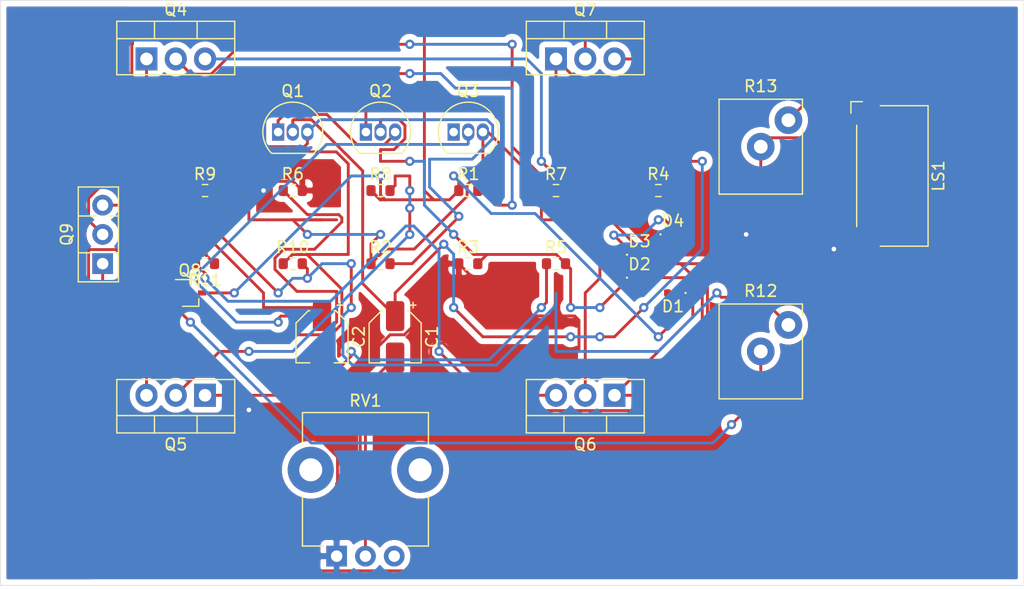
<source format=kicad_pcb>
(kicad_pcb (version 20171130) (host pcbnew 5.99.0+really5.1.10+dfsg1-1)

  (general
    (thickness 1.6)
    (drawings 6)
    (tracks 379)
    (zones 0)
    (modules 30)
    (nets 25)
  )

  (page A4)
  (layers
    (0 F.Cu signal)
    (31 B.Cu signal)
    (32 B.Adhes user)
    (33 F.Adhes user)
    (34 B.Paste user)
    (35 F.Paste user)
    (36 B.SilkS user)
    (37 F.SilkS user)
    (38 B.Mask user)
    (39 F.Mask user)
    (40 Dwgs.User user)
    (41 Cmts.User user)
    (42 Eco1.User user)
    (43 Eco2.User user)
    (44 Edge.Cuts user)
    (45 Margin user)
    (46 B.CrtYd user)
    (47 F.CrtYd user)
    (48 B.Fab user)
    (49 F.Fab user)
  )

  (setup
    (last_trace_width 0.25)
    (trace_clearance 0.2)
    (zone_clearance 0.508)
    (zone_45_only no)
    (trace_min 0.2)
    (via_size 0.8)
    (via_drill 0.4)
    (via_min_size 0.4)
    (via_min_drill 0.3)
    (uvia_size 0.3)
    (uvia_drill 0.1)
    (uvias_allowed no)
    (uvia_min_size 0.2)
    (uvia_min_drill 0.1)
    (edge_width 0.05)
    (segment_width 0.2)
    (pcb_text_width 0.3)
    (pcb_text_size 1.5 1.5)
    (mod_edge_width 0.12)
    (mod_text_size 1 1)
    (mod_text_width 0.15)
    (pad_size 1.524 1.524)
    (pad_drill 0.762)
    (pad_to_mask_clearance 0)
    (aux_axis_origin 0 0)
    (visible_elements FFFFFF7F)
    (pcbplotparams
      (layerselection 0x010fc_ffffffff)
      (usegerberextensions false)
      (usegerberattributes true)
      (usegerberadvancedattributes true)
      (creategerberjobfile true)
      (excludeedgelayer true)
      (linewidth 0.100000)
      (plotframeref false)
      (viasonmask false)
      (mode 1)
      (useauxorigin false)
      (hpglpennumber 1)
      (hpglpenspeed 20)
      (hpglpendiameter 15.000000)
      (psnegative false)
      (psa4output false)
      (plotreference true)
      (plotvalue true)
      (plotinvisibletext false)
      (padsonsilk false)
      (subtractmaskfromsilk false)
      (outputformat 1)
      (mirror false)
      (drillshape 1)
      (scaleselection 1)
      (outputdirectory ""))
  )

  (net 0 "")
  (net 1 "Net-(C1-Pad1)")
  (net 2 "Net-(C1-Pad2)")
  (net 3 "Net-(C2-Pad2)")
  (net 4 "Net-(C2-Pad1)")
  (net 5 "Net-(D1-Pad1)")
  (net 6 +VDC)
  (net 7 "Net-(D2-Pad1)")
  (net 8 "Net-(D3-Pad1)")
  (net 9 "Net-(D3-Pad2)")
  (net 10 "Net-(D4-Pad1)")
  (net 11 GNDREF)
  (net 12 "Net-(LS1-Pad1)")
  (net 13 "Net-(Q1-Pad3)")
  (net 14 "Net-(Q1-Pad1)")
  (net 15 "Net-(Q2-Pad1)")
  (net 16 -VDC)
  (net 17 "Net-(Q4-Pad3)")
  (net 18 "Net-(Q5-Pad2)")
  (net 19 "Net-(Q5-Pad1)")
  (net 20 "Net-(Q6-Pad3)")
  (net 21 "Net-(Q7-Pad3)")
  (net 22 "Net-(Q8-Pad2)")
  (net 23 "Net-(Q9-Pad1)")
  (net 24 "Net-(RV1-Pad3)")

  (net_class Default "This is the default net class."
    (clearance 0.2)
    (trace_width 0.25)
    (via_dia 0.8)
    (via_drill 0.4)
    (uvia_dia 0.3)
    (uvia_drill 0.1)
    (add_net +VDC)
    (add_net -VDC)
    (add_net GNDREF)
    (add_net "Net-(C1-Pad1)")
    (add_net "Net-(C1-Pad2)")
    (add_net "Net-(C2-Pad1)")
    (add_net "Net-(C2-Pad2)")
    (add_net "Net-(D1-Pad1)")
    (add_net "Net-(D2-Pad1)")
    (add_net "Net-(D3-Pad1)")
    (add_net "Net-(D3-Pad2)")
    (add_net "Net-(D4-Pad1)")
    (add_net "Net-(LS1-Pad1)")
    (add_net "Net-(Q1-Pad1)")
    (add_net "Net-(Q1-Pad3)")
    (add_net "Net-(Q2-Pad1)")
    (add_net "Net-(Q4-Pad3)")
    (add_net "Net-(Q5-Pad1)")
    (add_net "Net-(Q5-Pad2)")
    (add_net "Net-(Q6-Pad3)")
    (add_net "Net-(Q7-Pad3)")
    (add_net "Net-(Q8-Pad2)")
    (add_net "Net-(Q9-Pad1)")
    (add_net "Net-(RV1-Pad3)")
  )

  (module Capacitor_SMD:CP_Elec_4x5.8 (layer F.Cu) (tedit 5BCA39CF) (tstamp 619C6D5E)
    (at 135.89 143.51 270)
    (descr "SMD capacitor, aluminum electrolytic, Panasonic, 4.0x5.8mm")
    (tags "capacitor electrolytic")
    (path /619CA26F)
    (attr smd)
    (fp_text reference C1 (at 0 -3.2 90) (layer F.SilkS)
      (effects (font (size 1 1) (thickness 0.15)))
    )
    (fp_text value CP1 (at 0 3.2 90) (layer F.Fab)
      (effects (font (size 1 1) (thickness 0.15)))
    )
    (fp_line (start -3.35 1.05) (end -2.4 1.05) (layer F.CrtYd) (width 0.05))
    (fp_line (start -3.35 -1.05) (end -3.35 1.05) (layer F.CrtYd) (width 0.05))
    (fp_line (start -2.4 -1.05) (end -3.35 -1.05) (layer F.CrtYd) (width 0.05))
    (fp_line (start -2.4 1.05) (end -2.4 1.25) (layer F.CrtYd) (width 0.05))
    (fp_line (start -2.4 -1.25) (end -2.4 -1.05) (layer F.CrtYd) (width 0.05))
    (fp_line (start -2.4 -1.25) (end -1.25 -2.4) (layer F.CrtYd) (width 0.05))
    (fp_line (start -2.4 1.25) (end -1.25 2.4) (layer F.CrtYd) (width 0.05))
    (fp_line (start -1.25 -2.4) (end 2.4 -2.4) (layer F.CrtYd) (width 0.05))
    (fp_line (start -1.25 2.4) (end 2.4 2.4) (layer F.CrtYd) (width 0.05))
    (fp_line (start 2.4 1.05) (end 2.4 2.4) (layer F.CrtYd) (width 0.05))
    (fp_line (start 3.35 1.05) (end 2.4 1.05) (layer F.CrtYd) (width 0.05))
    (fp_line (start 3.35 -1.05) (end 3.35 1.05) (layer F.CrtYd) (width 0.05))
    (fp_line (start 2.4 -1.05) (end 3.35 -1.05) (layer F.CrtYd) (width 0.05))
    (fp_line (start 2.4 -2.4) (end 2.4 -1.05) (layer F.CrtYd) (width 0.05))
    (fp_line (start -2.75 -1.81) (end -2.75 -1.31) (layer F.SilkS) (width 0.12))
    (fp_line (start -3 -1.56) (end -2.5 -1.56) (layer F.SilkS) (width 0.12))
    (fp_line (start -2.26 1.195563) (end -1.195563 2.26) (layer F.SilkS) (width 0.12))
    (fp_line (start -2.26 -1.195563) (end -1.195563 -2.26) (layer F.SilkS) (width 0.12))
    (fp_line (start -2.26 -1.195563) (end -2.26 -1.06) (layer F.SilkS) (width 0.12))
    (fp_line (start -2.26 1.195563) (end -2.26 1.06) (layer F.SilkS) (width 0.12))
    (fp_line (start -1.195563 2.26) (end 2.26 2.26) (layer F.SilkS) (width 0.12))
    (fp_line (start -1.195563 -2.26) (end 2.26 -2.26) (layer F.SilkS) (width 0.12))
    (fp_line (start 2.26 -2.26) (end 2.26 -1.06) (layer F.SilkS) (width 0.12))
    (fp_line (start 2.26 2.26) (end 2.26 1.06) (layer F.SilkS) (width 0.12))
    (fp_line (start -1.374773 -1.2) (end -1.374773 -0.8) (layer F.Fab) (width 0.1))
    (fp_line (start -1.574773 -1) (end -1.174773 -1) (layer F.Fab) (width 0.1))
    (fp_line (start -2.15 1.15) (end -1.15 2.15) (layer F.Fab) (width 0.1))
    (fp_line (start -2.15 -1.15) (end -1.15 -2.15) (layer F.Fab) (width 0.1))
    (fp_line (start -2.15 -1.15) (end -2.15 1.15) (layer F.Fab) (width 0.1))
    (fp_line (start -1.15 2.15) (end 2.15 2.15) (layer F.Fab) (width 0.1))
    (fp_line (start -1.15 -2.15) (end 2.15 -2.15) (layer F.Fab) (width 0.1))
    (fp_line (start 2.15 -2.15) (end 2.15 2.15) (layer F.Fab) (width 0.1))
    (fp_circle (center 0 0) (end 2 0) (layer F.Fab) (width 0.1))
    (fp_text user %R (at 0 0 90) (layer F.Fab)
      (effects (font (size 0.8 0.8) (thickness 0.12)))
    )
    (pad 1 smd roundrect (at -1.8 0 270) (size 2.6 1.6) (layers F.Cu F.Paste F.Mask) (roundrect_rratio 0.15625)
      (net 1 "Net-(C1-Pad1)"))
    (pad 2 smd roundrect (at 1.8 0 270) (size 2.6 1.6) (layers F.Cu F.Paste F.Mask) (roundrect_rratio 0.15625)
      (net 2 "Net-(C1-Pad2)"))
    (model ${KISYS3DMOD}/Capacitor_SMD.3dshapes/CP_Elec_4x5.8.wrl
      (at (xyz 0 0 0))
      (scale (xyz 1 1 1))
      (rotate (xyz 0 0 0))
    )
  )

  (module Capacitor_SMD:CP_Elec_4x5.8 (layer F.Cu) (tedit 5BCA39CF) (tstamp 619C6D86)
    (at 129.54 143.51 270)
    (descr "SMD capacitor, aluminum electrolytic, Panasonic, 4.0x5.8mm")
    (tags "capacitor electrolytic")
    (path /619C9A15)
    (attr smd)
    (fp_text reference C2 (at 0 -3.2 90) (layer F.SilkS)
      (effects (font (size 1 1) (thickness 0.15)))
    )
    (fp_text value CP1 (at 0 3.2 90) (layer F.Fab)
      (effects (font (size 1 1) (thickness 0.15)))
    )
    (fp_text user %R (at 0 0 90) (layer F.Fab)
      (effects (font (size 0.8 0.8) (thickness 0.12)))
    )
    (fp_circle (center 0 0) (end 2 0) (layer F.Fab) (width 0.1))
    (fp_line (start 2.15 -2.15) (end 2.15 2.15) (layer F.Fab) (width 0.1))
    (fp_line (start -1.15 -2.15) (end 2.15 -2.15) (layer F.Fab) (width 0.1))
    (fp_line (start -1.15 2.15) (end 2.15 2.15) (layer F.Fab) (width 0.1))
    (fp_line (start -2.15 -1.15) (end -2.15 1.15) (layer F.Fab) (width 0.1))
    (fp_line (start -2.15 -1.15) (end -1.15 -2.15) (layer F.Fab) (width 0.1))
    (fp_line (start -2.15 1.15) (end -1.15 2.15) (layer F.Fab) (width 0.1))
    (fp_line (start -1.574773 -1) (end -1.174773 -1) (layer F.Fab) (width 0.1))
    (fp_line (start -1.374773 -1.2) (end -1.374773 -0.8) (layer F.Fab) (width 0.1))
    (fp_line (start 2.26 2.26) (end 2.26 1.06) (layer F.SilkS) (width 0.12))
    (fp_line (start 2.26 -2.26) (end 2.26 -1.06) (layer F.SilkS) (width 0.12))
    (fp_line (start -1.195563 -2.26) (end 2.26 -2.26) (layer F.SilkS) (width 0.12))
    (fp_line (start -1.195563 2.26) (end 2.26 2.26) (layer F.SilkS) (width 0.12))
    (fp_line (start -2.26 1.195563) (end -2.26 1.06) (layer F.SilkS) (width 0.12))
    (fp_line (start -2.26 -1.195563) (end -2.26 -1.06) (layer F.SilkS) (width 0.12))
    (fp_line (start -2.26 -1.195563) (end -1.195563 -2.26) (layer F.SilkS) (width 0.12))
    (fp_line (start -2.26 1.195563) (end -1.195563 2.26) (layer F.SilkS) (width 0.12))
    (fp_line (start -3 -1.56) (end -2.5 -1.56) (layer F.SilkS) (width 0.12))
    (fp_line (start -2.75 -1.81) (end -2.75 -1.31) (layer F.SilkS) (width 0.12))
    (fp_line (start 2.4 -2.4) (end 2.4 -1.05) (layer F.CrtYd) (width 0.05))
    (fp_line (start 2.4 -1.05) (end 3.35 -1.05) (layer F.CrtYd) (width 0.05))
    (fp_line (start 3.35 -1.05) (end 3.35 1.05) (layer F.CrtYd) (width 0.05))
    (fp_line (start 3.35 1.05) (end 2.4 1.05) (layer F.CrtYd) (width 0.05))
    (fp_line (start 2.4 1.05) (end 2.4 2.4) (layer F.CrtYd) (width 0.05))
    (fp_line (start -1.25 2.4) (end 2.4 2.4) (layer F.CrtYd) (width 0.05))
    (fp_line (start -1.25 -2.4) (end 2.4 -2.4) (layer F.CrtYd) (width 0.05))
    (fp_line (start -2.4 1.25) (end -1.25 2.4) (layer F.CrtYd) (width 0.05))
    (fp_line (start -2.4 -1.25) (end -1.25 -2.4) (layer F.CrtYd) (width 0.05))
    (fp_line (start -2.4 -1.25) (end -2.4 -1.05) (layer F.CrtYd) (width 0.05))
    (fp_line (start -2.4 1.05) (end -2.4 1.25) (layer F.CrtYd) (width 0.05))
    (fp_line (start -2.4 -1.05) (end -3.35 -1.05) (layer F.CrtYd) (width 0.05))
    (fp_line (start -3.35 -1.05) (end -3.35 1.05) (layer F.CrtYd) (width 0.05))
    (fp_line (start -3.35 1.05) (end -2.4 1.05) (layer F.CrtYd) (width 0.05))
    (pad 2 smd roundrect (at 1.8 0 270) (size 2.6 1.6) (layers F.Cu F.Paste F.Mask) (roundrect_rratio 0.15625)
      (net 3 "Net-(C2-Pad2)"))
    (pad 1 smd roundrect (at -1.8 0 270) (size 2.6 1.6) (layers F.Cu F.Paste F.Mask) (roundrect_rratio 0.15625)
      (net 4 "Net-(C2-Pad1)"))
    (model ${KISYS3DMOD}/Capacitor_SMD.3dshapes/CP_Elec_4x5.8.wrl
      (at (xyz 0 0 0))
      (scale (xyz 1 1 1))
      (rotate (xyz 0 0 0))
    )
  )

  (module Diode_SMD:D_0402_1005Metric (layer F.Cu) (tedit 5F68FEF0) (tstamp 619C6D98)
    (at 160.02 139.7 180)
    (descr "Diode SMD 0402 (1005 Metric), square (rectangular) end terminal, IPC_7351 nominal, (Body size source: http://www.tortai-tech.com/upload/download/2011102023233369053.pdf), generated with kicad-footprint-generator")
    (tags diode)
    (path /619BF5BF)
    (attr smd)
    (fp_text reference D1 (at 0 -1.17) (layer F.SilkS)
      (effects (font (size 1 1) (thickness 0.15)))
    )
    (fp_text value D (at 0 1.17) (layer F.Fab)
      (effects (font (size 1 1) (thickness 0.15)))
    )
    (fp_line (start 0.93 0.47) (end -0.93 0.47) (layer F.CrtYd) (width 0.05))
    (fp_line (start 0.93 -0.47) (end 0.93 0.47) (layer F.CrtYd) (width 0.05))
    (fp_line (start -0.93 -0.47) (end 0.93 -0.47) (layer F.CrtYd) (width 0.05))
    (fp_line (start -0.93 0.47) (end -0.93 -0.47) (layer F.CrtYd) (width 0.05))
    (fp_line (start -0.3 0.25) (end -0.3 -0.25) (layer F.Fab) (width 0.1))
    (fp_line (start -0.4 0.25) (end -0.4 -0.25) (layer F.Fab) (width 0.1))
    (fp_line (start 0.5 0.25) (end -0.5 0.25) (layer F.Fab) (width 0.1))
    (fp_line (start 0.5 -0.25) (end 0.5 0.25) (layer F.Fab) (width 0.1))
    (fp_line (start -0.5 -0.25) (end 0.5 -0.25) (layer F.Fab) (width 0.1))
    (fp_line (start -0.5 0.25) (end -0.5 -0.25) (layer F.Fab) (width 0.1))
    (fp_circle (center -1.09 0) (end -1.04 0) (layer F.SilkS) (width 0.1))
    (fp_text user %R (at 0 0) (layer F.Fab)
      (effects (font (size 0.25 0.25) (thickness 0.04)))
    )
    (pad 1 smd roundrect (at -0.485 0 180) (size 0.59 0.64) (layers F.Cu F.Paste F.Mask) (roundrect_rratio 0.25)
      (net 5 "Net-(D1-Pad1)"))
    (pad 2 smd roundrect (at 0.485 0 180) (size 0.59 0.64) (layers F.Cu F.Paste F.Mask) (roundrect_rratio 0.25)
      (net 6 +VDC))
    (model ${KISYS3DMOD}/Diode_SMD.3dshapes/D_0402_1005Metric.wrl
      (at (xyz 0 0 0))
      (scale (xyz 1 1 1))
      (rotate (xyz 0 0 0))
    )
  )

  (module Diode_SMD:D_0402_1005Metric (layer F.Cu) (tedit 5F68FEF0) (tstamp 619C6DAA)
    (at 157.110001 138.375001)
    (descr "Diode SMD 0402 (1005 Metric), square (rectangular) end terminal, IPC_7351 nominal, (Body size source: http://www.tortai-tech.com/upload/download/2011102023233369053.pdf), generated with kicad-footprint-generator")
    (tags diode)
    (path /619BFAFD)
    (attr smd)
    (fp_text reference D2 (at 0 -1.17) (layer F.SilkS)
      (effects (font (size 1 1) (thickness 0.15)))
    )
    (fp_text value D (at 0 1.17) (layer F.Fab)
      (effects (font (size 1 1) (thickness 0.15)))
    )
    (fp_text user %R (at 0 0) (layer F.Fab)
      (effects (font (size 0.25 0.25) (thickness 0.04)))
    )
    (fp_circle (center -1.09 0) (end -1.04 0) (layer F.SilkS) (width 0.1))
    (fp_line (start -0.5 0.25) (end -0.5 -0.25) (layer F.Fab) (width 0.1))
    (fp_line (start -0.5 -0.25) (end 0.5 -0.25) (layer F.Fab) (width 0.1))
    (fp_line (start 0.5 -0.25) (end 0.5 0.25) (layer F.Fab) (width 0.1))
    (fp_line (start 0.5 0.25) (end -0.5 0.25) (layer F.Fab) (width 0.1))
    (fp_line (start -0.4 0.25) (end -0.4 -0.25) (layer F.Fab) (width 0.1))
    (fp_line (start -0.3 0.25) (end -0.3 -0.25) (layer F.Fab) (width 0.1))
    (fp_line (start -0.93 0.47) (end -0.93 -0.47) (layer F.CrtYd) (width 0.05))
    (fp_line (start -0.93 -0.47) (end 0.93 -0.47) (layer F.CrtYd) (width 0.05))
    (fp_line (start 0.93 -0.47) (end 0.93 0.47) (layer F.CrtYd) (width 0.05))
    (fp_line (start 0.93 0.47) (end -0.93 0.47) (layer F.CrtYd) (width 0.05))
    (pad 2 smd roundrect (at 0.485 0) (size 0.59 0.64) (layers F.Cu F.Paste F.Mask) (roundrect_rratio 0.25)
      (net 5 "Net-(D1-Pad1)"))
    (pad 1 smd roundrect (at -0.485 0) (size 0.59 0.64) (layers F.Cu F.Paste F.Mask) (roundrect_rratio 0.25)
      (net 7 "Net-(D2-Pad1)"))
    (model ${KISYS3DMOD}/Diode_SMD.3dshapes/D_0402_1005Metric.wrl
      (at (xyz 0 0 0))
      (scale (xyz 1 1 1))
      (rotate (xyz 0 0 0))
    )
  )

  (module Diode_SMD:D_0402_1005Metric (layer F.Cu) (tedit 5F68FEF0) (tstamp 619C6DBC)
    (at 157.110001 136.385001)
    (descr "Diode SMD 0402 (1005 Metric), square (rectangular) end terminal, IPC_7351 nominal, (Body size source: http://www.tortai-tech.com/upload/download/2011102023233369053.pdf), generated with kicad-footprint-generator")
    (tags diode)
    (path /619C6A3A)
    (attr smd)
    (fp_text reference D3 (at 0 -1.17) (layer F.SilkS)
      (effects (font (size 1 1) (thickness 0.15)))
    )
    (fp_text value D (at 0 1.17) (layer F.Fab)
      (effects (font (size 1 1) (thickness 0.15)))
    )
    (fp_line (start 0.93 0.47) (end -0.93 0.47) (layer F.CrtYd) (width 0.05))
    (fp_line (start 0.93 -0.47) (end 0.93 0.47) (layer F.CrtYd) (width 0.05))
    (fp_line (start -0.93 -0.47) (end 0.93 -0.47) (layer F.CrtYd) (width 0.05))
    (fp_line (start -0.93 0.47) (end -0.93 -0.47) (layer F.CrtYd) (width 0.05))
    (fp_line (start -0.3 0.25) (end -0.3 -0.25) (layer F.Fab) (width 0.1))
    (fp_line (start -0.4 0.25) (end -0.4 -0.25) (layer F.Fab) (width 0.1))
    (fp_line (start 0.5 0.25) (end -0.5 0.25) (layer F.Fab) (width 0.1))
    (fp_line (start 0.5 -0.25) (end 0.5 0.25) (layer F.Fab) (width 0.1))
    (fp_line (start -0.5 -0.25) (end 0.5 -0.25) (layer F.Fab) (width 0.1))
    (fp_line (start -0.5 0.25) (end -0.5 -0.25) (layer F.Fab) (width 0.1))
    (fp_circle (center -1.09 0) (end -1.04 0) (layer F.SilkS) (width 0.1))
    (fp_text user %R (at 0 0) (layer F.Fab)
      (effects (font (size 0.25 0.25) (thickness 0.04)))
    )
    (pad 1 smd roundrect (at -0.485 0) (size 0.59 0.64) (layers F.Cu F.Paste F.Mask) (roundrect_rratio 0.25)
      (net 8 "Net-(D3-Pad1)"))
    (pad 2 smd roundrect (at 0.485 0) (size 0.59 0.64) (layers F.Cu F.Paste F.Mask) (roundrect_rratio 0.25)
      (net 9 "Net-(D3-Pad2)"))
    (model ${KISYS3DMOD}/Diode_SMD.3dshapes/D_0402_1005Metric.wrl
      (at (xyz 0 0 0))
      (scale (xyz 1 1 1))
      (rotate (xyz 0 0 0))
    )
  )

  (module Diode_SMD:D_0402_1005Metric (layer F.Cu) (tedit 5F68FEF0) (tstamp 619C6DCE)
    (at 160.02 134.62)
    (descr "Diode SMD 0402 (1005 Metric), square (rectangular) end terminal, IPC_7351 nominal, (Body size source: http://www.tortai-tech.com/upload/download/2011102023233369053.pdf), generated with kicad-footprint-generator")
    (tags diode)
    (path /619C72E6)
    (attr smd)
    (fp_text reference D4 (at 0 -1.17) (layer F.SilkS)
      (effects (font (size 1 1) (thickness 0.15)))
    )
    (fp_text value D (at 0 1.17) (layer F.Fab)
      (effects (font (size 1 1) (thickness 0.15)))
    )
    (fp_text user %R (at 0 0) (layer F.Fab)
      (effects (font (size 0.25 0.25) (thickness 0.04)))
    )
    (fp_circle (center -1.09 0) (end -1.04 0) (layer F.SilkS) (width 0.1))
    (fp_line (start -0.5 0.25) (end -0.5 -0.25) (layer F.Fab) (width 0.1))
    (fp_line (start -0.5 -0.25) (end 0.5 -0.25) (layer F.Fab) (width 0.1))
    (fp_line (start 0.5 -0.25) (end 0.5 0.25) (layer F.Fab) (width 0.1))
    (fp_line (start 0.5 0.25) (end -0.5 0.25) (layer F.Fab) (width 0.1))
    (fp_line (start -0.4 0.25) (end -0.4 -0.25) (layer F.Fab) (width 0.1))
    (fp_line (start -0.3 0.25) (end -0.3 -0.25) (layer F.Fab) (width 0.1))
    (fp_line (start -0.93 0.47) (end -0.93 -0.47) (layer F.CrtYd) (width 0.05))
    (fp_line (start -0.93 -0.47) (end 0.93 -0.47) (layer F.CrtYd) (width 0.05))
    (fp_line (start 0.93 -0.47) (end 0.93 0.47) (layer F.CrtYd) (width 0.05))
    (fp_line (start 0.93 0.47) (end -0.93 0.47) (layer F.CrtYd) (width 0.05))
    (pad 2 smd roundrect (at 0.485 0) (size 0.59 0.64) (layers F.Cu F.Paste F.Mask) (roundrect_rratio 0.25)
      (net 8 "Net-(D3-Pad1)"))
    (pad 1 smd roundrect (at -0.485 0) (size 0.59 0.64) (layers F.Cu F.Paste F.Mask) (roundrect_rratio 0.25)
      (net 10 "Net-(D4-Pad1)"))
    (model ${KISYS3DMOD}/Diode_SMD.3dshapes/D_0402_1005Metric.wrl
      (at (xyz 0 0 0))
      (scale (xyz 1 1 1))
      (rotate (xyz 0 0 0))
    )
  )

  (module Buzzer_Beeper:Speaker_CUI_CMR-1206S-67 (layer F.Cu) (tedit 5EA35FBE) (tstamp 619C6DED)
    (at 179.07 129.54 270)
    (descr "Speaker, 30mW, 300-7000Hz, IP67 face, 12x6x2,25mm, https://www.cuidevices.com/product/resource/cmr-12062s-67.pdf")
    (tags "speaker CUI")
    (path /61AB407B)
    (attr smd)
    (fp_text reference LS1 (at 0 -4 90) (layer F.SilkS)
      (effects (font (size 1 1) (thickness 0.15)))
    )
    (fp_text value Speaker (at 0 4.5 90) (layer F.Fab)
      (effects (font (size 1 1) (thickness 0.15)))
    )
    (fp_line (start -3.5 2.75) (end -3.5 1.75) (layer F.Fab) (width 0.1))
    (fp_line (start -4 2.25) (end -3 2.25) (layer F.Fab) (width 0.1))
    (fp_line (start -6.45 3.6) (end -5.45 3.6) (layer F.SilkS) (width 0.12))
    (fp_line (start -6.45 2.6) (end -6.45 3.6) (layer F.SilkS) (width 0.12))
    (fp_line (start -4.15 3.8) (end -4.15 3.5) (layer F.CrtYd) (width 0.05))
    (fp_line (start -6.65 3.8) (end -4.15 3.8) (layer F.CrtYd) (width 0.05))
    (fp_line (start -6.65 0.8) (end -6.65 3.8) (layer F.CrtYd) (width 0.05))
    (fp_line (start -6.5 0.8) (end -6.65 0.8) (layer F.CrtYd) (width 0.05))
    (fp_line (start 4.15 3.8) (end 4.15 3.5) (layer F.CrtYd) (width 0.05))
    (fp_line (start 6.65 3.8) (end 4.15 3.8) (layer F.CrtYd) (width 0.05))
    (fp_line (start 6.65 0.8) (end 6.65 3.8) (layer F.CrtYd) (width 0.05))
    (fp_line (start 6.5 0.8) (end 6.65 0.8) (layer F.CrtYd) (width 0.05))
    (fp_line (start 6.5 -3.5) (end 6.5 0.8) (layer F.CrtYd) (width 0.05))
    (fp_line (start -6.5 -3.5) (end 6.5 -3.5) (layer F.CrtYd) (width 0.05))
    (fp_line (start -6.5 0.8) (end -6.5 -3.5) (layer F.CrtYd) (width 0.05))
    (fp_line (start 4.15 3.5) (end -4.15 3.5) (layer F.CrtYd) (width 0.05))
    (fp_line (start 6.1 -3.1) (end 6.1 1.05) (layer F.SilkS) (width 0.12))
    (fp_line (start -6.1 -3.1) (end 6.1 -3.1) (layer F.SilkS) (width 0.12))
    (fp_line (start -6.1 1.05) (end -6.1 -3.1) (layer F.SilkS) (width 0.12))
    (fp_line (start 4.4 3.1) (end -4.4 3.1) (layer F.SilkS) (width 0.12))
    (fp_line (start 6 3) (end 6 -3) (layer F.Fab) (width 0.1))
    (fp_line (start -6 3) (end 6 3) (layer F.Fab) (width 0.1))
    (fp_line (start -6 -3) (end -6 3) (layer F.Fab) (width 0.1))
    (fp_line (start 6 -3) (end -6 -3) (layer F.Fab) (width 0.1))
    (fp_text user %R (at 0 0 270) (layer F.Fab)
      (effects (font (size 1 1) (thickness 0.15)))
    )
    (pad 2 smd rect (at 5.4 2.3 90) (size 1.5 2) (layers F.Cu F.Mask)
      (net 11 GNDREF))
    (pad 1 smd rect (at -5.4 2.3 90) (size 1.5 2) (layers F.Cu F.Mask)
      (net 12 "Net-(LS1-Pad1)"))
    (model ${KISYS3DMOD}/Buzzer_Beeper.3dshapes/Speaker_CUI_CMR-1206S-67.wrl
      (at (xyz 0 0 0))
      (scale (xyz 1 1 1))
      (rotate (xyz 0 0 0))
    )
  )

  (module Package_TO_SOT_THT:TO-92_Inline (layer F.Cu) (tedit 5A1DD157) (tstamp 619C6DFF)
    (at 125.73 125.73)
    (descr "TO-92 leads in-line, narrow, oval pads, drill 0.75mm (see NXP sot054_po.pdf)")
    (tags "to-92 sc-43 sc-43a sot54 PA33 transistor")
    (path /619D59B3)
    (fp_text reference Q1 (at 1.27 -3.56) (layer F.SilkS)
      (effects (font (size 1 1) (thickness 0.15)))
    )
    (fp_text value 2N3904 (at 1.27 2.79) (layer F.Fab)
      (effects (font (size 1 1) (thickness 0.15)))
    )
    (fp_line (start 4 2.01) (end -1.46 2.01) (layer F.CrtYd) (width 0.05))
    (fp_line (start 4 2.01) (end 4 -2.73) (layer F.CrtYd) (width 0.05))
    (fp_line (start -1.46 -2.73) (end -1.46 2.01) (layer F.CrtYd) (width 0.05))
    (fp_line (start -1.46 -2.73) (end 4 -2.73) (layer F.CrtYd) (width 0.05))
    (fp_line (start -0.5 1.75) (end 3 1.75) (layer F.Fab) (width 0.1))
    (fp_line (start -0.53 1.85) (end 3.07 1.85) (layer F.SilkS) (width 0.12))
    (fp_text user %R (at 1.27 0) (layer F.Fab)
      (effects (font (size 1 1) (thickness 0.15)))
    )
    (fp_arc (start 1.27 0) (end 1.27 -2.48) (angle 135) (layer F.Fab) (width 0.1))
    (fp_arc (start 1.27 0) (end 1.27 -2.6) (angle -135) (layer F.SilkS) (width 0.12))
    (fp_arc (start 1.27 0) (end 1.27 -2.48) (angle -135) (layer F.Fab) (width 0.1))
    (fp_arc (start 1.27 0) (end 1.27 -2.6) (angle 135) (layer F.SilkS) (width 0.12))
    (pad 2 thru_hole oval (at 1.27 0) (size 1.05 1.5) (drill 0.75) (layers *.Cu *.Mask)
      (net 1 "Net-(C1-Pad1)"))
    (pad 3 thru_hole oval (at 2.54 0) (size 1.05 1.5) (drill 0.75) (layers *.Cu *.Mask)
      (net 13 "Net-(Q1-Pad3)"))
    (pad 1 thru_hole rect (at 0 0) (size 1.05 1.5) (drill 0.75) (layers *.Cu *.Mask)
      (net 14 "Net-(Q1-Pad1)"))
    (model ${KISYS3DMOD}/Package_TO_SOT_THT.3dshapes/TO-92_Inline.wrl
      (at (xyz 0 0 0))
      (scale (xyz 1 1 1))
      (rotate (xyz 0 0 0))
    )
  )

  (module Package_TO_SOT_THT:TO-92_Inline (layer F.Cu) (tedit 5A1DD157) (tstamp 619C6E11)
    (at 133.35 125.73)
    (descr "TO-92 leads in-line, narrow, oval pads, drill 0.75mm (see NXP sot054_po.pdf)")
    (tags "to-92 sc-43 sc-43a sot54 PA33 transistor")
    (path /619D41ED)
    (fp_text reference Q2 (at 1.27 -3.56) (layer F.SilkS)
      (effects (font (size 1 1) (thickness 0.15)))
    )
    (fp_text value 2N3904 (at 1.27 2.79) (layer F.Fab)
      (effects (font (size 1 1) (thickness 0.15)))
    )
    (fp_arc (start 1.27 0) (end 1.27 -2.6) (angle 135) (layer F.SilkS) (width 0.12))
    (fp_arc (start 1.27 0) (end 1.27 -2.48) (angle -135) (layer F.Fab) (width 0.1))
    (fp_arc (start 1.27 0) (end 1.27 -2.6) (angle -135) (layer F.SilkS) (width 0.12))
    (fp_arc (start 1.27 0) (end 1.27 -2.48) (angle 135) (layer F.Fab) (width 0.1))
    (fp_text user %R (at 1.27 0) (layer F.Fab)
      (effects (font (size 1 1) (thickness 0.15)))
    )
    (fp_line (start -0.53 1.85) (end 3.07 1.85) (layer F.SilkS) (width 0.12))
    (fp_line (start -0.5 1.75) (end 3 1.75) (layer F.Fab) (width 0.1))
    (fp_line (start -1.46 -2.73) (end 4 -2.73) (layer F.CrtYd) (width 0.05))
    (fp_line (start -1.46 -2.73) (end -1.46 2.01) (layer F.CrtYd) (width 0.05))
    (fp_line (start 4 2.01) (end 4 -2.73) (layer F.CrtYd) (width 0.05))
    (fp_line (start 4 2.01) (end -1.46 2.01) (layer F.CrtYd) (width 0.05))
    (pad 1 thru_hole rect (at 0 0) (size 1.05 1.5) (drill 0.75) (layers *.Cu *.Mask)
      (net 15 "Net-(Q2-Pad1)"))
    (pad 3 thru_hole oval (at 2.54 0) (size 1.05 1.5) (drill 0.75) (layers *.Cu *.Mask)
      (net 14 "Net-(Q1-Pad1)"))
    (pad 2 thru_hole oval (at 1.27 0) (size 1.05 1.5) (drill 0.75) (layers *.Cu *.Mask)
      (net 7 "Net-(D2-Pad1)"))
    (model ${KISYS3DMOD}/Package_TO_SOT_THT.3dshapes/TO-92_Inline.wrl
      (at (xyz 0 0 0))
      (scale (xyz 1 1 1))
      (rotate (xyz 0 0 0))
    )
  )

  (module Package_TO_SOT_THT:TO-92_Inline (layer F.Cu) (tedit 5A1DD157) (tstamp 619C6E23)
    (at 140.97 125.73)
    (descr "TO-92 leads in-line, narrow, oval pads, drill 0.75mm (see NXP sot054_po.pdf)")
    (tags "to-92 sc-43 sc-43a sot54 PA33 transistor")
    (path /619D4E57)
    (fp_text reference Q3 (at 1.27 -3.56) (layer F.SilkS)
      (effects (font (size 1 1) (thickness 0.15)))
    )
    (fp_text value 2N3904 (at 1.27 2.79) (layer F.Fab)
      (effects (font (size 1 1) (thickness 0.15)))
    )
    (fp_line (start 4 2.01) (end -1.46 2.01) (layer F.CrtYd) (width 0.05))
    (fp_line (start 4 2.01) (end 4 -2.73) (layer F.CrtYd) (width 0.05))
    (fp_line (start -1.46 -2.73) (end -1.46 2.01) (layer F.CrtYd) (width 0.05))
    (fp_line (start -1.46 -2.73) (end 4 -2.73) (layer F.CrtYd) (width 0.05))
    (fp_line (start -0.5 1.75) (end 3 1.75) (layer F.Fab) (width 0.1))
    (fp_line (start -0.53 1.85) (end 3.07 1.85) (layer F.SilkS) (width 0.12))
    (fp_text user %R (at 1.27 0) (layer F.Fab)
      (effects (font (size 1 1) (thickness 0.15)))
    )
    (fp_arc (start 1.27 0) (end 1.27 -2.48) (angle 135) (layer F.Fab) (width 0.1))
    (fp_arc (start 1.27 0) (end 1.27 -2.6) (angle -135) (layer F.SilkS) (width 0.12))
    (fp_arc (start 1.27 0) (end 1.27 -2.48) (angle -135) (layer F.Fab) (width 0.1))
    (fp_arc (start 1.27 0) (end 1.27 -2.6) (angle 135) (layer F.SilkS) (width 0.12))
    (pad 2 thru_hole oval (at 1.27 0) (size 1.05 1.5) (drill 0.75) (layers *.Cu *.Mask)
      (net 4 "Net-(C2-Pad1)"))
    (pad 3 thru_hole oval (at 2.54 0) (size 1.05 1.5) (drill 0.75) (layers *.Cu *.Mask)
      (net 16 -VDC))
    (pad 1 thru_hole rect (at 0 0) (size 1.05 1.5) (drill 0.75) (layers *.Cu *.Mask)
      (net 14 "Net-(Q1-Pad1)"))
    (model ${KISYS3DMOD}/Package_TO_SOT_THT.3dshapes/TO-92_Inline.wrl
      (at (xyz 0 0 0))
      (scale (xyz 1 1 1))
      (rotate (xyz 0 0 0))
    )
  )

  (module Package_TO_SOT_THT:TO-220-3_Vertical (layer F.Cu) (tedit 5AC8BA0D) (tstamp 619C6E3D)
    (at 114.3 119.38)
    (descr "TO-220-3, Vertical, RM 2.54mm, see https://www.vishay.com/docs/66542/to-220-1.pdf")
    (tags "TO-220-3 Vertical RM 2.54mm")
    (path /619CCA5D)
    (fp_text reference Q4 (at 2.54 -4.27) (layer F.SilkS)
      (effects (font (size 1 1) (thickness 0.15)))
    )
    (fp_text value TIP41 (at 2.54 2.5) (layer F.Fab)
      (effects (font (size 1 1) (thickness 0.15)))
    )
    (fp_line (start 7.79 -3.4) (end -2.71 -3.4) (layer F.CrtYd) (width 0.05))
    (fp_line (start 7.79 1.51) (end 7.79 -3.4) (layer F.CrtYd) (width 0.05))
    (fp_line (start -2.71 1.51) (end 7.79 1.51) (layer F.CrtYd) (width 0.05))
    (fp_line (start -2.71 -3.4) (end -2.71 1.51) (layer F.CrtYd) (width 0.05))
    (fp_line (start 4.391 -3.27) (end 4.391 -1.76) (layer F.SilkS) (width 0.12))
    (fp_line (start 0.69 -3.27) (end 0.69 -1.76) (layer F.SilkS) (width 0.12))
    (fp_line (start -2.58 -1.76) (end 7.66 -1.76) (layer F.SilkS) (width 0.12))
    (fp_line (start 7.66 -3.27) (end 7.66 1.371) (layer F.SilkS) (width 0.12))
    (fp_line (start -2.58 -3.27) (end -2.58 1.371) (layer F.SilkS) (width 0.12))
    (fp_line (start -2.58 1.371) (end 7.66 1.371) (layer F.SilkS) (width 0.12))
    (fp_line (start -2.58 -3.27) (end 7.66 -3.27) (layer F.SilkS) (width 0.12))
    (fp_line (start 4.39 -3.15) (end 4.39 -1.88) (layer F.Fab) (width 0.1))
    (fp_line (start 0.69 -3.15) (end 0.69 -1.88) (layer F.Fab) (width 0.1))
    (fp_line (start -2.46 -1.88) (end 7.54 -1.88) (layer F.Fab) (width 0.1))
    (fp_line (start 7.54 -3.15) (end -2.46 -3.15) (layer F.Fab) (width 0.1))
    (fp_line (start 7.54 1.25) (end 7.54 -3.15) (layer F.Fab) (width 0.1))
    (fp_line (start -2.46 1.25) (end 7.54 1.25) (layer F.Fab) (width 0.1))
    (fp_line (start -2.46 -3.15) (end -2.46 1.25) (layer F.Fab) (width 0.1))
    (fp_text user %R (at 2.54 -4.27) (layer F.Fab)
      (effects (font (size 1 1) (thickness 0.15)))
    )
    (pad 1 thru_hole rect (at 0 0) (size 1.905 2) (drill 1.1) (layers *.Cu *.Mask)
      (net 13 "Net-(Q1-Pad3)"))
    (pad 2 thru_hole oval (at 2.54 0) (size 1.905 2) (drill 1.1) (layers *.Cu *.Mask)
      (net 10 "Net-(D4-Pad1)"))
    (pad 3 thru_hole oval (at 5.08 0) (size 1.905 2) (drill 1.1) (layers *.Cu *.Mask)
      (net 17 "Net-(Q4-Pad3)"))
    (model ${KISYS3DMOD}/Package_TO_SOT_THT.3dshapes/TO-220-3_Vertical.wrl
      (at (xyz 0 0 0))
      (scale (xyz 1 1 1))
      (rotate (xyz 0 0 0))
    )
  )

  (module Package_TO_SOT_THT:TO-220-3_Vertical (layer F.Cu) (tedit 5AC8BA0D) (tstamp 619C6E57)
    (at 119.38 148.59 180)
    (descr "TO-220-3, Vertical, RM 2.54mm, see https://www.vishay.com/docs/66542/to-220-1.pdf")
    (tags "TO-220-3 Vertical RM 2.54mm")
    (path /619C231B)
    (fp_text reference Q5 (at 2.54 -4.27) (layer F.SilkS)
      (effects (font (size 1 1) (thickness 0.15)))
    )
    (fp_text value TIP42 (at 2.54 2.5) (layer F.Fab)
      (effects (font (size 1 1) (thickness 0.15)))
    )
    (fp_text user %R (at 2.54 -4.27) (layer F.Fab)
      (effects (font (size 1 1) (thickness 0.15)))
    )
    (fp_line (start -2.46 -3.15) (end -2.46 1.25) (layer F.Fab) (width 0.1))
    (fp_line (start -2.46 1.25) (end 7.54 1.25) (layer F.Fab) (width 0.1))
    (fp_line (start 7.54 1.25) (end 7.54 -3.15) (layer F.Fab) (width 0.1))
    (fp_line (start 7.54 -3.15) (end -2.46 -3.15) (layer F.Fab) (width 0.1))
    (fp_line (start -2.46 -1.88) (end 7.54 -1.88) (layer F.Fab) (width 0.1))
    (fp_line (start 0.69 -3.15) (end 0.69 -1.88) (layer F.Fab) (width 0.1))
    (fp_line (start 4.39 -3.15) (end 4.39 -1.88) (layer F.Fab) (width 0.1))
    (fp_line (start -2.58 -3.27) (end 7.66 -3.27) (layer F.SilkS) (width 0.12))
    (fp_line (start -2.58 1.371) (end 7.66 1.371) (layer F.SilkS) (width 0.12))
    (fp_line (start -2.58 -3.27) (end -2.58 1.371) (layer F.SilkS) (width 0.12))
    (fp_line (start 7.66 -3.27) (end 7.66 1.371) (layer F.SilkS) (width 0.12))
    (fp_line (start -2.58 -1.76) (end 7.66 -1.76) (layer F.SilkS) (width 0.12))
    (fp_line (start 0.69 -3.27) (end 0.69 -1.76) (layer F.SilkS) (width 0.12))
    (fp_line (start 4.391 -3.27) (end 4.391 -1.76) (layer F.SilkS) (width 0.12))
    (fp_line (start -2.71 -3.4) (end -2.71 1.51) (layer F.CrtYd) (width 0.05))
    (fp_line (start -2.71 1.51) (end 7.79 1.51) (layer F.CrtYd) (width 0.05))
    (fp_line (start 7.79 1.51) (end 7.79 -3.4) (layer F.CrtYd) (width 0.05))
    (fp_line (start 7.79 -3.4) (end -2.71 -3.4) (layer F.CrtYd) (width 0.05))
    (pad 3 thru_hole oval (at 5.08 0 180) (size 1.905 2) (drill 1.1) (layers *.Cu *.Mask)
      (net 9 "Net-(D3-Pad2)"))
    (pad 2 thru_hole oval (at 2.54 0 180) (size 1.905 2) (drill 1.1) (layers *.Cu *.Mask)
      (net 18 "Net-(Q5-Pad2)"))
    (pad 1 thru_hole rect (at 0 0 180) (size 1.905 2) (drill 1.1) (layers *.Cu *.Mask)
      (net 19 "Net-(Q5-Pad1)"))
    (model ${KISYS3DMOD}/Package_TO_SOT_THT.3dshapes/TO-220-3_Vertical.wrl
      (at (xyz 0 0 0))
      (scale (xyz 1 1 1))
      (rotate (xyz 0 0 0))
    )
  )

  (module Package_TO_SOT_THT:TO-220-3_Vertical (layer F.Cu) (tedit 5AC8BA0D) (tstamp 619C6E71)
    (at 154.94 148.59 180)
    (descr "TO-220-3, Vertical, RM 2.54mm, see https://www.vishay.com/docs/66542/to-220-1.pdf")
    (tags "TO-220-3 Vertical RM 2.54mm")
    (path /619CE31E)
    (fp_text reference Q6 (at 2.54 -4.27) (layer F.SilkS)
      (effects (font (size 1 1) (thickness 0.15)))
    )
    (fp_text value TIP42 (at 2.54 2.5) (layer F.Fab)
      (effects (font (size 1 1) (thickness 0.15)))
    )
    (fp_text user %R (at 2.54 -4.27) (layer F.Fab)
      (effects (font (size 1 1) (thickness 0.15)))
    )
    (fp_line (start -2.46 -3.15) (end -2.46 1.25) (layer F.Fab) (width 0.1))
    (fp_line (start -2.46 1.25) (end 7.54 1.25) (layer F.Fab) (width 0.1))
    (fp_line (start 7.54 1.25) (end 7.54 -3.15) (layer F.Fab) (width 0.1))
    (fp_line (start 7.54 -3.15) (end -2.46 -3.15) (layer F.Fab) (width 0.1))
    (fp_line (start -2.46 -1.88) (end 7.54 -1.88) (layer F.Fab) (width 0.1))
    (fp_line (start 0.69 -3.15) (end 0.69 -1.88) (layer F.Fab) (width 0.1))
    (fp_line (start 4.39 -3.15) (end 4.39 -1.88) (layer F.Fab) (width 0.1))
    (fp_line (start -2.58 -3.27) (end 7.66 -3.27) (layer F.SilkS) (width 0.12))
    (fp_line (start -2.58 1.371) (end 7.66 1.371) (layer F.SilkS) (width 0.12))
    (fp_line (start -2.58 -3.27) (end -2.58 1.371) (layer F.SilkS) (width 0.12))
    (fp_line (start 7.66 -3.27) (end 7.66 1.371) (layer F.SilkS) (width 0.12))
    (fp_line (start -2.58 -1.76) (end 7.66 -1.76) (layer F.SilkS) (width 0.12))
    (fp_line (start 0.69 -3.27) (end 0.69 -1.76) (layer F.SilkS) (width 0.12))
    (fp_line (start 4.391 -3.27) (end 4.391 -1.76) (layer F.SilkS) (width 0.12))
    (fp_line (start -2.71 -3.4) (end -2.71 1.51) (layer F.CrtYd) (width 0.05))
    (fp_line (start -2.71 1.51) (end 7.79 1.51) (layer F.CrtYd) (width 0.05))
    (fp_line (start 7.79 1.51) (end 7.79 -3.4) (layer F.CrtYd) (width 0.05))
    (fp_line (start 7.79 -3.4) (end -2.71 -3.4) (layer F.CrtYd) (width 0.05))
    (pad 3 thru_hole oval (at 5.08 0 180) (size 1.905 2) (drill 1.1) (layers *.Cu *.Mask)
      (net 20 "Net-(Q6-Pad3)"))
    (pad 2 thru_hole oval (at 2.54 0 180) (size 1.905 2) (drill 1.1) (layers *.Cu *.Mask)
      (net 16 -VDC))
    (pad 1 thru_hole rect (at 0 0 180) (size 1.905 2) (drill 1.1) (layers *.Cu *.Mask)
      (net 10 "Net-(D4-Pad1)"))
    (model ${KISYS3DMOD}/Package_TO_SOT_THT.3dshapes/TO-220-3_Vertical.wrl
      (at (xyz 0 0 0))
      (scale (xyz 1 1 1))
      (rotate (xyz 0 0 0))
    )
  )

  (module Package_TO_SOT_THT:TO-220-3_Vertical (layer F.Cu) (tedit 5AC8BA0D) (tstamp 619C6E8B)
    (at 149.86 119.38)
    (descr "TO-220-3, Vertical, RM 2.54mm, see https://www.vishay.com/docs/66542/to-220-1.pdf")
    (tags "TO-220-3 Vertical RM 2.54mm")
    (path /619C2B27)
    (fp_text reference Q7 (at 2.54 -4.27) (layer F.SilkS)
      (effects (font (size 1 1) (thickness 0.15)))
    )
    (fp_text value TIP41 (at 2.54 2.5) (layer F.Fab)
      (effects (font (size 1 1) (thickness 0.15)))
    )
    (fp_line (start 7.79 -3.4) (end -2.71 -3.4) (layer F.CrtYd) (width 0.05))
    (fp_line (start 7.79 1.51) (end 7.79 -3.4) (layer F.CrtYd) (width 0.05))
    (fp_line (start -2.71 1.51) (end 7.79 1.51) (layer F.CrtYd) (width 0.05))
    (fp_line (start -2.71 -3.4) (end -2.71 1.51) (layer F.CrtYd) (width 0.05))
    (fp_line (start 4.391 -3.27) (end 4.391 -1.76) (layer F.SilkS) (width 0.12))
    (fp_line (start 0.69 -3.27) (end 0.69 -1.76) (layer F.SilkS) (width 0.12))
    (fp_line (start -2.58 -1.76) (end 7.66 -1.76) (layer F.SilkS) (width 0.12))
    (fp_line (start 7.66 -3.27) (end 7.66 1.371) (layer F.SilkS) (width 0.12))
    (fp_line (start -2.58 -3.27) (end -2.58 1.371) (layer F.SilkS) (width 0.12))
    (fp_line (start -2.58 1.371) (end 7.66 1.371) (layer F.SilkS) (width 0.12))
    (fp_line (start -2.58 -3.27) (end 7.66 -3.27) (layer F.SilkS) (width 0.12))
    (fp_line (start 4.39 -3.15) (end 4.39 -1.88) (layer F.Fab) (width 0.1))
    (fp_line (start 0.69 -3.15) (end 0.69 -1.88) (layer F.Fab) (width 0.1))
    (fp_line (start -2.46 -1.88) (end 7.54 -1.88) (layer F.Fab) (width 0.1))
    (fp_line (start 7.54 -3.15) (end -2.46 -3.15) (layer F.Fab) (width 0.1))
    (fp_line (start 7.54 1.25) (end 7.54 -3.15) (layer F.Fab) (width 0.1))
    (fp_line (start -2.46 1.25) (end 7.54 1.25) (layer F.Fab) (width 0.1))
    (fp_line (start -2.46 -3.15) (end -2.46 1.25) (layer F.Fab) (width 0.1))
    (fp_text user %R (at 2.54 -4.27) (layer F.Fab)
      (effects (font (size 1 1) (thickness 0.15)))
    )
    (pad 1 thru_hole rect (at 0 0) (size 1.905 2) (drill 1.1) (layers *.Cu *.Mask)
      (net 9 "Net-(D3-Pad2)"))
    (pad 2 thru_hole oval (at 2.54 0) (size 1.905 2) (drill 1.1) (layers *.Cu *.Mask)
      (net 6 +VDC))
    (pad 3 thru_hole oval (at 5.08 0) (size 1.905 2) (drill 1.1) (layers *.Cu *.Mask)
      (net 21 "Net-(Q7-Pad3)"))
    (model ${KISYS3DMOD}/Package_TO_SOT_THT.3dshapes/TO-220-3_Vertical.wrl
      (at (xyz 0 0 0))
      (scale (xyz 1 1 1))
      (rotate (xyz 0 0 0))
    )
  )

  (module Package_TO_SOT_SMD:SOT-323_SC-70 (layer F.Cu) (tedit 5A02FF57) (tstamp 619C6EA0)
    (at 118.11 139.7)
    (descr "SOT-323, SC-70")
    (tags "SOT-323 SC-70")
    (path /619C3B7A)
    (attr smd)
    (fp_text reference Q8 (at -0.05 -1.95) (layer F.SilkS)
      (effects (font (size 1 1) (thickness 0.15)))
    )
    (fp_text value 2SC4213 (at -0.05 2.05) (layer F.Fab)
      (effects (font (size 1 1) (thickness 0.15)))
    )
    (fp_line (start -0.18 -1.1) (end -0.68 -0.6) (layer F.Fab) (width 0.1))
    (fp_line (start 0.67 1.1) (end -0.68 1.1) (layer F.Fab) (width 0.1))
    (fp_line (start 0.67 -1.1) (end 0.67 1.1) (layer F.Fab) (width 0.1))
    (fp_line (start -0.68 -0.6) (end -0.68 1.1) (layer F.Fab) (width 0.1))
    (fp_line (start 0.67 -1.1) (end -0.18 -1.1) (layer F.Fab) (width 0.1))
    (fp_line (start -0.68 1.16) (end 0.73 1.16) (layer F.SilkS) (width 0.12))
    (fp_line (start 0.73 -1.16) (end -1.3 -1.16) (layer F.SilkS) (width 0.12))
    (fp_line (start -1.7 1.3) (end -1.7 -1.3) (layer F.CrtYd) (width 0.05))
    (fp_line (start -1.7 -1.3) (end 1.7 -1.3) (layer F.CrtYd) (width 0.05))
    (fp_line (start 1.7 -1.3) (end 1.7 1.3) (layer F.CrtYd) (width 0.05))
    (fp_line (start 1.7 1.3) (end -1.7 1.3) (layer F.CrtYd) (width 0.05))
    (fp_line (start 0.73 -1.16) (end 0.73 -0.5) (layer F.SilkS) (width 0.12))
    (fp_line (start 0.73 0.5) (end 0.73 1.16) (layer F.SilkS) (width 0.12))
    (fp_text user %R (at 0 0 90) (layer F.Fab)
      (effects (font (size 0.5 0.5) (thickness 0.075)))
    )
    (pad 1 smd rect (at -1 -0.65 270) (size 0.45 0.7) (layers F.Cu F.Paste F.Mask)
      (net 21 "Net-(Q7-Pad3)"))
    (pad 2 smd rect (at -1 0.65 270) (size 0.45 0.7) (layers F.Cu F.Paste F.Mask)
      (net 22 "Net-(Q8-Pad2)"))
    (pad 3 smd rect (at 1 0 270) (size 0.45 0.7) (layers F.Cu F.Paste F.Mask)
      (net 6 +VDC))
    (model ${KISYS3DMOD}/Package_TO_SOT_SMD.3dshapes/SOT-323_SC-70.wrl
      (at (xyz 0 0 0))
      (scale (xyz 1 1 1))
      (rotate (xyz 0 0 0))
    )
  )

  (module Package_TO_SOT_THT:TO-126-3_Vertical (layer F.Cu) (tedit 5AC8BA0D) (tstamp 619C6EBA)
    (at 110.49 137.16 90)
    (descr "TO-126-3, Vertical, RM 2.54mm, see https://www.diodes.com/assets/Package-Files/TO126.pdf")
    (tags "TO-126-3 Vertical RM 2.54mm")
    (path /619D0C35)
    (fp_text reference Q9 (at 2.54 -3.12 90) (layer F.SilkS)
      (effects (font (size 1 1) (thickness 0.15)))
    )
    (fp_text value 2SD600 (at 2.54 2.5 90) (layer F.Fab)
      (effects (font (size 1 1) (thickness 0.15)))
    )
    (fp_line (start 6.79 -2.25) (end -1.71 -2.25) (layer F.CrtYd) (width 0.05))
    (fp_line (start 6.79 1.5) (end 6.79 -2.25) (layer F.CrtYd) (width 0.05))
    (fp_line (start -1.71 1.5) (end 6.79 1.5) (layer F.CrtYd) (width 0.05))
    (fp_line (start -1.71 -2.25) (end -1.71 1.5) (layer F.CrtYd) (width 0.05))
    (fp_line (start 4.141 0.54) (end 4.141 1.37) (layer F.SilkS) (width 0.12))
    (fp_line (start 4.141 -2.12) (end 4.141 -0.54) (layer F.SilkS) (width 0.12))
    (fp_line (start 0.94 1.05) (end 0.94 1.37) (layer F.SilkS) (width 0.12))
    (fp_line (start 0.94 -2.12) (end 0.94 -1.05) (layer F.SilkS) (width 0.12))
    (fp_line (start 6.66 -2.12) (end 6.66 1.37) (layer F.SilkS) (width 0.12))
    (fp_line (start -1.58 -2.12) (end -1.58 1.37) (layer F.SilkS) (width 0.12))
    (fp_line (start -1.58 1.37) (end 6.66 1.37) (layer F.SilkS) (width 0.12))
    (fp_line (start -1.58 -2.12) (end 6.66 -2.12) (layer F.SilkS) (width 0.12))
    (fp_line (start 4.14 -2) (end 4.14 1.25) (layer F.Fab) (width 0.1))
    (fp_line (start 0.94 -2) (end 0.94 1.25) (layer F.Fab) (width 0.1))
    (fp_line (start 6.54 -2) (end -1.46 -2) (layer F.Fab) (width 0.1))
    (fp_line (start 6.54 1.25) (end 6.54 -2) (layer F.Fab) (width 0.1))
    (fp_line (start -1.46 1.25) (end 6.54 1.25) (layer F.Fab) (width 0.1))
    (fp_line (start -1.46 -2) (end -1.46 1.25) (layer F.Fab) (width 0.1))
    (fp_text user %R (at 2.54 -3.12 90) (layer F.Fab)
      (effects (font (size 1 1) (thickness 0.15)))
    )
    (pad 1 thru_hole rect (at 0 0 90) (size 1.8 1.8) (drill 1) (layers *.Cu *.Mask)
      (net 23 "Net-(Q9-Pad1)"))
    (pad 2 thru_hole oval (at 2.54 0 90) (size 1.8 1.8) (drill 1) (layers *.Cu *.Mask)
      (net 16 -VDC))
    (pad 3 thru_hole oval (at 5.08 0 90) (size 1.8 1.8) (drill 1) (layers *.Cu *.Mask)
      (net 20 "Net-(Q6-Pad3)"))
    (model ${KISYS3DMOD}/Package_TO_SOT_THT.3dshapes/TO-126-3_Vertical.wrl
      (at (xyz 0 0 0))
      (scale (xyz 1 1 1))
      (rotate (xyz 0 0 0))
    )
  )

  (module Resistor_SMD:R_0603_1608Metric (layer F.Cu) (tedit 5F68FEEE) (tstamp 619C6ECB)
    (at 142.24 130.81)
    (descr "Resistor SMD 0603 (1608 Metric), square (rectangular) end terminal, IPC_7351 nominal, (Body size source: IPC-SM-782 page 72, https://www.pcb-3d.com/wordpress/wp-content/uploads/ipc-sm-782a_amendment_1_and_2.pdf), generated with kicad-footprint-generator")
    (tags resistor)
    (path /619BEFA3)
    (attr smd)
    (fp_text reference R1 (at 0 -1.43) (layer F.SilkS)
      (effects (font (size 1 1) (thickness 0.15)))
    )
    (fp_text value R_Small_US (at 0 1.43) (layer F.Fab)
      (effects (font (size 1 1) (thickness 0.15)))
    )
    (fp_line (start 1.48 0.73) (end -1.48 0.73) (layer F.CrtYd) (width 0.05))
    (fp_line (start 1.48 -0.73) (end 1.48 0.73) (layer F.CrtYd) (width 0.05))
    (fp_line (start -1.48 -0.73) (end 1.48 -0.73) (layer F.CrtYd) (width 0.05))
    (fp_line (start -1.48 0.73) (end -1.48 -0.73) (layer F.CrtYd) (width 0.05))
    (fp_line (start -0.237258 0.5225) (end 0.237258 0.5225) (layer F.SilkS) (width 0.12))
    (fp_line (start -0.237258 -0.5225) (end 0.237258 -0.5225) (layer F.SilkS) (width 0.12))
    (fp_line (start 0.8 0.4125) (end -0.8 0.4125) (layer F.Fab) (width 0.1))
    (fp_line (start 0.8 -0.4125) (end 0.8 0.4125) (layer F.Fab) (width 0.1))
    (fp_line (start -0.8 -0.4125) (end 0.8 -0.4125) (layer F.Fab) (width 0.1))
    (fp_line (start -0.8 0.4125) (end -0.8 -0.4125) (layer F.Fab) (width 0.1))
    (fp_text user %R (at 0 0) (layer F.Fab)
      (effects (font (size 0.4 0.4) (thickness 0.06)))
    )
    (pad 1 smd roundrect (at -0.825 0) (size 0.8 0.95) (layers F.Cu F.Paste F.Mask) (roundrect_rratio 0.25)
      (net 6 +VDC))
    (pad 2 smd roundrect (at 0.825 0) (size 0.8 0.95) (layers F.Cu F.Paste F.Mask) (roundrect_rratio 0.25)
      (net 15 "Net-(Q2-Pad1)"))
    (model ${KISYS3DMOD}/Resistor_SMD.3dshapes/R_0603_1608Metric.wrl
      (at (xyz 0 0 0))
      (scale (xyz 1 1 1))
      (rotate (xyz 0 0 0))
    )
  )

  (module Resistor_SMD:R_0603_1608Metric (layer F.Cu) (tedit 5F68FEEE) (tstamp 619C6EDC)
    (at 134.62 137.16)
    (descr "Resistor SMD 0603 (1608 Metric), square (rectangular) end terminal, IPC_7351 nominal, (Body size source: IPC-SM-782 page 72, https://www.pcb-3d.com/wordpress/wp-content/uploads/ipc-sm-782a_amendment_1_and_2.pdf), generated with kicad-footprint-generator")
    (tags resistor)
    (path /619CBA42)
    (attr smd)
    (fp_text reference R2 (at 0 -1.43) (layer F.SilkS)
      (effects (font (size 1 1) (thickness 0.15)))
    )
    (fp_text value R_Small_US (at 0 1.43) (layer F.Fab)
      (effects (font (size 1 1) (thickness 0.15)))
    )
    (fp_line (start 1.48 0.73) (end -1.48 0.73) (layer F.CrtYd) (width 0.05))
    (fp_line (start 1.48 -0.73) (end 1.48 0.73) (layer F.CrtYd) (width 0.05))
    (fp_line (start -1.48 -0.73) (end 1.48 -0.73) (layer F.CrtYd) (width 0.05))
    (fp_line (start -1.48 0.73) (end -1.48 -0.73) (layer F.CrtYd) (width 0.05))
    (fp_line (start -0.237258 0.5225) (end 0.237258 0.5225) (layer F.SilkS) (width 0.12))
    (fp_line (start -0.237258 -0.5225) (end 0.237258 -0.5225) (layer F.SilkS) (width 0.12))
    (fp_line (start 0.8 0.4125) (end -0.8 0.4125) (layer F.Fab) (width 0.1))
    (fp_line (start 0.8 -0.4125) (end 0.8 0.4125) (layer F.Fab) (width 0.1))
    (fp_line (start -0.8 -0.4125) (end 0.8 -0.4125) (layer F.Fab) (width 0.1))
    (fp_line (start -0.8 0.4125) (end -0.8 -0.4125) (layer F.Fab) (width 0.1))
    (fp_text user %R (at 0 0) (layer F.Fab)
      (effects (font (size 0.4 0.4) (thickness 0.06)))
    )
    (pad 1 smd roundrect (at -0.825 0) (size 0.8 0.95) (layers F.Cu F.Paste F.Mask) (roundrect_rratio 0.25)
      (net 16 -VDC))
    (pad 2 smd roundrect (at 0.825 0) (size 0.8 0.95) (layers F.Cu F.Paste F.Mask) (roundrect_rratio 0.25)
      (net 13 "Net-(Q1-Pad3)"))
    (model ${KISYS3DMOD}/Resistor_SMD.3dshapes/R_0603_1608Metric.wrl
      (at (xyz 0 0 0))
      (scale (xyz 1 1 1))
      (rotate (xyz 0 0 0))
    )
  )

  (module Resistor_SMD:R_0603_1608Metric (layer F.Cu) (tedit 5F68FEEE) (tstamp 619C6EED)
    (at 142.24 137.16)
    (descr "Resistor SMD 0603 (1608 Metric), square (rectangular) end terminal, IPC_7351 nominal, (Body size source: IPC-SM-782 page 72, https://www.pcb-3d.com/wordpress/wp-content/uploads/ipc-sm-782a_amendment_1_and_2.pdf), generated with kicad-footprint-generator")
    (tags resistor)
    (path /619C060D)
    (attr smd)
    (fp_text reference R3 (at 0 -1.43) (layer F.SilkS)
      (effects (font (size 1 1) (thickness 0.15)))
    )
    (fp_text value R_Small_US (at 0 1.43) (layer F.Fab)
      (effects (font (size 1 1) (thickness 0.15)))
    )
    (fp_text user %R (at 0 0) (layer F.Fab)
      (effects (font (size 0.4 0.4) (thickness 0.06)))
    )
    (fp_line (start -0.8 0.4125) (end -0.8 -0.4125) (layer F.Fab) (width 0.1))
    (fp_line (start -0.8 -0.4125) (end 0.8 -0.4125) (layer F.Fab) (width 0.1))
    (fp_line (start 0.8 -0.4125) (end 0.8 0.4125) (layer F.Fab) (width 0.1))
    (fp_line (start 0.8 0.4125) (end -0.8 0.4125) (layer F.Fab) (width 0.1))
    (fp_line (start -0.237258 -0.5225) (end 0.237258 -0.5225) (layer F.SilkS) (width 0.12))
    (fp_line (start -0.237258 0.5225) (end 0.237258 0.5225) (layer F.SilkS) (width 0.12))
    (fp_line (start -1.48 0.73) (end -1.48 -0.73) (layer F.CrtYd) (width 0.05))
    (fp_line (start -1.48 -0.73) (end 1.48 -0.73) (layer F.CrtYd) (width 0.05))
    (fp_line (start 1.48 -0.73) (end 1.48 0.73) (layer F.CrtYd) (width 0.05))
    (fp_line (start 1.48 0.73) (end -1.48 0.73) (layer F.CrtYd) (width 0.05))
    (pad 2 smd roundrect (at 0.825 0) (size 0.8 0.95) (layers F.Cu F.Paste F.Mask) (roundrect_rratio 0.25)
      (net 7 "Net-(D2-Pad1)"))
    (pad 1 smd roundrect (at -0.825 0) (size 0.8 0.95) (layers F.Cu F.Paste F.Mask) (roundrect_rratio 0.25)
      (net 11 GNDREF))
    (model ${KISYS3DMOD}/Resistor_SMD.3dshapes/R_0603_1608Metric.wrl
      (at (xyz 0 0 0))
      (scale (xyz 1 1 1))
      (rotate (xyz 0 0 0))
    )
  )

  (module Resistor_SMD:R_0603_1608Metric (layer F.Cu) (tedit 5F68FEEE) (tstamp 619C6EFE)
    (at 158.75 130.81)
    (descr "Resistor SMD 0603 (1608 Metric), square (rectangular) end terminal, IPC_7351 nominal, (Body size source: IPC-SM-782 page 72, https://www.pcb-3d.com/wordpress/wp-content/uploads/ipc-sm-782a_amendment_1_and_2.pdf), generated with kicad-footprint-generator")
    (tags resistor)
    (path /61A52232)
    (attr smd)
    (fp_text reference R4 (at 0 -1.43) (layer F.SilkS)
      (effects (font (size 1 1) (thickness 0.15)))
    )
    (fp_text value R_Small_US (at 0 1.43) (layer F.Fab)
      (effects (font (size 1 1) (thickness 0.15)))
    )
    (fp_line (start 1.48 0.73) (end -1.48 0.73) (layer F.CrtYd) (width 0.05))
    (fp_line (start 1.48 -0.73) (end 1.48 0.73) (layer F.CrtYd) (width 0.05))
    (fp_line (start -1.48 -0.73) (end 1.48 -0.73) (layer F.CrtYd) (width 0.05))
    (fp_line (start -1.48 0.73) (end -1.48 -0.73) (layer F.CrtYd) (width 0.05))
    (fp_line (start -0.237258 0.5225) (end 0.237258 0.5225) (layer F.SilkS) (width 0.12))
    (fp_line (start -0.237258 -0.5225) (end 0.237258 -0.5225) (layer F.SilkS) (width 0.12))
    (fp_line (start 0.8 0.4125) (end -0.8 0.4125) (layer F.Fab) (width 0.1))
    (fp_line (start 0.8 -0.4125) (end 0.8 0.4125) (layer F.Fab) (width 0.1))
    (fp_line (start -0.8 -0.4125) (end 0.8 -0.4125) (layer F.Fab) (width 0.1))
    (fp_line (start -0.8 0.4125) (end -0.8 -0.4125) (layer F.Fab) (width 0.1))
    (fp_text user %R (at 0 0) (layer F.Fab)
      (effects (font (size 0.4 0.4) (thickness 0.06)))
    )
    (pad 1 smd roundrect (at -0.825 0) (size 0.8 0.95) (layers F.Cu F.Paste F.Mask) (roundrect_rratio 0.25)
      (net 1 "Net-(C1-Pad1)"))
    (pad 2 smd roundrect (at 0.825 0) (size 0.8 0.95) (layers F.Cu F.Paste F.Mask) (roundrect_rratio 0.25)
      (net 11 GNDREF))
    (model ${KISYS3DMOD}/Resistor_SMD.3dshapes/R_0603_1608Metric.wrl
      (at (xyz 0 0 0))
      (scale (xyz 1 1 1))
      (rotate (xyz 0 0 0))
    )
  )

  (module Resistor_SMD:R_0603_1608Metric (layer F.Cu) (tedit 5F68FEEE) (tstamp 619C6F0F)
    (at 149.86 137.16)
    (descr "Resistor SMD 0603 (1608 Metric), square (rectangular) end terminal, IPC_7351 nominal, (Body size source: IPC-SM-782 page 72, https://www.pcb-3d.com/wordpress/wp-content/uploads/ipc-sm-782a_amendment_1_and_2.pdf), generated with kicad-footprint-generator")
    (tags resistor)
    (path /619BFF32)
    (attr smd)
    (fp_text reference R5 (at 0 -1.43) (layer F.SilkS)
      (effects (font (size 1 1) (thickness 0.15)))
    )
    (fp_text value R_Small_US (at 0 1.43) (layer F.Fab)
      (effects (font (size 1 1) (thickness 0.15)))
    )
    (fp_line (start 1.48 0.73) (end -1.48 0.73) (layer F.CrtYd) (width 0.05))
    (fp_line (start 1.48 -0.73) (end 1.48 0.73) (layer F.CrtYd) (width 0.05))
    (fp_line (start -1.48 -0.73) (end 1.48 -0.73) (layer F.CrtYd) (width 0.05))
    (fp_line (start -1.48 0.73) (end -1.48 -0.73) (layer F.CrtYd) (width 0.05))
    (fp_line (start -0.237258 0.5225) (end 0.237258 0.5225) (layer F.SilkS) (width 0.12))
    (fp_line (start -0.237258 -0.5225) (end 0.237258 -0.5225) (layer F.SilkS) (width 0.12))
    (fp_line (start 0.8 0.4125) (end -0.8 0.4125) (layer F.Fab) (width 0.1))
    (fp_line (start 0.8 -0.4125) (end 0.8 0.4125) (layer F.Fab) (width 0.1))
    (fp_line (start -0.8 -0.4125) (end 0.8 -0.4125) (layer F.Fab) (width 0.1))
    (fp_line (start -0.8 0.4125) (end -0.8 -0.4125) (layer F.Fab) (width 0.1))
    (fp_text user %R (at 0 0) (layer F.Fab)
      (effects (font (size 0.4 0.4) (thickness 0.06)))
    )
    (pad 1 smd roundrect (at -0.825 0) (size 0.8 0.95) (layers F.Cu F.Paste F.Mask) (roundrect_rratio 0.25)
      (net 19 "Net-(Q5-Pad1)"))
    (pad 2 smd roundrect (at 0.825 0) (size 0.8 0.95) (layers F.Cu F.Paste F.Mask) (roundrect_rratio 0.25)
      (net 7 "Net-(D2-Pad1)"))
    (model ${KISYS3DMOD}/Resistor_SMD.3dshapes/R_0603_1608Metric.wrl
      (at (xyz 0 0 0))
      (scale (xyz 1 1 1))
      (rotate (xyz 0 0 0))
    )
  )

  (module Resistor_SMD:R_0603_1608Metric (layer F.Cu) (tedit 5F68FEEE) (tstamp 619C6F20)
    (at 127 130.81)
    (descr "Resistor SMD 0603 (1608 Metric), square (rectangular) end terminal, IPC_7351 nominal, (Body size source: IPC-SM-782 page 72, https://www.pcb-3d.com/wordpress/wp-content/uploads/ipc-sm-782a_amendment_1_and_2.pdf), generated with kicad-footprint-generator")
    (tags resistor)
    (path /619C81B7)
    (attr smd)
    (fp_text reference R6 (at 0 -1.43) (layer F.SilkS)
      (effects (font (size 1 1) (thickness 0.15)))
    )
    (fp_text value R_Small_US (at 0 1.43) (layer F.Fab)
      (effects (font (size 1 1) (thickness 0.15)))
    )
    (fp_line (start 1.48 0.73) (end -1.48 0.73) (layer F.CrtYd) (width 0.05))
    (fp_line (start 1.48 -0.73) (end 1.48 0.73) (layer F.CrtYd) (width 0.05))
    (fp_line (start -1.48 -0.73) (end 1.48 -0.73) (layer F.CrtYd) (width 0.05))
    (fp_line (start -1.48 0.73) (end -1.48 -0.73) (layer F.CrtYd) (width 0.05))
    (fp_line (start -0.237258 0.5225) (end 0.237258 0.5225) (layer F.SilkS) (width 0.12))
    (fp_line (start -0.237258 -0.5225) (end 0.237258 -0.5225) (layer F.SilkS) (width 0.12))
    (fp_line (start 0.8 0.4125) (end -0.8 0.4125) (layer F.Fab) (width 0.1))
    (fp_line (start 0.8 -0.4125) (end 0.8 0.4125) (layer F.Fab) (width 0.1))
    (fp_line (start -0.8 -0.4125) (end 0.8 -0.4125) (layer F.Fab) (width 0.1))
    (fp_line (start -0.8 0.4125) (end -0.8 -0.4125) (layer F.Fab) (width 0.1))
    (fp_text user %R (at 0 0) (layer F.Fab)
      (effects (font (size 0.4 0.4) (thickness 0.06)))
    )
    (pad 1 smd roundrect (at -0.825 0) (size 0.8 0.95) (layers F.Cu F.Paste F.Mask) (roundrect_rratio 0.25)
      (net 3 "Net-(C2-Pad2)"))
    (pad 2 smd roundrect (at 0.825 0) (size 0.8 0.95) (layers F.Cu F.Paste F.Mask) (roundrect_rratio 0.25)
      (net 11 GNDREF))
    (model ${KISYS3DMOD}/Resistor_SMD.3dshapes/R_0603_1608Metric.wrl
      (at (xyz 0 0 0))
      (scale (xyz 1 1 1))
      (rotate (xyz 0 0 0))
    )
  )

  (module Resistor_SMD:R_0603_1608Metric (layer F.Cu) (tedit 5F68FEEE) (tstamp 619C6F31)
    (at 149.86 130.81)
    (descr "Resistor SMD 0603 (1608 Metric), square (rectangular) end terminal, IPC_7351 nominal, (Body size source: IPC-SM-782 page 72, https://www.pcb-3d.com/wordpress/wp-content/uploads/ipc-sm-782a_amendment_1_and_2.pdf), generated with kicad-footprint-generator")
    (tags resistor)
    (path /61A82543)
    (attr smd)
    (fp_text reference R7 (at 0 -1.43) (layer F.SilkS)
      (effects (font (size 1 1) (thickness 0.15)))
    )
    (fp_text value R_Small_US (at 0 1.43) (layer F.Fab)
      (effects (font (size 1 1) (thickness 0.15)))
    )
    (fp_text user %R (at 0 0) (layer F.Fab)
      (effects (font (size 0.4 0.4) (thickness 0.06)))
    )
    (fp_line (start -0.8 0.4125) (end -0.8 -0.4125) (layer F.Fab) (width 0.1))
    (fp_line (start -0.8 -0.4125) (end 0.8 -0.4125) (layer F.Fab) (width 0.1))
    (fp_line (start 0.8 -0.4125) (end 0.8 0.4125) (layer F.Fab) (width 0.1))
    (fp_line (start 0.8 0.4125) (end -0.8 0.4125) (layer F.Fab) (width 0.1))
    (fp_line (start -0.237258 -0.5225) (end 0.237258 -0.5225) (layer F.SilkS) (width 0.12))
    (fp_line (start -0.237258 0.5225) (end 0.237258 0.5225) (layer F.SilkS) (width 0.12))
    (fp_line (start -1.48 0.73) (end -1.48 -0.73) (layer F.CrtYd) (width 0.05))
    (fp_line (start -1.48 -0.73) (end 1.48 -0.73) (layer F.CrtYd) (width 0.05))
    (fp_line (start 1.48 -0.73) (end 1.48 0.73) (layer F.CrtYd) (width 0.05))
    (fp_line (start 1.48 0.73) (end -1.48 0.73) (layer F.CrtYd) (width 0.05))
    (pad 2 smd roundrect (at 0.825 0) (size 0.8 0.95) (layers F.Cu F.Paste F.Mask) (roundrect_rratio 0.25)
      (net 17 "Net-(Q4-Pad3)"))
    (pad 1 smd roundrect (at -0.825 0) (size 0.8 0.95) (layers F.Cu F.Paste F.Mask) (roundrect_rratio 0.25)
      (net 16 -VDC))
    (model ${KISYS3DMOD}/Resistor_SMD.3dshapes/R_0603_1608Metric.wrl
      (at (xyz 0 0 0))
      (scale (xyz 1 1 1))
      (rotate (xyz 0 0 0))
    )
  )

  (module Resistor_SMD:R_0603_1608Metric (layer F.Cu) (tedit 5F68FEEE) (tstamp 619C6F42)
    (at 134.62 130.81)
    (descr "Resistor SMD 0603 (1608 Metric), square (rectangular) end terminal, IPC_7351 nominal, (Body size source: IPC-SM-782 page 72, https://www.pcb-3d.com/wordpress/wp-content/uploads/ipc-sm-782a_amendment_1_and_2.pdf), generated with kicad-footprint-generator")
    (tags resistor)
    (path /619DB4E9)
    (attr smd)
    (fp_text reference R8 (at 0 -1.43) (layer F.SilkS)
      (effects (font (size 1 1) (thickness 0.15)))
    )
    (fp_text value R_Small_US (at 0 1.43) (layer F.Fab)
      (effects (font (size 1 1) (thickness 0.15)))
    )
    (fp_text user %R (at 0 0) (layer F.Fab)
      (effects (font (size 0.4 0.4) (thickness 0.06)))
    )
    (fp_line (start -0.8 0.4125) (end -0.8 -0.4125) (layer F.Fab) (width 0.1))
    (fp_line (start -0.8 -0.4125) (end 0.8 -0.4125) (layer F.Fab) (width 0.1))
    (fp_line (start 0.8 -0.4125) (end 0.8 0.4125) (layer F.Fab) (width 0.1))
    (fp_line (start 0.8 0.4125) (end -0.8 0.4125) (layer F.Fab) (width 0.1))
    (fp_line (start -0.237258 -0.5225) (end 0.237258 -0.5225) (layer F.SilkS) (width 0.12))
    (fp_line (start -0.237258 0.5225) (end 0.237258 0.5225) (layer F.SilkS) (width 0.12))
    (fp_line (start -1.48 0.73) (end -1.48 -0.73) (layer F.CrtYd) (width 0.05))
    (fp_line (start -1.48 -0.73) (end 1.48 -0.73) (layer F.CrtYd) (width 0.05))
    (fp_line (start 1.48 -0.73) (end 1.48 0.73) (layer F.CrtYd) (width 0.05))
    (fp_line (start 1.48 0.73) (end -1.48 0.73) (layer F.CrtYd) (width 0.05))
    (pad 2 smd roundrect (at 0.825 0) (size 0.8 0.95) (layers F.Cu F.Paste F.Mask) (roundrect_rratio 0.25)
      (net 18 "Net-(Q5-Pad2)"))
    (pad 1 smd roundrect (at -0.825 0) (size 0.8 0.95) (layers F.Cu F.Paste F.Mask) (roundrect_rratio 0.25)
      (net 6 +VDC))
    (model ${KISYS3DMOD}/Resistor_SMD.3dshapes/R_0603_1608Metric.wrl
      (at (xyz 0 0 0))
      (scale (xyz 1 1 1))
      (rotate (xyz 0 0 0))
    )
  )

  (module Resistor_SMD:R_0603_1608Metric (layer F.Cu) (tedit 5F68FEEE) (tstamp 619C6F53)
    (at 119.38 130.81)
    (descr "Resistor SMD 0603 (1608 Metric), square (rectangular) end terminal, IPC_7351 nominal, (Body size source: IPC-SM-782 page 72, https://www.pcb-3d.com/wordpress/wp-content/uploads/ipc-sm-782a_amendment_1_and_2.pdf), generated with kicad-footprint-generator")
    (tags resistor)
    (path /619C7892)
    (attr smd)
    (fp_text reference R9 (at 0 -1.43) (layer F.SilkS)
      (effects (font (size 1 1) (thickness 0.15)))
    )
    (fp_text value R_Small_US (at 0 1.43) (layer F.Fab)
      (effects (font (size 1 1) (thickness 0.15)))
    )
    (fp_text user %R (at 0 0) (layer F.Fab)
      (effects (font (size 0.4 0.4) (thickness 0.06)))
    )
    (fp_line (start -0.8 0.4125) (end -0.8 -0.4125) (layer F.Fab) (width 0.1))
    (fp_line (start -0.8 -0.4125) (end 0.8 -0.4125) (layer F.Fab) (width 0.1))
    (fp_line (start 0.8 -0.4125) (end 0.8 0.4125) (layer F.Fab) (width 0.1))
    (fp_line (start 0.8 0.4125) (end -0.8 0.4125) (layer F.Fab) (width 0.1))
    (fp_line (start -0.237258 -0.5225) (end 0.237258 -0.5225) (layer F.SilkS) (width 0.12))
    (fp_line (start -0.237258 0.5225) (end 0.237258 0.5225) (layer F.SilkS) (width 0.12))
    (fp_line (start -1.48 0.73) (end -1.48 -0.73) (layer F.CrtYd) (width 0.05))
    (fp_line (start -1.48 -0.73) (end 1.48 -0.73) (layer F.CrtYd) (width 0.05))
    (fp_line (start 1.48 -0.73) (end 1.48 0.73) (layer F.CrtYd) (width 0.05))
    (fp_line (start 1.48 0.73) (end -1.48 0.73) (layer F.CrtYd) (width 0.05))
    (pad 2 smd roundrect (at 0.825 0) (size 0.8 0.95) (layers F.Cu F.Paste F.Mask) (roundrect_rratio 0.25)
      (net 4 "Net-(C2-Pad1)"))
    (pad 1 smd roundrect (at -0.825 0) (size 0.8 0.95) (layers F.Cu F.Paste F.Mask) (roundrect_rratio 0.25)
      (net 12 "Net-(LS1-Pad1)"))
    (model ${KISYS3DMOD}/Resistor_SMD.3dshapes/R_0603_1608Metric.wrl
      (at (xyz 0 0 0))
      (scale (xyz 1 1 1))
      (rotate (xyz 0 0 0))
    )
  )

  (module Resistor_SMD:R_0603_1608Metric (layer F.Cu) (tedit 5F68FEEE) (tstamp 619C6F64)
    (at 127 137.16)
    (descr "Resistor SMD 0603 (1608 Metric), square (rectangular) end terminal, IPC_7351 nominal, (Body size source: IPC-SM-782 page 72, https://www.pcb-3d.com/wordpress/wp-content/uploads/ipc-sm-782a_amendment_1_and_2.pdf), generated with kicad-footprint-generator")
    (tags resistor)
    (path /619C4BED)
    (attr smd)
    (fp_text reference R10 (at 0 -1.43) (layer F.SilkS)
      (effects (font (size 1 1) (thickness 0.15)))
    )
    (fp_text value R_Small_US (at 0 1.43) (layer F.Fab)
      (effects (font (size 1 1) (thickness 0.15)))
    )
    (fp_text user %R (at 0 0) (layer F.Fab)
      (effects (font (size 0.4 0.4) (thickness 0.06)))
    )
    (fp_line (start -0.8 0.4125) (end -0.8 -0.4125) (layer F.Fab) (width 0.1))
    (fp_line (start -0.8 -0.4125) (end 0.8 -0.4125) (layer F.Fab) (width 0.1))
    (fp_line (start 0.8 -0.4125) (end 0.8 0.4125) (layer F.Fab) (width 0.1))
    (fp_line (start 0.8 0.4125) (end -0.8 0.4125) (layer F.Fab) (width 0.1))
    (fp_line (start -0.237258 -0.5225) (end 0.237258 -0.5225) (layer F.SilkS) (width 0.12))
    (fp_line (start -0.237258 0.5225) (end 0.237258 0.5225) (layer F.SilkS) (width 0.12))
    (fp_line (start -1.48 0.73) (end -1.48 -0.73) (layer F.CrtYd) (width 0.05))
    (fp_line (start -1.48 -0.73) (end 1.48 -0.73) (layer F.CrtYd) (width 0.05))
    (fp_line (start 1.48 -0.73) (end 1.48 0.73) (layer F.CrtYd) (width 0.05))
    (fp_line (start 1.48 0.73) (end -1.48 0.73) (layer F.CrtYd) (width 0.05))
    (pad 2 smd roundrect (at 0.825 0) (size 0.8 0.95) (layers F.Cu F.Paste F.Mask) (roundrect_rratio 0.25)
      (net 12 "Net-(LS1-Pad1)"))
    (pad 1 smd roundrect (at -0.825 0) (size 0.8 0.95) (layers F.Cu F.Paste F.Mask) (roundrect_rratio 0.25)
      (net 21 "Net-(Q7-Pad3)"))
    (model ${KISYS3DMOD}/Resistor_SMD.3dshapes/R_0603_1608Metric.wrl
      (at (xyz 0 0 0))
      (scale (xyz 1 1 1))
      (rotate (xyz 0 0 0))
    )
  )

  (module Resistor_SMD:R_0603_1608Metric (layer F.Cu) (tedit 5F68FEEE) (tstamp 619C6F75)
    (at 119.38 137.16 180)
    (descr "Resistor SMD 0603 (1608 Metric), square (rectangular) end terminal, IPC_7351 nominal, (Body size source: IPC-SM-782 page 72, https://www.pcb-3d.com/wordpress/wp-content/uploads/ipc-sm-782a_amendment_1_and_2.pdf), generated with kicad-footprint-generator")
    (tags resistor)
    (path /619C529C)
    (attr smd)
    (fp_text reference R11 (at 0 -1.43) (layer F.SilkS)
      (effects (font (size 1 1) (thickness 0.15)))
    )
    (fp_text value R_Small_US (at 0 1.43) (layer F.Fab)
      (effects (font (size 1 1) (thickness 0.15)))
    )
    (fp_line (start 1.48 0.73) (end -1.48 0.73) (layer F.CrtYd) (width 0.05))
    (fp_line (start 1.48 -0.73) (end 1.48 0.73) (layer F.CrtYd) (width 0.05))
    (fp_line (start -1.48 -0.73) (end 1.48 -0.73) (layer F.CrtYd) (width 0.05))
    (fp_line (start -1.48 0.73) (end -1.48 -0.73) (layer F.CrtYd) (width 0.05))
    (fp_line (start -0.237258 0.5225) (end 0.237258 0.5225) (layer F.SilkS) (width 0.12))
    (fp_line (start -0.237258 -0.5225) (end 0.237258 -0.5225) (layer F.SilkS) (width 0.12))
    (fp_line (start 0.8 0.4125) (end -0.8 0.4125) (layer F.Fab) (width 0.1))
    (fp_line (start 0.8 -0.4125) (end 0.8 0.4125) (layer F.Fab) (width 0.1))
    (fp_line (start -0.8 -0.4125) (end 0.8 -0.4125) (layer F.Fab) (width 0.1))
    (fp_line (start -0.8 0.4125) (end -0.8 -0.4125) (layer F.Fab) (width 0.1))
    (fp_text user %R (at 0 0) (layer F.Fab)
      (effects (font (size 0.4 0.4) (thickness 0.06)))
    )
    (pad 1 smd roundrect (at -0.825 0 180) (size 0.8 0.95) (layers F.Cu F.Paste F.Mask) (roundrect_rratio 0.25)
      (net 12 "Net-(LS1-Pad1)"))
    (pad 2 smd roundrect (at 0.825 0 180) (size 0.8 0.95) (layers F.Cu F.Paste F.Mask) (roundrect_rratio 0.25)
      (net 20 "Net-(Q6-Pad3)"))
    (model ${KISYS3DMOD}/Resistor_SMD.3dshapes/R_0603_1608Metric.wrl
      (at (xyz 0 0 0))
      (scale (xyz 1 1 1))
      (rotate (xyz 0 0 0))
    )
  )

  (module Resistor_THT:R_Radial_Power_L7.0mm_W8.0mm_Px2.40mm_Py2.30mm (layer F.Cu) (tedit 5AE5139B) (tstamp 619C6F89)
    (at 167.64 144.78)
    (descr "Resistor, Radial_Power series, Radial, pin pitch=2.40*2.30mm^2, 7W, length*width=7*8mm^2, http://www.vitrohm.com/content/files/vitrohm_series_kv_-_201601.pdf")
    (tags "Resistor Radial_Power series Radial pin pitch 2.40*2.30mm^2 7W length 7mm width 8mm")
    (path /619C5E35)
    (fp_text reference R12 (at 0 -5.25) (layer F.SilkS)
      (effects (font (size 1 1) (thickness 0.15)))
    )
    (fp_text value R (at 0 5.25) (layer F.Fab)
      (effects (font (size 1 1) (thickness 0.15)))
    )
    (fp_line (start 3.75 -4.25) (end -3.75 -4.25) (layer F.CrtYd) (width 0.05))
    (fp_line (start 3.75 4.25) (end 3.75 -4.25) (layer F.CrtYd) (width 0.05))
    (fp_line (start -3.75 4.25) (end 3.75 4.25) (layer F.CrtYd) (width 0.05))
    (fp_line (start -3.75 -4.25) (end -3.75 4.25) (layer F.CrtYd) (width 0.05))
    (fp_line (start 3.62 -1.475) (end 3.62 4.12) (layer F.SilkS) (width 0.12))
    (fp_line (start 3.62 -4.12) (end 3.62 -3.125) (layer F.SilkS) (width 0.12))
    (fp_line (start -3.62 -4.12) (end -3.62 4.12) (layer F.SilkS) (width 0.12))
    (fp_line (start -3.62 4.12) (end 3.62 4.12) (layer F.SilkS) (width 0.12))
    (fp_line (start -3.62 -4.12) (end 3.62 -4.12) (layer F.SilkS) (width 0.12))
    (fp_line (start 3.5 -4) (end -3.5 -4) (layer F.Fab) (width 0.1))
    (fp_line (start 3.5 4) (end 3.5 -4) (layer F.Fab) (width 0.1))
    (fp_line (start -3.5 4) (end 3.5 4) (layer F.Fab) (width 0.1))
    (fp_line (start -3.5 -4) (end -3.5 4) (layer F.Fab) (width 0.1))
    (fp_text user %R (at 1.2 0) (layer F.Fab)
      (effects (font (size 1 1) (thickness 0.15)))
    )
    (pad 1 thru_hole circle (at 0 0) (size 2.4 2.4) (drill 1.2) (layers *.Cu *.Mask)
      (net 22 "Net-(Q8-Pad2)"))
    (pad 2 thru_hole circle (at 2.4 -2.3) (size 2.4 2.4) (drill 1.2) (layers *.Cu *.Mask)
      (net 12 "Net-(LS1-Pad1)"))
    (model ${KISYS3DMOD}/Resistor_THT.3dshapes/R_Radial_Power_L7.0mm_W8.0mm_Px2.40mm_Py2.30mm.wrl
      (at (xyz 0 0 0))
      (scale (xyz 1 1 1))
      (rotate (xyz 0 0 0))
    )
  )

  (module Resistor_THT:R_Radial_Power_L7.0mm_W8.0mm_Px2.40mm_Py2.30mm (layer F.Cu) (tedit 5AE5139B) (tstamp 619C6F9D)
    (at 167.64 127)
    (descr "Resistor, Radial_Power series, Radial, pin pitch=2.40*2.30mm^2, 7W, length*width=7*8mm^2, http://www.vitrohm.com/content/files/vitrohm_series_kv_-_201601.pdf")
    (tags "Resistor Radial_Power series Radial pin pitch 2.40*2.30mm^2 7W length 7mm width 8mm")
    (path /619C63B6)
    (fp_text reference R13 (at 0 -5.25) (layer F.SilkS)
      (effects (font (size 1 1) (thickness 0.15)))
    )
    (fp_text value R (at 0 5.25) (layer F.Fab)
      (effects (font (size 1 1) (thickness 0.15)))
    )
    (fp_text user %R (at 1.2 0) (layer F.Fab)
      (effects (font (size 1 1) (thickness 0.15)))
    )
    (fp_line (start -3.5 -4) (end -3.5 4) (layer F.Fab) (width 0.1))
    (fp_line (start -3.5 4) (end 3.5 4) (layer F.Fab) (width 0.1))
    (fp_line (start 3.5 4) (end 3.5 -4) (layer F.Fab) (width 0.1))
    (fp_line (start 3.5 -4) (end -3.5 -4) (layer F.Fab) (width 0.1))
    (fp_line (start -3.62 -4.12) (end 3.62 -4.12) (layer F.SilkS) (width 0.12))
    (fp_line (start -3.62 4.12) (end 3.62 4.12) (layer F.SilkS) (width 0.12))
    (fp_line (start -3.62 -4.12) (end -3.62 4.12) (layer F.SilkS) (width 0.12))
    (fp_line (start 3.62 -4.12) (end 3.62 -3.125) (layer F.SilkS) (width 0.12))
    (fp_line (start 3.62 -1.475) (end 3.62 4.12) (layer F.SilkS) (width 0.12))
    (fp_line (start -3.75 -4.25) (end -3.75 4.25) (layer F.CrtYd) (width 0.05))
    (fp_line (start -3.75 4.25) (end 3.75 4.25) (layer F.CrtYd) (width 0.05))
    (fp_line (start 3.75 4.25) (end 3.75 -4.25) (layer F.CrtYd) (width 0.05))
    (fp_line (start 3.75 -4.25) (end -3.75 -4.25) (layer F.CrtYd) (width 0.05))
    (pad 2 thru_hole circle (at 2.4 -2.3) (size 2.4 2.4) (drill 1.2) (layers *.Cu *.Mask)
      (net 23 "Net-(Q9-Pad1)"))
    (pad 1 thru_hole circle (at 0 0) (size 2.4 2.4) (drill 1.2) (layers *.Cu *.Mask)
      (net 12 "Net-(LS1-Pad1)"))
    (model ${KISYS3DMOD}/Resistor_THT.3dshapes/R_Radial_Power_L7.0mm_W8.0mm_Px2.40mm_Py2.30mm.wrl
      (at (xyz 0 0 0))
      (scale (xyz 1 1 1))
      (rotate (xyz 0 0 0))
    )
  )

  (module Potentiometer_THT:Potentiometer_TT_P0915N (layer F.Cu) (tedit 5A873D33) (tstamp 619C6FC3)
    (at 130.81 162.56)
    (descr http://www.ttelectronics.com/sites/default/files/download-files/Datasheet_PanelPot_P09xSeries.pdf)
    (tags "potentiometer vertical TT P0915N single")
    (path /61A698E3)
    (fp_text reference RV1 (at 2.5 -13.5) (layer F.SilkS)
      (effects (font (size 1 1) (thickness 0.15)))
    )
    (fp_text value R_POT_US (at 2.5 2) (layer F.Fab)
      (effects (font (size 1 1) (thickness 0.15)))
    )
    (fp_line (start 7.97 -12.47) (end 7.97 -9.75) (layer F.SilkS) (width 0.12))
    (fp_line (start 7.97 -5.25) (end 7.97 -0.88) (layer F.SilkS) (width 0.12))
    (fp_line (start -2.97 -5.25) (end -2.97 -0.88) (layer F.SilkS) (width 0.12))
    (fp_line (start 9.5 -5.25) (end 9.5 -9.75) (layer F.CrtYd) (width 0.05))
    (fp_line (start 9.5 -5.25) (end 8.1 -5.25) (layer F.CrtYd) (width 0.05))
    (fp_line (start 9.5 -9.75) (end 8.1 -9.75) (layer F.CrtYd) (width 0.05))
    (fp_line (start 8.1 -9.75) (end 8.1 -12.6) (layer F.CrtYd) (width 0.05))
    (fp_line (start 8.1 -0.75) (end 8.1 -5.25) (layer F.CrtYd) (width 0.05))
    (fp_line (start -3.1 -5.25) (end -4.5 -5.25) (layer F.CrtYd) (width 0.05))
    (fp_line (start -3.1 -0.75) (end -3.1 -5.25) (layer F.CrtYd) (width 0.05))
    (fp_line (start -4.5 -5.25) (end -4.5 -9.75) (layer F.CrtYd) (width 0.05))
    (fp_line (start -3.1 -9.75) (end -4.5 -9.75) (layer F.CrtYd) (width 0.05))
    (fp_line (start 6.15 1.15) (end -1.15 1.15) (layer F.CrtYd) (width 0.05))
    (fp_line (start -1.15 1.15) (end -1.15 -0.75) (layer F.CrtYd) (width 0.05))
    (fp_line (start -1.15 -0.75) (end -3.1 -0.75) (layer F.CrtYd) (width 0.05))
    (fp_line (start 6.15 1.15) (end 6.15 -0.75) (layer F.CrtYd) (width 0.05))
    (fp_line (start -1.15 -0.88) (end -2.97 -0.88) (layer F.SilkS) (width 0.12))
    (fp_line (start 7.85 -12.35) (end 7.85 -1) (layer F.Fab) (width 0.1))
    (fp_line (start 7.85 -1) (end -2.85 -1) (layer F.Fab) (width 0.1))
    (fp_line (start -2.85 -1) (end -2.85 -12.35) (layer F.Fab) (width 0.1))
    (fp_line (start -2.85 -12.35) (end 7.85 -12.35) (layer F.Fab) (width 0.1))
    (fp_circle (center 2.5 -7.5) (end 5.5 -7.5) (layer F.Fab) (width 0.12))
    (fp_line (start 7.97 -12.47) (end -2.97 -12.47) (layer F.SilkS) (width 0.12))
    (fp_line (start -2.97 -12.47) (end -2.97 -9.75) (layer F.SilkS) (width 0.12))
    (fp_line (start 7.97 -0.88) (end 6.15 -0.88) (layer F.SilkS) (width 0.12))
    (fp_line (start -3.1 -12.6) (end 8.1 -12.6) (layer F.CrtYd) (width 0.05))
    (fp_line (start 8.1 -0.75) (end 6.15 -0.75) (layer F.CrtYd) (width 0.05))
    (fp_line (start -3.1 -9.75) (end -3.1 -12.6) (layer F.CrtYd) (width 0.05))
    (fp_text user %R (at 2.5 -7.5) (layer F.Fab)
      (effects (font (size 1 1) (thickness 0.15)))
    )
    (pad "" thru_hole oval (at 7.25 -7.5) (size 4 4) (drill 2) (layers *.Cu *.Mask))
    (pad "" thru_hole oval (at -2.25 -7.5) (size 4 4) (drill 2) (layers *.Cu *.Mask))
    (pad 3 thru_hole circle (at 5 0) (size 1.8 1.8) (drill 1) (layers *.Cu *.Mask)
      (net 24 "Net-(RV1-Pad3)"))
    (pad 2 thru_hole circle (at 2.5 0) (size 1.8 1.8) (drill 1) (layers *.Cu *.Mask)
      (net 2 "Net-(C1-Pad2)"))
    (pad 1 thru_hole rect (at 0 0) (size 1.8 1.8) (drill 1) (layers *.Cu *.Mask)
      (net 11 GNDREF))
    (model ${KISYS3DMOD}/Potentiometer_THT.3dshapes/Potentiometer_TT_P0915N.wrl
      (at (xyz 0 0 0))
      (scale (xyz 1 1 1))
      (rotate (xyz 0 0 0))
    )
  )

  (gr_line (start 190.5 114.3) (end 139.7 114.3) (layer Edge.Cuts) (width 0.05) (tstamp 619C886B))
  (gr_line (start 190.5 165.1) (end 190.5 114.3) (layer Edge.Cuts) (width 0.05))
  (gr_line (start 139.7 165.1) (end 190.5 165.1) (layer Edge.Cuts) (width 0.05))
  (gr_line (start 139.7 114.3) (end 101.6 114.3) (layer Edge.Cuts) (width 0.05) (tstamp 619C87A1))
  (gr_line (start 101.6 165.1) (end 139.7 165.1) (layer Edge.Cuts) (width 0.05))
  (gr_line (start 101.6 114.3) (end 101.6 165.1) (layer Edge.Cuts) (width 0.05))

  (segment (start 133.06999 129.102895) (end 133.06999 138.88999) (width 0.25) (layer F.Cu) (net 1))
  (segment (start 127.07501 124.65499) (end 128.622085 124.65499) (width 0.25) (layer F.Cu) (net 1))
  (segment (start 127 124.73) (end 127.07501 124.65499) (width 0.25) (layer F.Cu) (net 1))
  (segment (start 133.06999 138.88999) (end 135.89 141.71) (width 0.25) (layer F.Cu) (net 1))
  (segment (start 128.622085 124.65499) (end 133.06999 129.102895) (width 0.25) (layer F.Cu) (net 1))
  (segment (start 127 125.73) (end 127 124.73) (width 0.25) (layer F.Cu) (net 1))
  (via (at 162.56 128.27) (size 0.8) (drill 0.4) (layers F.Cu B.Cu) (net 1))
  (segment (start 160.465 128.27) (end 162.56 128.27) (width 0.25) (layer F.Cu) (net 1))
  (segment (start 157.925 130.81) (end 160.465 128.27) (width 0.25) (layer F.Cu) (net 1))
  (via (at 157.48 140.97) (size 0.8) (drill 0.4) (layers F.Cu B.Cu) (net 1))
  (segment (start 162.56 135.89) (end 157.48 140.97) (width 0.25) (layer B.Cu) (net 1))
  (segment (start 162.56 128.27) (end 162.56 135.89) (width 0.25) (layer B.Cu) (net 1))
  (segment (start 154.94 143.51) (end 153.67 143.51) (width 0.25) (layer F.Cu) (net 1))
  (via (at 153.67 143.51) (size 0.8) (drill 0.4) (layers F.Cu B.Cu) (net 1))
  (segment (start 157.48 140.97) (end 154.94 143.51) (width 0.25) (layer F.Cu) (net 1))
  (via (at 151.13 143.51) (size 0.8) (drill 0.4) (layers F.Cu B.Cu) (net 1))
  (segment (start 153.67 143.51) (end 151.13 143.51) (width 0.25) (layer B.Cu) (net 1))
  (via (at 140.97 140.97) (size 0.8) (drill 0.4) (layers F.Cu B.Cu) (net 1))
  (segment (start 143.51 143.51) (end 140.97 140.97) (width 0.25) (layer F.Cu) (net 1))
  (segment (start 151.13 143.51) (end 143.51 143.51) (width 0.25) (layer F.Cu) (net 1))
  (via (at 140.114154 135.475846) (size 0.8) (drill 0.4) (layers F.Cu B.Cu) (net 1))
  (segment (start 140.97 136.331692) (end 140.114154 135.475846) (width 0.25) (layer B.Cu) (net 1))
  (segment (start 140.97 140.97) (end 140.97 136.331692) (width 0.25) (layer B.Cu) (net 1))
  (segment (start 135.89 139.7) (end 135.89 141.71) (width 0.25) (layer F.Cu) (net 1))
  (segment (start 140.114154 135.475846) (end 135.89 139.7) (width 0.25) (layer F.Cu) (net 1))
  (segment (start 133.31 147.89) (end 133.31 162.56) (width 0.25) (layer F.Cu) (net 2))
  (segment (start 135.89 145.31) (end 133.31 147.89) (width 0.25) (layer F.Cu) (net 2))
  (segment (start 130.81 139.563932) (end 130.81 142.21678) (width 0.25) (layer F.Cu) (net 3))
  (segment (start 127.361454 139.563932) (end 130.81 139.563932) (width 0.25) (layer F.Cu) (net 3))
  (segment (start 125.44999 137.652468) (end 127.361454 139.563932) (width 0.25) (layer F.Cu) (net 3))
  (segment (start 125.44999 136.667532) (end 125.44999 137.652468) (width 0.25) (layer F.Cu) (net 3))
  (segment (start 128.88643 135.90998) (end 126.207542 135.90998) (width 0.25) (layer F.Cu) (net 3))
  (segment (start 131.26001 133.5364) (end 128.88643 135.90998) (width 0.25) (layer F.Cu) (net 3))
  (segment (start 131.26001 133.1636) (end 131.26001 133.5364) (width 0.25) (layer F.Cu) (net 3))
  (segment (start 130.81 142.21678) (end 130.66501 142.36177) (width 0.25) (layer F.Cu) (net 3))
  (segment (start 130.9964 132.89999) (end 131.26001 133.1636) (width 0.25) (layer F.Cu) (net 3))
  (segment (start 128.26499 132.89999) (end 130.9964 132.89999) (width 0.25) (layer F.Cu) (net 3))
  (segment (start 126.207542 135.90998) (end 125.44999 136.667532) (width 0.25) (layer F.Cu) (net 3))
  (segment (start 126.175 130.81) (end 128.26499 132.89999) (width 0.25) (layer F.Cu) (net 3))
  (segment (start 120.205 130.81) (end 120.205 135.445) (width 0.25) (layer F.Cu) (net 4))
  (segment (start 120.205 135.445) (end 124.46 139.7) (width 0.25) (layer F.Cu) (net 4))
  (segment (start 124.46 139.7) (end 124.46 140.97) (width 0.25) (layer F.Cu) (net 4))
  (segment (start 128.8 140.97) (end 129.54 141.71) (width 0.25) (layer F.Cu) (net 4))
  (segment (start 124.46 140.97) (end 128.8 140.97) (width 0.25) (layer F.Cu) (net 4))
  (via (at 125.73 142.24) (size 0.8) (drill 0.4) (layers F.Cu B.Cu) (net 4))
  (segment (start 125.73 141.952478) (end 125.73 142.24) (width 0.25) (layer F.Cu) (net 4))
  (segment (start 125.972478 141.71) (end 125.73 141.952478) (width 0.25) (layer F.Cu) (net 4))
  (segment (start 129.54 141.71) (end 125.972478 141.71) (width 0.25) (layer F.Cu) (net 4))
  (segment (start 142.164999 126.805001) (end 142.24 126.73) (width 0.25) (layer B.Cu) (net 4))
  (segment (start 129.931997 126.805001) (end 142.164999 126.805001) (width 0.25) (layer B.Cu) (net 4))
  (segment (start 118.654999 138.081999) (end 129.931997 126.805001) (width 0.25) (layer B.Cu) (net 4))
  (segment (start 118.654999 138.778001) (end 118.654999 138.081999) (width 0.25) (layer B.Cu) (net 4))
  (segment (start 142.24 126.73) (end 142.24 125.73) (width 0.25) (layer B.Cu) (net 4))
  (segment (start 122.116998 142.24) (end 118.654999 138.778001) (width 0.25) (layer B.Cu) (net 4))
  (segment (start 125.73 142.24) (end 122.116998 142.24) (width 0.25) (layer B.Cu) (net 4))
  (segment (start 157.595001 138.375001) (end 161.235001 138.375001) (width 0.25) (layer F.Cu) (net 5))
  (segment (start 161.235001 138.375001) (end 161.29 138.43) (width 0.25) (layer F.Cu) (net 5))
  (segment (start 161.29 138.915) (end 160.505 139.7) (width 0.25) (layer F.Cu) (net 5))
  (segment (start 161.29 138.43) (end 161.29 138.915) (width 0.25) (layer F.Cu) (net 5))
  (segment (start 140.61499 131.61001) (end 141.415 130.81) (width 0.25) (layer F.Cu) (net 6))
  (segment (start 139.23001 131.61001) (end 140.61499 131.61001) (width 0.25) (layer F.Cu) (net 6))
  (segment (start 138.43 130.81) (end 139.23001 131.61001) (width 0.25) (layer F.Cu) (net 6))
  (segment (start 138.43 116.84) (end 138.43 130.81) (width 0.25) (layer F.Cu) (net 6))
  (segment (start 152.4 116.84) (end 138.43 116.84) (width 0.25) (layer F.Cu) (net 6))
  (segment (start 152.4 119.38) (end 152.4 116.84) (width 0.25) (layer F.Cu) (net 6))
  (segment (start 134.59501 131.61001) (end 139.23001 131.61001) (width 0.25) (layer F.Cu) (net 6))
  (segment (start 133.795 130.81) (end 134.59501 131.61001) (width 0.25) (layer F.Cu) (net 6))
  (segment (start 134.62 131.202478) (end 134.62 129.54) (width 0.25) (layer F.Cu) (net 6))
  (segment (start 135.027531 131.610009) (end 134.62 131.202478) (width 0.25) (layer F.Cu) (net 6))
  (segment (start 134.595009 131.610009) (end 135.027531 131.610009) (width 0.25) (layer F.Cu) (net 6))
  (via (at 134.62 129.54) (size 0.8) (drill 0.4) (layers F.Cu B.Cu) (net 6))
  (segment (start 133.795 130.81) (end 134.595009 131.610009) (width 0.25) (layer F.Cu) (net 6))
  (via (at 121.92 139.7) (size 0.8) (drill 0.4) (layers F.Cu B.Cu) (net 6))
  (segment (start 132.08 129.54) (end 121.92 139.7) (width 0.25) (layer B.Cu) (net 6))
  (segment (start 134.62 129.54) (end 132.08 129.54) (width 0.25) (layer B.Cu) (net 6))
  (segment (start 121.92 139.7) (end 119.38 139.7) (width 0.25) (layer F.Cu) (net 6))
  (segment (start 119.38 139.7) (end 119.11 139.7) (width 0.25) (layer F.Cu) (net 6))
  (via (at 140.97 129.54) (size 0.8) (drill 0.4) (layers F.Cu B.Cu) (net 6))
  (segment (start 141.415 129.985) (end 140.97 129.54) (width 0.25) (layer F.Cu) (net 6))
  (segment (start 141.415 130.81) (end 141.415 129.985) (width 0.25) (layer F.Cu) (net 6))
  (via (at 158.75 143.51) (size 0.8) (drill 0.4) (layers F.Cu B.Cu) (net 6))
  (segment (start 148.045001 132.805001) (end 158.75 143.51) (width 0.25) (layer B.Cu) (net 6))
  (segment (start 144.235001 132.805001) (end 148.045001 132.805001) (width 0.25) (layer B.Cu) (net 6))
  (segment (start 140.97 129.54) (end 144.235001 132.805001) (width 0.25) (layer B.Cu) (net 6))
  (segment (start 159.535 142.725) (end 159.535 139.7) (width 0.25) (layer F.Cu) (net 6))
  (segment (start 158.75 143.51) (end 159.535 142.725) (width 0.25) (layer F.Cu) (net 6))
  (segment (start 149.88499 136.35999) (end 150.685 137.16) (width 0.25) (layer F.Cu) (net 7))
  (segment (start 143.86501 136.35999) (end 149.88499 136.35999) (width 0.25) (layer F.Cu) (net 7))
  (segment (start 143.065 137.16) (end 143.86501 136.35999) (width 0.25) (layer F.Cu) (net 7))
  (via (at 140.97 134.62) (size 0.8) (drill 0.4) (layers F.Cu B.Cu) (net 7))
  (segment (start 142.70999 136.35999) (end 140.97 134.62) (width 0.25) (layer F.Cu) (net 7))
  (segment (start 143.86501 136.35999) (end 142.70999 136.35999) (width 0.25) (layer F.Cu) (net 7))
  (segment (start 140.97 134.62) (end 138.43 132.08) (width 0.25) (layer B.Cu) (net 7))
  (segment (start 138.43 132.08) (end 138.43 128.27) (width 0.25) (layer B.Cu) (net 7))
  (via (at 137.16 128.27) (size 0.8) (drill 0.4) (layers F.Cu B.Cu) (net 7))
  (segment (start 138.43 128.27) (end 137.16 128.27) (width 0.25) (layer B.Cu) (net 7))
  (segment (start 137.16 128.27) (end 134.62 128.27) (width 0.25) (layer F.Cu) (net 7))
  (segment (start 134.62 128.27) (end 134.62 127.255011) (width 0.25) (layer F.Cu) (net 7))
  (segment (start 134.69501 124.65499) (end 134.62 124.73) (width 0.25) (layer F.Cu) (net 7))
  (segment (start 136.242085 124.65499) (end 134.69501 124.65499) (width 0.25) (layer F.Cu) (net 7))
  (segment (start 136.74001 125.152915) (end 136.242085 124.65499) (width 0.25) (layer F.Cu) (net 7))
  (segment (start 136.74001 126.307085) (end 136.74001 125.152915) (width 0.25) (layer F.Cu) (net 7))
  (segment (start 134.62 124.73) (end 134.62 125.73) (width 0.25) (layer F.Cu) (net 7))
  (segment (start 135.792084 127.255011) (end 136.74001 126.307085) (width 0.25) (layer F.Cu) (net 7))
  (segment (start 134.62 127.255011) (end 135.792084 127.255011) (width 0.25) (layer F.Cu) (net 7))
  (via (at 153.67 140.97) (size 0.8) (drill 0.4) (layers F.Cu B.Cu) (net 7))
  (segment (start 156.264999 138.375001) (end 153.67 140.97) (width 0.25) (layer F.Cu) (net 7))
  (segment (start 156.625001 138.375001) (end 156.264999 138.375001) (width 0.25) (layer F.Cu) (net 7))
  (via (at 151.13 140.97) (size 0.8) (drill 0.4) (layers F.Cu B.Cu) (net 7))
  (segment (start 153.67 140.97) (end 151.13 140.97) (width 0.25) (layer B.Cu) (net 7))
  (segment (start 151.13 137.605) (end 150.685 137.16) (width 0.25) (layer F.Cu) (net 7))
  (segment (start 151.13 140.97) (end 151.13 137.605) (width 0.25) (layer F.Cu) (net 7))
  (via (at 154.881463 134.678537) (size 0.8) (drill 0.4) (layers F.Cu B.Cu) (net 8))
  (segment (start 156.587927 136.385001) (end 154.881463 134.678537) (width 0.25) (layer F.Cu) (net 8))
  (segment (start 156.625001 136.385001) (end 156.587927 136.385001) (width 0.25) (layer F.Cu) (net 8))
  (via (at 158.75 133.35) (size 0.8) (drill 0.4) (layers F.Cu B.Cu) (net 8))
  (segment (start 157.421463 134.678537) (end 158.75 133.35) (width 0.25) (layer B.Cu) (net 8))
  (segment (start 154.881463 134.678537) (end 157.421463 134.678537) (width 0.25) (layer B.Cu) (net 8))
  (segment (start 160.505 134.539315) (end 160.505 134.62) (width 0.25) (layer F.Cu) (net 8))
  (segment (start 159.315685 133.35) (end 160.505 134.539315) (width 0.25) (layer F.Cu) (net 8))
  (segment (start 158.75 133.35) (end 159.315685 133.35) (width 0.25) (layer F.Cu) (net 8))
  (segment (start 157.595001 136.366769) (end 157.595001 136.385001) (width 0.25) (layer F.Cu) (net 9))
  (segment (start 149.86 128.631768) (end 157.595001 136.366769) (width 0.25) (layer F.Cu) (net 9))
  (segment (start 149.86 119.38) (end 149.86 128.631768) (width 0.25) (layer F.Cu) (net 9))
  (segment (start 185.87001 164.0164) (end 185.87001 121.7336) (width 0.25) (layer F.Cu) (net 9))
  (segment (start 185.6064 164.28001) (end 185.87001 164.0164) (width 0.25) (layer F.Cu) (net 9))
  (segment (start 185.87001 121.7336) (end 185.6064 121.46999) (width 0.25) (layer F.Cu) (net 9))
  (segment (start 109.264999 163.241409) (end 110.3036 164.28001) (width 0.25) (layer F.Cu) (net 9))
  (segment (start 185.6064 121.46999) (end 151.94999 121.46999) (width 0.25) (layer F.Cu) (net 9))
  (segment (start 109.264999 135.999999) (end 109.264999 163.241409) (width 0.25) (layer F.Cu) (net 9))
  (segment (start 109.329999 135.934999) (end 109.264999 135.999999) (width 0.25) (layer F.Cu) (net 9))
  (segment (start 111.650001 135.934999) (end 109.329999 135.934999) (width 0.25) (layer F.Cu) (net 9))
  (segment (start 114.3 138.584998) (end 111.650001 135.934999) (width 0.25) (layer F.Cu) (net 9))
  (segment (start 151.94999 121.46999) (end 149.86 119.38) (width 0.25) (layer F.Cu) (net 9))
  (segment (start 110.3036 164.28001) (end 185.6064 164.28001) (width 0.25) (layer F.Cu) (net 9))
  (segment (start 114.3 148.59) (end 114.3 138.584998) (width 0.25) (layer F.Cu) (net 9))
  (segment (start 154.94 148.59) (end 162.56 148.59) (width 0.25) (layer F.Cu) (net 10))
  (segment (start 162.56 148.59) (end 162.56 137.16) (width 0.25) (layer F.Cu) (net 10))
  (segment (start 162.56 137.16) (end 158.75 137.16) (width 0.25) (layer F.Cu) (net 10))
  (segment (start 159.535 135.105) (end 159.535 134.62) (width 0.25) (layer F.Cu) (net 10))
  (segment (start 158.75 135.89) (end 159.535 135.105) (width 0.25) (layer F.Cu) (net 10))
  (segment (start 158.75 137.16) (end 158.75 135.89) (width 0.25) (layer F.Cu) (net 10))
  (segment (start 122.504171 118.11) (end 137.16 118.11) (width 0.25) (layer F.Cu) (net 10))
  (segment (start 119.909161 120.70501) (end 122.504171 118.11) (width 0.25) (layer F.Cu) (net 10))
  (via (at 137.16 118.11) (size 0.8) (drill 0.4) (layers F.Cu B.Cu) (net 10))
  (segment (start 118.16501 120.70501) (end 119.909161 120.70501) (width 0.25) (layer F.Cu) (net 10))
  (segment (start 116.84 119.38) (end 118.16501 120.70501) (width 0.25) (layer F.Cu) (net 10))
  (via (at 146.05 118.11) (size 0.8) (drill 0.4) (layers F.Cu B.Cu) (net 10))
  (segment (start 137.16 118.11) (end 146.05 118.11) (width 0.25) (layer B.Cu) (net 10))
  (segment (start 149.95999 131.302468) (end 155.817522 137.16) (width 0.25) (layer F.Cu) (net 10))
  (segment (start 149.95999 130.517512) (end 149.95999 131.302468) (width 0.25) (layer F.Cu) (net 10))
  (segment (start 149.452468 130.00999) (end 149.95999 130.517512) (width 0.25) (layer F.Cu) (net 10))
  (segment (start 149.05999 130.00999) (end 149.452468 130.00999) (width 0.25) (layer F.Cu) (net 10))
  (segment (start 146.05 127) (end 149.05999 130.00999) (width 0.25) (layer F.Cu) (net 10))
  (segment (start 146.05 118.11) (end 146.05 127) (width 0.25) (layer F.Cu) (net 10))
  (segment (start 161.740009 141.789991) (end 154.94 148.59) (width 0.25) (layer F.Cu) (net 10))
  (segment (start 161.740009 138.243599) (end 161.740009 141.789991) (width 0.25) (layer F.Cu) (net 10))
  (segment (start 160.65641 137.16) (end 161.740009 138.243599) (width 0.25) (layer F.Cu) (net 10))
  (segment (start 155.817522 137.16) (end 160.65641 137.16) (width 0.25) (layer F.Cu) (net 10))
  (segment (start 141.415 138.59819) (end 141.415 137.16) (width 0.25) (layer F.Cu) (net 11))
  (segment (start 135.4518 143.33501) (end 136.67818 143.33501) (width 0.25) (layer F.Cu) (net 11))
  (segment (start 136.67818 143.33501) (end 141.415 138.59819) (width 0.25) (layer F.Cu) (net 11))
  (segment (start 132.85999 145.92682) (end 135.4518 143.33501) (width 0.25) (layer F.Cu) (net 11))
  (segment (start 132.85999 154.201012) (end 132.85999 145.92682) (width 0.25) (layer F.Cu) (net 11))
  (segment (start 130.81 156.251002) (end 132.85999 154.201012) (width 0.25) (layer F.Cu) (net 11))
  (segment (start 130.81 162.56) (end 130.81 156.251002) (width 0.25) (layer F.Cu) (net 11))
  (via (at 166.37 134.62) (size 0.8) (drill 0.4) (layers F.Cu B.Cu) (net 11))
  (segment (start 162.56 130.81) (end 166.37 134.62) (width 0.25) (layer F.Cu) (net 11))
  (segment (start 159.575 130.81) (end 162.56 130.81) (width 0.25) (layer F.Cu) (net 11))
  (via (at 173.99 135.89) (size 0.8) (drill 0.4) (layers F.Cu B.Cu) (net 11))
  (segment (start 167.64 135.89) (end 173.99 135.89) (width 0.25) (layer B.Cu) (net 11))
  (segment (start 166.37 134.62) (end 167.64 135.89) (width 0.25) (layer B.Cu) (net 11))
  (segment (start 175.82 135.89) (end 176.77 134.94) (width 0.25) (layer F.Cu) (net 11))
  (segment (start 173.99 135.89) (end 175.82 135.89) (width 0.25) (layer F.Cu) (net 11))
  (segment (start 163.01001 134.24501) (end 159.575 130.81) (width 0.25) (layer F.Cu) (net 11))
  (segment (start 161.871409 149.915001) (end 163.01001 148.7764) (width 0.25) (layer F.Cu) (net 11))
  (segment (start 143.761999 149.915001) (end 161.871409 149.915001) (width 0.25) (layer F.Cu) (net 11))
  (segment (start 138.974999 145.128001) (end 143.761999 149.915001) (width 0.25) (layer F.Cu) (net 11))
  (segment (start 138.974999 144.431999) (end 138.974999 145.128001) (width 0.25) (layer F.Cu) (net 11))
  (segment (start 139.351999 144.054999) (end 138.974999 144.431999) (width 0.25) (layer F.Cu) (net 11))
  (segment (start 163.01001 148.7764) (end 163.01001 134.24501) (width 0.25) (layer F.Cu) (net 11))
  (segment (start 140.048001 144.054999) (end 139.351999 144.054999) (width 0.25) (layer F.Cu) (net 11))
  (segment (start 140.73383 144.740828) (end 140.048001 144.054999) (width 0.25) (layer F.Cu) (net 11))
  (segment (start 151.855001 144.740828) (end 140.73383 144.740828) (width 0.25) (layer F.Cu) (net 11))
  (segment (start 151.855001 142.072001) (end 151.855001 144.740828) (width 0.25) (layer F.Cu) (net 11))
  (segment (start 151.478001 141.695001) (end 151.855001 142.072001) (width 0.25) (layer F.Cu) (net 11))
  (segment (start 145.950001 141.695001) (end 151.478001 141.695001) (width 0.25) (layer F.Cu) (net 11))
  (segment (start 141.415 137.16) (end 145.950001 141.695001) (width 0.25) (layer F.Cu) (net 11))
  (via (at 124.46 130.81) (size 0.8) (drill 0.4) (layers F.Cu B.Cu) (net 11))
  (segment (start 125.26001 130.00999) (end 124.46 130.81) (width 0.25) (layer F.Cu) (net 11))
  (segment (start 127.02499 130.00999) (end 125.26001 130.00999) (width 0.25) (layer F.Cu) (net 11))
  (segment (start 127.825 130.81) (end 127.02499 130.00999) (width 0.25) (layer F.Cu) (net 11))
  (segment (start 124.46 130.81) (end 115.57 139.7) (width 0.25) (layer B.Cu) (net 11))
  (segment (start 115.57 142.242498) (end 123.187502 149.86) (width 0.25) (layer B.Cu) (net 11))
  (segment (start 115.57 139.7) (end 115.57 142.242498) (width 0.25) (layer B.Cu) (net 11))
  (via (at 123.19 149.86) (size 0.8) (drill 0.4) (layers F.Cu B.Cu) (net 11))
  (segment (start 123.187502 149.86) (end 123.19 149.86) (width 0.25) (layer B.Cu) (net 11))
  (segment (start 130.885001 162.484999) (end 130.81 162.56) (width 0.25) (layer F.Cu) (net 11))
  (segment (start 130.885001 153.943999) (end 130.885001 162.484999) (width 0.25) (layer F.Cu) (net 11))
  (segment (start 126.801002 149.86) (end 130.885001 153.943999) (width 0.25) (layer F.Cu) (net 11))
  (segment (start 123.19 149.86) (end 126.801002 149.86) (width 0.25) (layer F.Cu) (net 11))
  (segment (start 168.414999 126.225001) (end 167.64 127) (width 0.25) (layer F.Cu) (net 12))
  (segment (start 174.684999 126.225001) (end 168.414999 126.225001) (width 0.25) (layer F.Cu) (net 12))
  (segment (start 176.77 124.14) (end 174.684999 126.225001) (width 0.25) (layer F.Cu) (net 12))
  (segment (start 167.64 140.08) (end 170.04 142.48) (width 0.25) (layer F.Cu) (net 12))
  (segment (start 167.64 127) (end 167.64 140.08) (width 0.25) (layer F.Cu) (net 12))
  (segment (start 118.555 135.51) (end 120.205 137.16) (width 0.25) (layer F.Cu) (net 12))
  (segment (start 118.555 130.81) (end 118.555 135.51) (width 0.25) (layer F.Cu) (net 12))
  (via (at 125.73 139.7) (size 0.8) (drill 0.4) (layers F.Cu B.Cu) (net 12))
  (segment (start 120.93001 134.90001) (end 125.73 139.7) (width 0.25) (layer F.Cu) (net 12))
  (segment (start 120.622468 130.00999) (end 120.93001 130.317532) (width 0.25) (layer F.Cu) (net 12))
  (segment (start 120.93001 130.317532) (end 120.93001 134.90001) (width 0.25) (layer F.Cu) (net 12))
  (segment (start 119.787532 130.00999) (end 120.622468 130.00999) (width 0.25) (layer F.Cu) (net 12))
  (segment (start 119.47999 130.317532) (end 119.787532 130.00999) (width 0.25) (layer F.Cu) (net 12))
  (segment (start 119.47999 136.43499) (end 119.47999 130.317532) (width 0.25) (layer F.Cu) (net 12))
  (segment (start 120.205 137.16) (end 119.47999 136.43499) (width 0.25) (layer F.Cu) (net 12))
  (via (at 128.27 138.43) (size 0.8) (drill 0.4) (layers F.Cu B.Cu) (net 12))
  (segment (start 127 138.43) (end 128.27 138.43) (width 0.25) (layer B.Cu) (net 12))
  (segment (start 125.73 139.7) (end 127 138.43) (width 0.25) (layer B.Cu) (net 12))
  (segment (start 128.27 137.605) (end 127.825 137.16) (width 0.25) (layer F.Cu) (net 12))
  (segment (start 128.27 138.43) (end 128.27 137.605) (width 0.25) (layer F.Cu) (net 12))
  (segment (start 164.21 140.08) (end 163.83 139.7) (width 0.25) (layer F.Cu) (net 12))
  (via (at 163.83 139.7) (size 0.8) (drill 0.4) (layers F.Cu B.Cu) (net 12))
  (segment (start 167.64 140.08) (end 164.21 140.08) (width 0.25) (layer F.Cu) (net 12))
  (segment (start 163.83 139.7) (end 158.75 144.78) (width 0.25) (layer B.Cu) (net 12))
  (segment (start 158.75 144.78) (end 149.86 144.78) (width 0.25) (layer B.Cu) (net 12))
  (segment (start 149.86 144.78) (end 149.86 139.7) (width 0.25) (layer B.Cu) (net 12))
  (via (at 132.08 140.97) (size 0.8) (drill 0.4) (layers F.Cu B.Cu) (net 12))
  (segment (start 131.354999 141.695001) (end 132.08 140.97) (width 0.25) (layer B.Cu) (net 12))
  (segment (start 131.354999 145.128001) (end 131.354999 141.695001) (width 0.25) (layer B.Cu) (net 12))
  (segment (start 132.182008 145.95501) (end 131.354999 145.128001) (width 0.25) (layer B.Cu) (net 12))
  (segment (start 144.677992 145.95501) (end 132.182008 145.95501) (width 0.25) (layer B.Cu) (net 12))
  (segment (start 149.86 140.773002) (end 144.677992 145.95501) (width 0.25) (layer B.Cu) (net 12))
  (segment (start 149.86 139.7) (end 149.86 140.773002) (width 0.25) (layer B.Cu) (net 12))
  (via (at 132.08 137.16) (size 0.8) (drill 0.4) (layers F.Cu B.Cu) (net 12))
  (segment (start 132.08 140.97) (end 132.08 137.16) (width 0.25) (layer F.Cu) (net 12))
  (segment (start 129.54 137.16) (end 128.27 138.43) (width 0.25) (layer B.Cu) (net 12))
  (segment (start 132.08 137.16) (end 129.54 137.16) (width 0.25) (layer B.Cu) (net 12))
  (segment (start 128.27 126.73) (end 128.27 125.73) (width 0.25) (layer F.Cu) (net 13))
  (segment (start 128 127) (end 128.27 126.73) (width 0.25) (layer F.Cu) (net 13))
  (segment (start 114.3 127) (end 128 127) (width 0.25) (layer F.Cu) (net 13))
  (segment (start 114.3 119.38) (end 114.3 127) (width 0.25) (layer F.Cu) (net 13))
  (via (at 141.418611 133.049172) (size 0.8) (drill 0.4) (layers F.Cu B.Cu) (net 13))
  (segment (start 137.356998 137.16) (end 141.418611 133.098387) (width 0.25) (layer F.Cu) (net 13))
  (segment (start 141.418611 133.098387) (end 141.418611 133.049172) (width 0.25) (layer F.Cu) (net 13))
  (segment (start 135.445 137.16) (end 137.356998 137.16) (width 0.25) (layer F.Cu) (net 13))
  (segment (start 143.862085 124.65499) (end 129.34501 124.65499) (width 0.25) (layer B.Cu) (net 13))
  (segment (start 144.36001 125.152915) (end 143.862085 124.65499) (width 0.25) (layer B.Cu) (net 13))
  (segment (start 142.583495 128.0836) (end 144.36001 126.307085) (width 0.25) (layer B.Cu) (net 13))
  (segment (start 138.88001 128.0836) (end 142.583495 128.0836) (width 0.25) (layer B.Cu) (net 13))
  (segment (start 138.88001 130.510571) (end 138.88001 128.0836) (width 0.25) (layer B.Cu) (net 13))
  (segment (start 129.34501 124.65499) (end 128.27 125.73) (width 0.25) (layer B.Cu) (net 13))
  (segment (start 144.36001 126.307085) (end 144.36001 125.152915) (width 0.25) (layer B.Cu) (net 13))
  (segment (start 141.418611 133.049172) (end 138.88001 130.510571) (width 0.25) (layer B.Cu) (net 13))
  (segment (start 135.89 125.887095) (end 135.89 125.73) (width 0.25) (layer F.Cu) (net 14))
  (segment (start 134.972094 126.805001) (end 135.89 125.887095) (width 0.25) (layer F.Cu) (net 14))
  (segment (start 129.964979 124.204981) (end 132.564999 126.805001) (width 0.25) (layer F.Cu) (net 14))
  (segment (start 126.255019 124.204981) (end 129.964979 124.204981) (width 0.25) (layer F.Cu) (net 14))
  (segment (start 125.73 124.73) (end 126.255019 124.204981) (width 0.25) (layer F.Cu) (net 14))
  (segment (start 132.564999 126.805001) (end 134.972094 126.805001) (width 0.25) (layer F.Cu) (net 14))
  (segment (start 125.73 125.73) (end 125.73 124.73) (width 0.25) (layer F.Cu) (net 14))
  (via (at 137.16 120.65) (size 0.8) (drill 0.4) (layers F.Cu B.Cu) (net 15))
  (segment (start 133.98359 120.65) (end 137.16 120.65) (width 0.25) (layer F.Cu) (net 15))
  (segment (start 133.35 121.28359) (end 133.98359 120.65) (width 0.25) (layer F.Cu) (net 15))
  (segment (start 133.35 125.73) (end 133.35 121.28359) (width 0.25) (layer F.Cu) (net 15))
  (segment (start 139.857095 120.65) (end 141.127095 121.92) (width 0.25) (layer B.Cu) (net 15))
  (segment (start 137.16 120.65) (end 139.857095 120.65) (width 0.25) (layer B.Cu) (net 15))
  (segment (start 141.127095 121.92) (end 146.05 121.92) (width 0.25) (layer B.Cu) (net 15))
  (via (at 146.05 132.08) (size 0.8) (drill 0.4) (layers F.Cu B.Cu) (net 15))
  (segment (start 146.05 121.92) (end 146.05 132.08) (width 0.25) (layer B.Cu) (net 15))
  (segment (start 146.05 132.08) (end 144.78 132.08) (width 0.25) (layer F.Cu) (net 15))
  (segment (start 143.51 130.81) (end 143.065 130.81) (width 0.25) (layer F.Cu) (net 15))
  (segment (start 144.78 132.08) (end 143.51 130.81) (width 0.25) (layer F.Cu) (net 15))
  (segment (start 152.4 148.59) (end 152.4 139.7) (width 0.25) (layer F.Cu) (net 16))
  (segment (start 152.4 139.7) (end 153.67 138.43) (width 0.25) (layer F.Cu) (net 16))
  (segment (start 153.67 138.43) (end 153.67 137.16) (width 0.25) (layer F.Cu) (net 16))
  (segment (start 153.67 137.16) (end 149.86 133.35) (width 0.25) (layer F.Cu) (net 16))
  (segment (start 149.86 133.35) (end 148.59 133.35) (width 0.25) (layer F.Cu) (net 16))
  (segment (start 148.59 131.255) (end 149.035 130.81) (width 0.25) (layer F.Cu) (net 16))
  (segment (start 148.59 133.35) (end 148.59 131.255) (width 0.25) (layer F.Cu) (net 16))
  (segment (start 109.264999 131.491999) (end 111.216998 129.54) (width 0.25) (layer F.Cu) (net 16))
  (segment (start 109.264999 133.394999) (end 109.264999 131.491999) (width 0.25) (layer F.Cu) (net 16))
  (segment (start 110.49 134.62) (end 109.264999 133.394999) (width 0.25) (layer F.Cu) (net 16))
  (segment (start 111.216998 129.54) (end 123.19 129.54) (width 0.25) (layer F.Cu) (net 16))
  (segment (start 123.19 129.54) (end 123.19 133.35) (width 0.25) (layer F.Cu) (net 16))
  (segment (start 143.955 125.73) (end 149.035 130.81) (width 0.25) (layer F.Cu) (net 16))
  (segment (start 143.51 125.73) (end 143.955 125.73) (width 0.25) (layer F.Cu) (net 16))
  (segment (start 135.065 135.89) (end 133.795 137.16) (width 0.25) (layer F.Cu) (net 16))
  (segment (start 142.14001 130.317532) (end 142.14001 131.302468) (width 0.25) (layer F.Cu) (net 16))
  (segment (start 142.14001 131.302468) (end 137.552478 135.89) (width 0.25) (layer F.Cu) (net 16))
  (segment (start 143.51 128.947542) (end 142.14001 130.317532) (width 0.25) (layer F.Cu) (net 16))
  (segment (start 137.552478 135.89) (end 135.065 135.89) (width 0.25) (layer F.Cu) (net 16))
  (segment (start 143.51 125.73) (end 143.51 128.947542) (width 0.25) (layer F.Cu) (net 16))
  (via (at 134.62 134.62) (size 0.8) (drill 0.4) (layers F.Cu B.Cu) (net 16))
  (segment (start 133.795 135.445) (end 134.62 134.62) (width 0.25) (layer F.Cu) (net 16))
  (segment (start 133.795 137.16) (end 133.795 135.445) (width 0.25) (layer F.Cu) (net 16))
  (via (at 128.27 134.62) (size 0.8) (drill 0.4) (layers F.Cu B.Cu) (net 16))
  (segment (start 134.62 134.62) (end 128.27 134.62) (width 0.25) (layer B.Cu) (net 16))
  (segment (start 127 133.35) (end 129.54 133.35) (width 0.25) (layer F.Cu) (net 16))
  (segment (start 128.27 134.62) (end 127 133.35) (width 0.25) (layer F.Cu) (net 16))
  (segment (start 129.54 133.35) (end 130.81 133.35) (width 0.25) (layer F.Cu) (net 16))
  (segment (start 123.19 133.35) (end 129.54 133.35) (width 0.25) (layer F.Cu) (net 16))
  (via (at 148.59 128.27) (size 0.8) (drill 0.4) (layers F.Cu B.Cu) (net 17))
  (segment (start 148.59 120.647502) (end 148.59 128.27) (width 0.25) (layer B.Cu) (net 17))
  (segment (start 147.322498 119.38) (end 148.59 120.647502) (width 0.25) (layer B.Cu) (net 17))
  (segment (start 119.38 119.38) (end 147.322498 119.38) (width 0.25) (layer B.Cu) (net 17))
  (segment (start 150.685 130.365) (end 150.685 130.81) (width 0.25) (layer F.Cu) (net 17))
  (segment (start 148.59 128.27) (end 150.685 130.365) (width 0.25) (layer F.Cu) (net 17))
  (via (at 123.19 144.78) (size 0.8) (drill 0.4) (layers F.Cu B.Cu) (net 18))
  (segment (start 120.65 144.78) (end 123.19 144.78) (width 0.25) (layer F.Cu) (net 18))
  (segment (start 116.84 148.59) (end 120.65 144.78) (width 0.25) (layer F.Cu) (net 18))
  (via (at 137.16 134.62) (size 0.8) (drill 0.4) (layers F.Cu B.Cu) (net 18))
  (segment (start 127 144.78) (end 137.16 134.62) (width 0.25) (layer B.Cu) (net 18))
  (segment (start 123.19 144.78) (end 127 144.78) (width 0.25) (layer B.Cu) (net 18))
  (via (at 137.16 132.33501) (size 0.8) (drill 0.4) (layers F.Cu B.Cu) (net 18))
  (segment (start 137.16 134.62) (end 137.16 132.33501) (width 0.25) (layer F.Cu) (net 18))
  (via (at 137.16 130.81) (size 0.8) (drill 0.4) (layers F.Cu B.Cu) (net 18))
  (segment (start 137.16 132.33501) (end 137.16 130.81) (width 0.25) (layer B.Cu) (net 18))
  (segment (start 137.16 130.81) (end 137.16 129.54) (width 0.25) (layer F.Cu) (net 18))
  (segment (start 137.16 129.54) (end 135.89 129.54) (width 0.25) (layer F.Cu) (net 18))
  (segment (start 135.89 130.365) (end 135.445 130.81) (width 0.25) (layer F.Cu) (net 18))
  (segment (start 135.89 129.54) (end 135.89 130.365) (width 0.25) (layer F.Cu) (net 18))
  (via (at 132.08 144.78) (size 0.8) (drill 0.4) (layers F.Cu B.Cu) (net 19))
  (segment (start 132.08 145.18319) (end 132.08 144.78) (width 0.25) (layer F.Cu) (net 19))
  (segment (start 128.67319 148.59) (end 132.08 145.18319) (width 0.25) (layer F.Cu) (net 19))
  (segment (start 119.38 148.59) (end 128.67319 148.59) (width 0.25) (layer F.Cu) (net 19))
  (via (at 148.59 140.97) (size 0.8) (drill 0.4) (layers F.Cu B.Cu) (net 19))
  (segment (start 144.054999 145.505001) (end 148.59 140.97) (width 0.25) (layer B.Cu) (net 19))
  (segment (start 132.805001 145.505001) (end 144.054999 145.505001) (width 0.25) (layer B.Cu) (net 19))
  (segment (start 132.08 144.78) (end 132.805001 145.505001) (width 0.25) (layer B.Cu) (net 19))
  (segment (start 149.035 140.525) (end 149.035 137.16) (width 0.25) (layer F.Cu) (net 19))
  (segment (start 148.59 140.97) (end 149.035 140.525) (width 0.25) (layer F.Cu) (net 19))
  (segment (start 113.475 132.08) (end 118.555 137.16) (width 0.25) (layer F.Cu) (net 20))
  (segment (start 110.49 132.08) (end 113.475 132.08) (width 0.25) (layer F.Cu) (net 20))
  (via (at 139.7 144.78) (size 0.8) (drill 0.4) (layers F.Cu B.Cu) (net 20))
  (segment (start 143.51 148.59) (end 139.7 144.78) (width 0.25) (layer F.Cu) (net 20))
  (segment (start 149.86 148.59) (end 143.51 148.59) (width 0.25) (layer F.Cu) (net 20))
  (via (at 119.38 138.43) (size 0.8) (drill 0.4) (layers F.Cu B.Cu) (net 20))
  (segment (start 121.375001 140.425001) (end 119.38 138.43) (width 0.25) (layer B.Cu) (net 20))
  (segment (start 130.281997 140.425001) (end 121.375001 140.425001) (width 0.25) (layer B.Cu) (net 20))
  (segment (start 136.811999 133.894999) (end 130.281997 140.425001) (width 0.25) (layer B.Cu) (net 20))
  (segment (start 137.508001 133.894999) (end 136.811999 133.894999) (width 0.25) (layer B.Cu) (net 20))
  (segment (start 139.7 136.086998) (end 137.508001 133.894999) (width 0.25) (layer B.Cu) (net 20))
  (segment (start 139.7 144.78) (end 139.7 136.086998) (width 0.25) (layer B.Cu) (net 20))
  (segment (start 119.38 137.985) (end 118.555 137.16) (width 0.25) (layer F.Cu) (net 20))
  (segment (start 119.38 138.43) (end 119.38 137.985) (width 0.25) (layer F.Cu) (net 20))
  (segment (start 131.81997 136.35999) (end 126.97501 136.35999) (width 0.25) (layer F.Cu) (net 21))
  (segment (start 131.81997 128.489285) (end 131.81997 136.35999) (width 0.25) (layer F.Cu) (net 21))
  (segment (start 114.1136 127.45001) (end 130.780695 127.45001) (width 0.25) (layer F.Cu) (net 21))
  (segment (start 113.022499 126.358909) (end 114.1136 127.45001) (width 0.25) (layer F.Cu) (net 21))
  (segment (start 113.022499 118.119999) (end 113.022499 126.358909) (width 0.25) (layer F.Cu) (net 21))
  (segment (start 113.087499 118.054999) (end 113.022499 118.119999) (width 0.25) (layer F.Cu) (net 21))
  (segment (start 130.780695 127.45001) (end 131.81997 128.489285) (width 0.25) (layer F.Cu) (net 21))
  (segment (start 126.97501 136.35999) (end 126.175 137.16) (width 0.25) (layer F.Cu) (net 21))
  (segment (start 128.242468 136.35999) (end 126.97501 136.35999) (width 0.25) (layer F.Cu) (net 21))
  (segment (start 131.26001 139.377532) (end 128.242468 136.35999) (width 0.25) (layer F.Cu) (net 21))
  (segment (start 131.26001 142.40318) (end 131.26001 139.377532) (width 0.25) (layer F.Cu) (net 21))
  (segment (start 130.32818 143.33501) (end 131.26001 142.40318) (width 0.25) (layer F.Cu) (net 21))
  (segment (start 121.39501 143.33501) (end 130.32818 143.33501) (width 0.25) (layer F.Cu) (net 21))
  (segment (start 117.11 139.05) (end 121.39501 143.33501) (width 0.25) (layer F.Cu) (net 21))
  (segment (start 113.087499 118.054999) (end 113.087499 115.627499) (width 0.25) (layer F.Cu) (net 21))
  (segment (start 113.087499 115.627499) (end 113.144998 115.57) (width 0.25) (layer F.Cu) (net 21))
  (segment (start 113.144998 115.57) (end 160.02 115.57) (width 0.25) (layer F.Cu) (net 21))
  (segment (start 160.02 115.57) (end 160.02 119.38) (width 0.25) (layer F.Cu) (net 21))
  (segment (start 160.02 119.38) (end 154.94 119.38) (width 0.25) (layer F.Cu) (net 21))
  (via (at 118.11 142.24) (size 0.8) (drill 0.4) (layers F.Cu B.Cu) (net 22))
  (segment (start 117.11 141.24) (end 118.11 142.24) (width 0.25) (layer F.Cu) (net 22))
  (segment (start 117.11 140.35) (end 117.11 141.24) (width 0.25) (layer F.Cu) (net 22))
  (segment (start 163.495001 152.734999) (end 165.1 151.13) (width 0.25) (layer B.Cu) (net 22))
  (via (at 165.1 151.13) (size 0.8) (drill 0.4) (layers F.Cu B.Cu) (net 22))
  (segment (start 128.604999 152.734999) (end 163.495001 152.734999) (width 0.25) (layer B.Cu) (net 22))
  (segment (start 118.11 142.24) (end 128.604999 152.734999) (width 0.25) (layer B.Cu) (net 22))
  (segment (start 167.64 148.59) (end 167.64 144.78) (width 0.25) (layer F.Cu) (net 22))
  (segment (start 165.1 151.13) (end 167.64 148.59) (width 0.25) (layer F.Cu) (net 22))
  (segment (start 110.49 163.83) (end 110.49 137.16) (width 0.25) (layer F.Cu) (net 23))
  (segment (start 185.42 121.92) (end 185.42 163.83) (width 0.25) (layer F.Cu) (net 23))
  (segment (start 185.42 163.83) (end 110.49 163.83) (width 0.25) (layer F.Cu) (net 23))
  (segment (start 172.82 121.92) (end 185.42 121.92) (width 0.25) (layer F.Cu) (net 23))
  (segment (start 170.04 124.7) (end 172.82 121.92) (width 0.25) (layer F.Cu) (net 23))

  (zone (net 11) (net_name GNDREF) (layer F.Cu) (tstamp 0) (hatch edge 0.508)
    (connect_pads (clearance 0.508))
    (min_thickness 0.254)
    (fill yes (arc_segments 32) (thermal_gap 0.508) (thermal_bridge_width 0.508))
    (polygon
      (pts
        (xy 190.5 165.1) (xy 101.6 165.1) (xy 101.6 114.3) (xy 190.5 114.3)
      )
    )
    (filled_polygon
      (pts
        (xy 112.604997 115.029999) (xy 112.581194 115.059003) (xy 112.576497 115.0637) (xy 112.547499 115.087498) (xy 112.523701 115.116496)
        (xy 112.5237 115.116497) (xy 112.452525 115.203223) (xy 112.381953 115.335253) (xy 112.338497 115.478514) (xy 112.323823 115.627499)
        (xy 112.3275 115.664831) (xy 112.327499 117.808023) (xy 112.327457 117.808102) (xy 112.316953 117.827753) (xy 112.273496 117.971014)
        (xy 112.262499 118.082667) (xy 112.262499 118.082677) (xy 112.258823 118.119999) (xy 112.262499 118.157321) (xy 112.2625 126.321577)
        (xy 112.258823 126.358909) (xy 112.2625 126.396242) (xy 112.273497 126.507895) (xy 112.276334 126.517247) (xy 112.316953 126.651155)
        (xy 112.387525 126.783185) (xy 112.450546 126.859975) (xy 112.482499 126.89891) (xy 112.511497 126.922708) (xy 113.5498 127.961012)
        (xy 113.573599 127.990011) (xy 113.689324 128.084984) (xy 113.821353 128.155556) (xy 113.964614 128.199013) (xy 114.076267 128.21001)
        (xy 114.076277 128.21001) (xy 114.1136 128.213686) (xy 114.150923 128.21001) (xy 130.465894 128.21001) (xy 131.05997 128.804087)
        (xy 131.05997 132.142574) (xy 131.033733 132.13999) (xy 131.033722 132.13999) (xy 130.9964 132.136314) (xy 130.959078 132.13999)
        (xy 128.579792 132.13999) (xy 128.35035 131.910549) (xy 128.46918 131.874502) (xy 128.579494 131.815537) (xy 128.676185 131.736185)
        (xy 128.755537 131.639494) (xy 128.814502 131.52918) (xy 128.850812 131.409482) (xy 128.863072 131.285) (xy 128.86 131.09575)
        (xy 128.70125 130.937) (xy 127.952 130.937) (xy 127.952 130.957) (xy 127.698 130.957) (xy 127.698 130.937)
        (xy 127.678 130.937) (xy 127.678 130.683) (xy 127.698 130.683) (xy 127.698 129.85875) (xy 127.952 129.85875)
        (xy 127.952 130.683) (xy 128.70125 130.683) (xy 128.86 130.52425) (xy 128.863072 130.335) (xy 128.850812 130.210518)
        (xy 128.814502 130.09082) (xy 128.755537 129.980506) (xy 128.676185 129.883815) (xy 128.579494 129.804463) (xy 128.46918 129.745498)
        (xy 128.349482 129.709188) (xy 128.225 129.696928) (xy 128.11075 129.7) (xy 127.952 129.85875) (xy 127.698 129.85875)
        (xy 127.53925 129.7) (xy 127.425 129.696928) (xy 127.300518 129.709188) (xy 127.18082 129.745498) (xy 127.070506 129.804463)
        (xy 126.973815 129.883815) (xy 126.94259 129.921863) (xy 126.840608 129.838169) (xy 126.695716 129.760722) (xy 126.5385 129.713031)
        (xy 126.375 129.696928) (xy 125.975 129.696928) (xy 125.8115 129.713031) (xy 125.654284 129.760722) (xy 125.509392 129.838169)
        (xy 125.382394 129.942394) (xy 125.278169 130.069392) (xy 125.200722 130.214284) (xy 125.153031 130.3715) (xy 125.136928 130.535)
        (xy 125.136928 131.085) (xy 125.153031 131.2485) (xy 125.200722 131.405716) (xy 125.278169 131.550608) (xy 125.382394 131.677606)
        (xy 125.509392 131.781831) (xy 125.654284 131.859278) (xy 125.8115 131.906969) (xy 125.975 131.923072) (xy 126.213271 131.923072)
        (xy 126.880198 132.59) (xy 123.95 132.59) (xy 123.95 129.577333) (xy 123.953677 129.54) (xy 123.939003 129.391014)
        (xy 123.895546 129.247753) (xy 123.824974 129.115724) (xy 123.730001 128.999999) (xy 123.614276 128.905026) (xy 123.482247 128.834454)
        (xy 123.338986 128.790997) (xy 123.227333 128.78) (xy 123.19 128.776323) (xy 123.152667 128.78) (xy 111.25432 128.78)
        (xy 111.216997 128.776324) (xy 111.179674 128.78) (xy 111.179665 128.78) (xy 111.068012 128.790997) (xy 110.924751 128.834454)
        (xy 110.792722 128.905026) (xy 110.79272 128.905027) (xy 110.792721 128.905027) (xy 110.705994 128.976201) (xy 110.70599 128.976205)
        (xy 110.676997 128.999999) (xy 110.653203 129.028992) (xy 108.753997 130.9282) (xy 108.724999 130.951998) (xy 108.701201 130.980996)
        (xy 108.7012 130.980997) (xy 108.630025 131.067723) (xy 108.559453 131.199753) (xy 108.542695 131.255) (xy 108.515997 131.343013)
        (xy 108.505316 131.451454) (xy 108.501323 131.491999) (xy 108.505 131.529331) (xy 108.504999 133.357676) (xy 108.501323 133.394999)
        (xy 108.504999 133.432321) (xy 108.504999 133.432331) (xy 108.515996 133.543984) (xy 108.551773 133.661928) (xy 108.559453 133.687245)
        (xy 108.630025 133.819275) (xy 108.66987 133.867825) (xy 108.724998 133.935) (xy 108.754002 133.958803) (xy 109.006269 134.21107)
        (xy 108.955 134.468816) (xy 108.955 134.771184) (xy 109.013989 135.067743) (xy 109.076147 135.217806) (xy 109.037752 135.229453)
        (xy 108.905723 135.300025) (xy 108.789998 135.394998) (xy 108.766195 135.424002) (xy 108.754002 135.436195) (xy 108.724998 135.459998)
        (xy 108.677173 135.518274) (xy 108.630025 135.575723) (xy 108.57893 135.671314) (xy 108.559453 135.707753) (xy 108.515996 135.851014)
        (xy 108.504999 135.962667) (xy 108.504999 135.962677) (xy 108.501323 135.999999) (xy 108.504999 136.037321) (xy 108.505 163.204076)
        (xy 108.501323 163.241409) (xy 108.505 163.278742) (xy 108.507981 163.309003) (xy 108.515997 163.390394) (xy 108.559453 163.533655)
        (xy 108.630025 163.665685) (xy 108.67801 163.724154) (xy 108.724999 163.78141) (xy 108.753997 163.805208) (xy 109.388788 164.44)
        (xy 102.26 164.44) (xy 102.26 114.96) (xy 112.690291 114.96)
      )
    )
    (filled_polygon
      (pts
        (xy 184.660001 163.07) (xy 137.260223 163.07) (xy 137.286011 163.007743) (xy 137.345 162.711184) (xy 137.345 162.408816)
        (xy 137.286011 162.112257) (xy 137.170299 161.832905) (xy 137.002312 161.581495) (xy 136.788505 161.367688) (xy 136.537095 161.199701)
        (xy 136.257743 161.083989) (xy 135.961184 161.025) (xy 135.658816 161.025) (xy 135.362257 161.083989) (xy 135.082905 161.199701)
        (xy 134.831495 161.367688) (xy 134.617688 161.581495) (xy 134.56 161.667831) (xy 134.502312 161.581495) (xy 134.288505 161.367688)
        (xy 134.07 161.221687) (xy 134.07 154.800475) (xy 135.425 154.800475) (xy 135.425 155.319525) (xy 135.526261 155.828601)
        (xy 135.724893 156.308141) (xy 136.013262 156.739715) (xy 136.380285 157.106738) (xy 136.811859 157.395107) (xy 137.291399 157.593739)
        (xy 137.800475 157.695) (xy 138.319525 157.695) (xy 138.828601 157.593739) (xy 139.308141 157.395107) (xy 139.739715 157.106738)
        (xy 140.106738 156.739715) (xy 140.395107 156.308141) (xy 140.593739 155.828601) (xy 140.695 155.319525) (xy 140.695 154.800475)
        (xy 140.593739 154.291399) (xy 140.395107 153.811859) (xy 140.106738 153.380285) (xy 139.739715 153.013262) (xy 139.308141 152.724893)
        (xy 138.828601 152.526261) (xy 138.319525 152.425) (xy 137.800475 152.425) (xy 137.291399 152.526261) (xy 136.811859 152.724893)
        (xy 136.380285 153.013262) (xy 136.013262 153.380285) (xy 135.724893 153.811859) (xy 135.526261 154.291399) (xy 135.425 154.800475)
        (xy 134.07 154.800475) (xy 134.07 148.204801) (xy 135.07241 147.202392) (xy 135.166746 147.231008) (xy 135.34 147.248072)
        (xy 136.44 147.248072) (xy 136.613254 147.231008) (xy 136.77985 147.180472) (xy 136.933386 147.098405) (xy 137.067962 146.987962)
        (xy 137.178405 146.853386) (xy 137.260472 146.69985) (xy 137.311008 146.533254) (xy 137.328072 146.36) (xy 137.328072 144.26)
        (xy 137.311008 144.086746) (xy 137.260472 143.92015) (xy 137.178405 143.766614) (xy 137.067962 143.632038) (xy 136.933386 143.521595)
        (xy 136.911693 143.51) (xy 136.933386 143.498405) (xy 137.067962 143.387962) (xy 137.178405 143.253386) (xy 137.260472 143.09985)
        (xy 137.311008 142.933254) (xy 137.328072 142.76) (xy 137.328072 140.66) (xy 137.311008 140.486746) (xy 137.260472 140.32015)
        (xy 137.178405 140.166614) (xy 137.067962 140.032038) (xy 136.933386 139.921595) (xy 136.809451 139.85535) (xy 139.029801 137.635)
        (xy 140.376928 137.635) (xy 140.389188 137.759482) (xy 140.425498 137.87918) (xy 140.484463 137.989494) (xy 140.563815 138.086185)
        (xy 140.660506 138.165537) (xy 140.77082 138.224502) (xy 140.890518 138.260812) (xy 141.015 138.273072) (xy 141.12925 138.27)
        (xy 141.288 138.11125) (xy 141.288 137.287) (xy 140.53875 137.287) (xy 140.38 137.44575) (xy 140.376928 137.635)
        (xy 139.029801 137.635) (xy 140.153956 136.510846) (xy 140.216093 136.510846) (xy 140.416052 136.471072) (xy 140.41636 136.470944)
        (xy 140.389188 136.560518) (xy 140.376928 136.685) (xy 140.38 136.87425) (xy 140.53875 137.033) (xy 141.288 137.033)
        (xy 141.288 137.013) (xy 141.542 137.013) (xy 141.542 137.033) (xy 141.562 137.033) (xy 141.562 137.287)
        (xy 141.542 137.287) (xy 141.542 138.11125) (xy 141.70075 138.27) (xy 141.815 138.273072) (xy 141.939482 138.260812)
        (xy 142.05918 138.224502) (xy 142.169494 138.165537) (xy 142.266185 138.086185) (xy 142.29741 138.048137) (xy 142.399392 138.131831)
        (xy 142.544284 138.209278) (xy 142.7015 138.256969) (xy 142.865 138.273072) (xy 143.265 138.273072) (xy 143.4285 138.256969)
        (xy 143.585716 138.209278) (xy 143.730608 138.131831) (xy 143.857606 138.027606) (xy 143.961831 137.900608) (xy 144.039278 137.755716)
        (xy 144.086969 137.5985) (xy 144.103072 137.435) (xy 144.103072 137.19673) (xy 144.179812 137.11999) (xy 147.996928 137.11999)
        (xy 147.996928 137.435) (xy 148.013031 137.5985) (xy 148.060722 137.755716) (xy 148.138169 137.900608) (xy 148.242394 138.027606)
        (xy 148.275001 138.054366) (xy 148.275 139.980201) (xy 148.099744 140.052795) (xy 147.930226 140.166063) (xy 147.786063 140.310226)
        (xy 147.672795 140.479744) (xy 147.594774 140.668102) (xy 147.555 140.868061) (xy 147.555 141.071939) (xy 147.594774 141.271898)
        (xy 147.672795 141.460256) (xy 147.786063 141.629774) (xy 147.930226 141.773937) (xy 148.099744 141.887205) (xy 148.288102 141.965226)
        (xy 148.488061 142.005) (xy 148.691939 142.005) (xy 148.891898 141.965226) (xy 149.080256 141.887205) (xy 149.249774 141.773937)
        (xy 149.393937 141.629774) (xy 149.507205 141.460256) (xy 149.585226 141.271898) (xy 149.625 141.071939) (xy 149.625 141.004077)
        (xy 149.635031 140.991854) (xy 149.669974 140.949277) (xy 149.740546 140.817247) (xy 149.765495 140.735) (xy 149.784003 140.673986)
        (xy 149.795 140.562333) (xy 149.795 140.562324) (xy 149.798676 140.525001) (xy 149.795 140.487678) (xy 149.795 138.054365)
        (xy 149.827606 138.027606) (xy 149.86 137.988134) (xy 149.892394 138.027606) (xy 150.019392 138.131831) (xy 150.164284 138.209278)
        (xy 150.3215 138.256969) (xy 150.370001 138.261746) (xy 150.37 140.266289) (xy 150.326063 140.310226) (xy 150.212795 140.479744)
        (xy 150.134774 140.668102) (xy 150.095 140.868061) (xy 150.095 141.071939) (xy 150.134774 141.271898) (xy 150.212795 141.460256)
        (xy 150.326063 141.629774) (xy 150.470226 141.773937) (xy 150.639744 141.887205) (xy 150.828102 141.965226) (xy 151.028061 142.005)
        (xy 151.231939 142.005) (xy 151.431898 141.965226) (xy 151.620256 141.887205) (xy 151.640001 141.874012) (xy 151.640001 142.605988)
        (xy 151.620256 142.592795) (xy 151.431898 142.514774) (xy 151.231939 142.475) (xy 151.028061 142.475) (xy 150.828102 142.514774)
        (xy 150.639744 142.592795) (xy 150.470226 142.706063) (xy 150.426289 142.75) (xy 143.824803 142.75) (xy 142.005 140.930199)
        (xy 142.005 140.868061) (xy 141.965226 140.668102) (xy 141.887205 140.479744) (xy 141.773937 140.310226) (xy 141.629774 140.166063)
        (xy 141.460256 140.052795) (xy 141.271898 139.974774) (xy 141.071939 139.935) (xy 140.868061 139.935) (xy 140.668102 139.974774)
        (xy 140.479744 140.052795) (xy 140.310226 140.166063) (xy 140.166063 140.310226) (xy 140.052795 140.479744) (xy 139.974774 140.668102)
        (xy 139.935 140.868061) (xy 139.935 141.071939) (xy 139.974774 141.271898) (xy 140.052795 141.460256) (xy 140.166063 141.629774)
        (xy 140.310226 141.773937) (xy 140.479744 141.887205) (xy 140.668102 141.965226) (xy 140.868061 142.005) (xy 140.930199 142.005)
        (xy 142.946205 144.021008) (xy 142.969999 144.050001) (xy 142.998992 144.073795) (xy 142.998996 144.073799) (xy 143.038424 144.106156)
        (xy 143.085724 144.144974) (xy 143.217753 144.215546) (xy 143.361014 144.259003) (xy 143.472667 144.27) (xy 143.472676 144.27)
        (xy 143.509999 144.273676) (xy 143.547322 144.27) (xy 150.426289 144.27) (xy 150.470226 144.313937) (xy 150.639744 144.427205)
        (xy 150.828102 144.505226) (xy 151.028061 144.545) (xy 151.231939 144.545) (xy 151.431898 144.505226) (xy 151.620256 144.427205)
        (xy 151.64 144.414012) (xy 151.64 147.148682) (xy 151.513766 147.216155) (xy 151.272037 147.414537) (xy 151.13 147.587609)
        (xy 150.987963 147.414537) (xy 150.746235 147.216155) (xy 150.470449 147.068745) (xy 150.171204 146.97797) (xy 149.86 146.947319)
        (xy 149.548797 146.97797) (xy 149.249552 147.068745) (xy 148.973766 147.216155) (xy 148.732037 147.414537) (xy 148.533655 147.656265)
        (xy 148.440792 147.83) (xy 143.824802 147.83) (xy 140.735 144.740199) (xy 140.735 144.678061) (xy 140.695226 144.478102)
        (xy 140.617205 144.289744) (xy 140.503937 144.120226) (xy 140.359774 143.976063) (xy 140.190256 143.862795) (xy 140.001898 143.784774)
        (xy 139.801939 143.745) (xy 139.598061 143.745) (xy 139.398102 143.784774) (xy 139.209744 143.862795) (xy 139.040226 143.976063)
        (xy 138.896063 144.120226) (xy 138.782795 144.289744) (xy 138.704774 144.478102) (xy 138.665 144.678061) (xy 138.665 144.881939)
        (xy 138.704774 145.081898) (xy 138.782795 145.270256) (xy 138.896063 145.439774) (xy 139.040226 145.583937) (xy 139.209744 145.697205)
        (xy 139.398102 145.775226) (xy 139.598061 145.815) (xy 139.660199 145.815) (xy 142.946201 149.101003) (xy 142.969999 149.130001)
        (xy 143.085724 149.224974) (xy 143.217753 149.295546) (xy 143.361014 149.339003) (xy 143.472667 149.35) (xy 143.472675 149.35)
        (xy 143.51 149.353676) (xy 143.547325 149.35) (xy 148.440793 149.35) (xy 148.533655 149.523734) (xy 148.732037 149.765463)
        (xy 148.973765 149.963845) (xy 149.249551 150.111255) (xy 149.548796 150.20203) (xy 149.86 150.232681) (xy 150.171203 150.20203)
        (xy 150.470448 150.111255) (xy 150.746234 149.963845) (xy 150.987963 149.765463) (xy 151.13 149.592391) (xy 151.272037 149.765463)
        (xy 151.513765 149.963845) (xy 151.789551 150.111255) (xy 152.088796 150.20203) (xy 152.4 150.232681) (xy 152.711203 150.20203)
        (xy 153.010448 150.111255) (xy 153.286234 149.963845) (xy 153.412095 149.860553) (xy 153.456963 149.944494) (xy 153.536315 150.041185)
        (xy 153.633006 150.120537) (xy 153.74332 150.179502) (xy 153.863018 150.215812) (xy 153.9875 150.228072) (xy 155.8925 150.228072)
        (xy 156.016982 150.215812) (xy 156.13668 150.179502) (xy 156.246994 150.120537) (xy 156.343685 150.041185) (xy 156.423037 149.944494)
        (xy 156.482002 149.83418) (xy 156.518312 149.714482) (xy 156.530572 149.59) (xy 156.530572 149.35) (xy 162.522667 149.35)
        (xy 162.56 149.353677) (xy 162.597333 149.35) (xy 162.708986 149.339003) (xy 162.852247 149.295546) (xy 162.984276 149.224974)
        (xy 163.100001 149.130001) (xy 163.194974 149.014276) (xy 163.265546 148.882247) (xy 163.309003 148.738986) (xy 163.323677 148.59)
        (xy 163.32 148.552667) (xy 163.32 140.604013) (xy 163.339744 140.617205) (xy 163.528102 140.695226) (xy 163.728061 140.735)
        (xy 163.823189 140.735) (xy 163.917753 140.785546) (xy 164.061014 140.829003) (xy 164.172667 140.84) (xy 164.172676 140.84)
        (xy 164.209999 140.843676) (xy 164.247322 140.84) (xy 167.325199 140.84) (xy 168.32075 141.835551) (xy 168.275518 141.94475)
        (xy 168.205 142.299268) (xy 168.205 142.660732) (xy 168.275518 143.01525) (xy 168.296418 143.065707) (xy 168.17525 143.015518)
        (xy 167.820732 142.945) (xy 167.459268 142.945) (xy 167.10475 143.015518) (xy 166.770801 143.153844) (xy 166.470256 143.354662)
        (xy 166.214662 143.610256) (xy 166.013844 143.910801) (xy 165.875518 144.24475) (xy 165.805 144.599268) (xy 165.805 144.960732)
        (xy 165.875518 145.31525) (xy 166.013844 145.649199) (xy 166.214662 145.949744) (xy 166.470256 146.205338) (xy 166.770801 146.406156)
        (xy 166.880001 146.451388) (xy 166.88 148.275197) (xy 165.060199 150.095) (xy 164.998061 150.095) (xy 164.798102 150.134774)
        (xy 164.609744 150.212795) (xy 164.440226 150.326063) (xy 164.296063 150.470226) (xy 164.182795 150.639744) (xy 164.104774 150.828102)
        (xy 164.065 151.028061) (xy 164.065 151.231939) (xy 164.104774 151.431898) (xy 164.182795 151.620256) (xy 164.296063 151.789774)
        (xy 164.440226 151.933937) (xy 164.609744 152.047205) (xy 164.798102 152.125226) (xy 164.998061 152.165) (xy 165.201939 152.165)
        (xy 165.401898 152.125226) (xy 165.590256 152.047205) (xy 165.759774 151.933937) (xy 165.903937 151.789774) (xy 166.017205 151.620256)
        (xy 166.095226 151.431898) (xy 166.135 151.231939) (xy 166.135 151.169801) (xy 168.151009 149.153794) (xy 168.180001 149.130001)
        (xy 168.203795 149.101008) (xy 168.203799 149.101004) (xy 168.274973 149.014277) (xy 168.274974 149.014276) (xy 168.345546 148.882247)
        (xy 168.389003 148.738986) (xy 168.4 148.627333) (xy 168.4 148.627324) (xy 168.403676 148.590001) (xy 168.4 148.552678)
        (xy 168.4 146.451388) (xy 168.509199 146.406156) (xy 168.809744 146.205338) (xy 169.065338 145.949744) (xy 169.266156 145.649199)
        (xy 169.404482 145.31525) (xy 169.475 144.960732) (xy 169.475 144.599268) (xy 169.404482 144.24475) (xy 169.383582 144.194293)
        (xy 169.50475 144.244482) (xy 169.859268 144.315) (xy 170.220732 144.315) (xy 170.57525 144.244482) (xy 170.909199 144.106156)
        (xy 171.209744 143.905338) (xy 171.465338 143.649744) (xy 171.666156 143.349199) (xy 171.804482 143.01525) (xy 171.875 142.660732)
        (xy 171.875 142.299268) (xy 171.804482 141.94475) (xy 171.666156 141.610801) (xy 171.465338 141.310256) (xy 171.209744 141.054662)
        (xy 170.909199 140.853844) (xy 170.57525 140.715518) (xy 170.220732 140.645) (xy 169.859268 140.645) (xy 169.50475 140.715518)
        (xy 169.395551 140.76075) (xy 168.4 139.765199) (xy 168.4 135.69) (xy 175.131928 135.69) (xy 175.144188 135.814482)
        (xy 175.180498 135.93418) (xy 175.239463 136.044494) (xy 175.318815 136.141185) (xy 175.415506 136.220537) (xy 175.52582 136.279502)
        (xy 175.645518 136.315812) (xy 175.77 136.328072) (xy 176.48425 136.325) (xy 176.643 136.16625) (xy 176.643 135.067)
        (xy 176.897 135.067) (xy 176.897 136.16625) (xy 177.05575 136.325) (xy 177.77 136.328072) (xy 177.894482 136.315812)
        (xy 178.01418 136.279502) (xy 178.124494 136.220537) (xy 178.221185 136.141185) (xy 178.300537 136.044494) (xy 178.359502 135.93418)
        (xy 178.395812 135.814482) (xy 178.408072 135.69) (xy 178.405 135.22575) (xy 178.24625 135.067) (xy 176.897 135.067)
        (xy 176.643 135.067) (xy 175.29375 135.067) (xy 175.135 135.22575) (xy 175.131928 135.69) (xy 168.4 135.69)
        (xy 168.4 134.19) (xy 175.131928 134.19) (xy 175.135 134.65425) (xy 175.29375 134.813) (xy 176.643 134.813)
        (xy 176.643 133.71375) (xy 176.897 133.71375) (xy 176.897 134.813) (xy 178.24625 134.813) (xy 178.405 134.65425)
        (xy 178.408072 134.19) (xy 178.395812 134.065518) (xy 178.359502 133.94582) (xy 178.300537 133.835506) (xy 178.221185 133.738815)
        (xy 178.124494 133.659463) (xy 178.01418 133.600498) (xy 177.894482 133.564188) (xy 177.77 133.551928) (xy 177.05575 133.555)
        (xy 176.897 133.71375) (xy 176.643 133.71375) (xy 176.48425 133.555) (xy 175.77 133.551928) (xy 175.645518 133.564188)
        (xy 175.52582 133.600498) (xy 175.415506 133.659463) (xy 175.318815 133.738815) (xy 175.239463 133.835506) (xy 175.180498 133.94582)
        (xy 175.144188 134.065518) (xy 175.131928 134.19) (xy 168.4 134.19) (xy 168.4 128.671388) (xy 168.509199 128.626156)
        (xy 168.809744 128.425338) (xy 169.065338 128.169744) (xy 169.266156 127.869199) (xy 169.404482 127.53525) (xy 169.475 127.180732)
        (xy 169.475 126.985001) (xy 174.647677 126.985001) (xy 174.684999 126.988677) (xy 174.722321 126.985001) (xy 174.722332 126.985001)
        (xy 174.833985 126.974004) (xy 174.977246 126.930547) (xy 175.109275 126.859975) (xy 175.225 126.765002) (xy 175.248803 126.735998)
        (xy 176.45673 125.528072) (xy 177.77 125.528072) (xy 177.894482 125.515812) (xy 178.01418 125.479502) (xy 178.124494 125.420537)
        (xy 178.221185 125.341185) (xy 178.300537 125.244494) (xy 178.359502 125.13418) (xy 178.395812 125.014482) (xy 178.408072 124.89)
        (xy 178.408072 123.39) (xy 178.395812 123.265518) (xy 178.359502 123.14582) (xy 178.300537 123.035506) (xy 178.221185 122.938815)
        (xy 178.124494 122.859463) (xy 178.01418 122.800498) (xy 177.894482 122.764188) (xy 177.77 122.751928) (xy 175.77 122.751928)
        (xy 175.645518 122.764188) (xy 175.52582 122.800498) (xy 175.415506 122.859463) (xy 175.318815 122.938815) (xy 175.239463 123.035506)
        (xy 175.180498 123.14582) (xy 175.144188 123.265518) (xy 175.131928 123.39) (xy 175.131928 124.703271) (xy 174.370198 125.465001)
        (xy 171.709316 125.465001) (xy 171.804482 125.23525) (xy 171.875 124.880732) (xy 171.875 124.519268) (xy 171.804482 124.16475)
        (xy 171.75925 124.055551) (xy 173.134802 122.68) (xy 184.66 122.68)
      )
    )
    (filled_polygon
      (pts
        (xy 113.540001 138.899801) (xy 113.54 147.148682) (xy 113.413766 147.216155) (xy 113.172037 147.414537) (xy 112.973655 147.656265)
        (xy 112.826245 147.932051) (xy 112.73547 148.231296) (xy 112.7125 148.464514) (xy 112.7125 148.715485) (xy 112.73547 148.948703)
        (xy 112.826245 149.247948) (xy 112.973655 149.523734) (xy 113.172037 149.765463) (xy 113.413765 149.963845) (xy 113.689551 150.111255)
        (xy 113.988796 150.20203) (xy 114.3 150.232681) (xy 114.611203 150.20203) (xy 114.910448 150.111255) (xy 115.186234 149.963845)
        (xy 115.427963 149.765463) (xy 115.57 149.592391) (xy 115.712037 149.765463) (xy 115.953765 149.963845) (xy 116.229551 150.111255)
        (xy 116.528796 150.20203) (xy 116.84 150.232681) (xy 117.151203 150.20203) (xy 117.450448 150.111255) (xy 117.726234 149.963845)
        (xy 117.852095 149.860553) (xy 117.896963 149.944494) (xy 117.976315 150.041185) (xy 118.073006 150.120537) (xy 118.18332 150.179502)
        (xy 118.303018 150.215812) (xy 118.4275 150.228072) (xy 120.3325 150.228072) (xy 120.456982 150.215812) (xy 120.57668 150.179502)
        (xy 120.686994 150.120537) (xy 120.783685 150.041185) (xy 120.863037 149.944494) (xy 120.922002 149.83418) (xy 120.958312 149.714482)
        (xy 120.970572 149.59) (xy 120.970572 149.35) (xy 128.635868 149.35) (xy 128.67319 149.353676) (xy 128.710512 149.35)
        (xy 128.710523 149.35) (xy 128.822176 149.339003) (xy 128.965437 149.295546) (xy 129.097466 149.224974) (xy 129.213191 149.130001)
        (xy 129.236994 149.100997) (xy 132.591004 145.746988) (xy 132.620001 145.723191) (xy 132.680725 145.649199) (xy 132.714974 145.607467)
        (xy 132.72076 145.596641) (xy 132.739774 145.583937) (xy 132.883937 145.439774) (xy 132.997205 145.270256) (xy 133.075226 145.081898)
        (xy 133.115 144.881939) (xy 133.115 144.678061) (xy 133.075226 144.478102) (xy 132.997205 144.289744) (xy 132.883937 144.120226)
        (xy 132.739774 143.976063) (xy 132.570256 143.862795) (xy 132.381898 143.784774) (xy 132.181939 143.745) (xy 131.978061 143.745)
        (xy 131.778102 143.784774) (xy 131.589744 143.862795) (xy 131.420226 143.976063) (xy 131.276063 144.120226) (xy 131.162795 144.289744)
        (xy 131.084774 144.478102) (xy 131.045 144.678061) (xy 131.045 144.881939) (xy 131.084774 145.081898) (xy 131.091135 145.097254)
        (xy 130.978072 145.210316) (xy 130.978072 144.26) (xy 130.961008 144.086746) (xy 130.910472 143.92015) (xy 130.879181 143.861608)
        (xy 130.891983 143.846008) (xy 131.771014 142.966978) (xy 131.800011 142.943181) (xy 131.894984 142.827456) (xy 131.965556 142.695427)
        (xy 132.009013 142.552166) (xy 132.02001 142.440513) (xy 132.02001 142.440512) (xy 132.023687 142.40318) (xy 132.02001 142.365847)
        (xy 132.02001 142.005) (xy 132.181939 142.005) (xy 132.381898 141.965226) (xy 132.570256 141.887205) (xy 132.739774 141.773937)
        (xy 132.883937 141.629774) (xy 132.997205 141.460256) (xy 133.075226 141.271898) (xy 133.115 141.071939) (xy 133.115 140.868061)
        (xy 133.075226 140.668102) (xy 132.997205 140.479744) (xy 132.883937 140.310226) (xy 132.84 140.266289) (xy 132.84 139.734801)
        (xy 134.451928 141.34673) (xy 134.451928 142.76) (xy 134.468992 142.933254) (xy 134.519528 143.09985) (xy 134.601595 143.253386)
        (xy 134.712038 143.387962) (xy 134.846614 143.498405) (xy 134.868307 143.51) (xy 134.846614 143.521595) (xy 134.712038 143.632038)
        (xy 134.601595 143.766614) (xy 134.519528 143.92015) (xy 134.468992 144.086746) (xy 134.451928 144.26) (xy 134.451928 145.67327)
        (xy 132.799003 147.326196) (xy 132.769999 147.349999) (xy 132.717035 147.414537) (xy 132.675026 147.465724) (xy 132.608599 147.59)
        (xy 132.604454 147.597754) (xy 132.560997 147.741015) (xy 132.55 147.852668) (xy 132.55 147.852678) (xy 132.546324 147.89)
        (xy 132.55 147.927322) (xy 132.550001 161.221687) (xy 132.331495 161.367688) (xy 132.29388 161.405303) (xy 132.240537 161.305506)
        (xy 132.161185 161.208815) (xy 132.064494 161.129463) (xy 131.95418 161.070498) (xy 131.834482 161.034188) (xy 131.71 161.021928)
        (xy 131.09575 161.025) (xy 130.937 161.18375) (xy 130.937 162.433) (xy 130.957 162.433) (xy 130.957 162.687)
        (xy 130.937 162.687) (xy 130.937 162.707) (xy 130.683 162.707) (xy 130.683 162.687) (xy 129.43375 162.687)
        (xy 129.275 162.84575) (xy 129.273878 163.07) (xy 111.25 163.07) (xy 111.25 161.66) (xy 129.271928 161.66)
        (xy 129.275 162.27425) (xy 129.43375 162.433) (xy 130.683 162.433) (xy 130.683 161.18375) (xy 130.52425 161.025)
        (xy 129.91 161.021928) (xy 129.785518 161.034188) (xy 129.66582 161.070498) (xy 129.555506 161.129463) (xy 129.458815 161.208815)
        (xy 129.379463 161.305506) (xy 129.320498 161.41582) (xy 129.284188 161.535518) (xy 129.271928 161.66) (xy 111.25 161.66)
        (xy 111.25 154.800475) (xy 125.925 154.800475) (xy 125.925 155.319525) (xy 126.026261 155.828601) (xy 126.224893 156.308141)
        (xy 126.513262 156.739715) (xy 126.880285 157.106738) (xy 127.311859 157.395107) (xy 127.791399 157.593739) (xy 128.300475 157.695)
        (xy 128.819525 157.695) (xy 129.328601 157.593739) (xy 129.808141 157.395107) (xy 130.239715 157.106738) (xy 130.606738 156.739715)
        (xy 130.895107 156.308141) (xy 131.093739 155.828601) (xy 131.195 155.319525) (xy 131.195 154.800475) (xy 131.093739 154.291399)
        (xy 130.895107 153.811859) (xy 130.606738 153.380285) (xy 130.239715 153.013262) (xy 129.808141 152.724893) (xy 129.328601 152.526261)
        (xy 128.819525 152.425) (xy 128.300475 152.425) (xy 127.791399 152.526261) (xy 127.311859 152.724893) (xy 126.880285 153.013262)
        (xy 126.513262 153.380285) (xy 126.224893 153.811859) (xy 126.026261 154.291399) (xy 125.925 154.800475) (xy 111.25 154.800475)
        (xy 111.25 138.698072) (xy 111.39 138.698072) (xy 111.514482 138.685812) (xy 111.63418 138.649502) (xy 111.744494 138.590537)
        (xy 111.841185 138.511185) (xy 111.920537 138.414494) (xy 111.979502 138.30418) (xy 112.015812 138.184482) (xy 112.028072 138.06)
        (xy 112.028072 137.387871)
      )
    )
    (filled_polygon
      (pts
        (xy 151.38619 121.980992) (xy 151.409989 122.009991) (xy 151.525714 122.104964) (xy 151.657743 122.175536) (xy 151.801004 122.218993)
        (xy 151.912657 122.22999) (xy 151.912666 122.22999) (xy 151.949989 122.233666) (xy 151.987312 122.22999) (xy 171.435208 122.22999)
        (xy 170.684449 122.98075) (xy 170.57525 122.935518) (xy 170.220732 122.865) (xy 169.859268 122.865) (xy 169.50475 122.935518)
        (xy 169.170801 123.073844) (xy 168.870256 123.274662) (xy 168.614662 123.530256) (xy 168.413844 123.830801) (xy 168.275518 124.16475)
        (xy 168.205 124.519268) (xy 168.205 124.880732) (xy 168.275518 125.23525) (xy 168.296418 125.285707) (xy 168.17525 125.235518)
        (xy 167.820732 125.165) (xy 167.459268 125.165) (xy 167.10475 125.235518) (xy 166.770801 125.373844) (xy 166.470256 125.574662)
        (xy 166.214662 125.830256) (xy 166.013844 126.130801) (xy 165.875518 126.46475) (xy 165.805 126.819268) (xy 165.805 127.180732)
        (xy 165.875518 127.53525) (xy 166.013844 127.869199) (xy 166.214662 128.169744) (xy 166.470256 128.425338) (xy 166.770801 128.626156)
        (xy 166.88 128.671388) (xy 166.880001 139.32) (xy 164.792875 139.32) (xy 164.747205 139.209744) (xy 164.633937 139.040226)
        (xy 164.489774 138.896063) (xy 164.320256 138.782795) (xy 164.131898 138.704774) (xy 163.931939 138.665) (xy 163.728061 138.665)
        (xy 163.528102 138.704774) (xy 163.339744 138.782795) (xy 163.32 138.795987) (xy 163.32 137.197332) (xy 163.323677 137.16)
        (xy 163.309003 137.011014) (xy 163.265546 136.867753) (xy 163.194974 136.735724) (xy 163.100001 136.619999) (xy 162.984276 136.525026)
        (xy 162.852247 136.454454) (xy 162.708986 136.410997) (xy 162.597333 136.4) (xy 162.56 136.396323) (xy 162.522667 136.4)
        (xy 160.693732 136.4) (xy 160.65641 136.396324) (xy 160.619088 136.4) (xy 159.51 136.4) (xy 159.51 136.204801)
        (xy 160.046004 135.668798) (xy 160.075001 135.645001) (xy 160.15466 135.547936) (xy 160.204243 135.562977) (xy 160.3575 135.578072)
        (xy 160.6525 135.578072) (xy 160.805757 135.562977) (xy 160.953125 135.518274) (xy 161.08894 135.445679) (xy 161.207983 135.347983)
        (xy 161.305679 135.22894) (xy 161.378274 135.093125) (xy 161.422977 134.945757) (xy 161.438072 134.7925) (xy 161.438072 134.4475)
        (xy 161.422977 134.294243) (xy 161.378274 134.146875) (xy 161.305679 134.01106) (xy 161.207983 133.892017) (xy 161.08894 133.794321)
        (xy 160.953125 133.721726) (xy 160.805757 133.677023) (xy 160.707869 133.667382) (xy 159.879488 132.839002) (xy 159.855686 132.809999)
        (xy 159.739961 132.715026) (xy 159.607932 132.644454) (xy 159.464724 132.601013) (xy 159.409774 132.546063) (xy 159.240256 132.432795)
        (xy 159.051898 132.354774) (xy 158.851939 132.315) (xy 158.648061 132.315) (xy 158.448102 132.354774) (xy 158.259744 132.432795)
        (xy 158.090226 132.546063) (xy 157.946063 132.690226) (xy 157.832795 132.859744) (xy 157.754774 133.048102) (xy 157.715 133.248061)
        (xy 157.715 133.451939) (xy 157.754774 133.651898) (xy 157.832795 133.840256) (xy 157.946063 134.009774) (xy 158.090226 134.153937)
        (xy 158.259744 134.267205) (xy 158.448102 134.345226) (xy 158.608852 134.377201) (xy 158.601928 134.4475) (xy 158.601928 134.7925)
        (xy 158.617023 134.945757) (xy 158.617586 134.947613) (xy 158.238998 135.326201) (xy 158.21 135.349999) (xy 158.186202 135.378997)
        (xy 158.186201 135.378998) (xy 158.115026 135.465724) (xy 158.090317 135.511951) (xy 158.043126 135.486727) (xy 157.895758 135.442024)
        (xy 157.742501 135.426929) (xy 157.729963 135.426929) (xy 152.838034 130.535) (xy 156.886928 130.535) (xy 156.886928 131.085)
        (xy 156.903031 131.2485) (xy 156.950722 131.405716) (xy 157.028169 131.550608) (xy 157.132394 131.677606) (xy 157.259392 131.781831)
        (xy 157.404284 131.859278) (xy 157.5615 131.906969) (xy 157.725 131.923072) (xy 158.125 131.923072) (xy 158.2885 131.906969)
        (xy 158.445716 131.859278) (xy 158.590608 131.781831) (xy 158.69259 131.698137) (xy 158.723815 131.736185) (xy 158.820506 131.815537)
        (xy 158.93082 131.874502) (xy 159.050518 131.910812) (xy 159.175 131.923072) (xy 159.28925 131.92) (xy 159.448 131.76125)
        (xy 159.448 130.937) (xy 159.702 130.937) (xy 159.702 131.76125) (xy 159.86075 131.92) (xy 159.975 131.923072)
        (xy 160.099482 131.910812) (xy 160.21918 131.874502) (xy 160.329494 131.815537) (xy 160.426185 131.736185) (xy 160.505537 131.639494)
        (xy 160.564502 131.52918) (xy 160.600812 131.409482) (xy 160.613072 131.285) (xy 160.61 131.09575) (xy 160.45125 130.937)
        (xy 159.702 130.937) (xy 159.448 130.937) (xy 159.428 130.937) (xy 159.428 130.683) (xy 159.448 130.683)
        (xy 159.448 130.663) (xy 159.702 130.663) (xy 159.702 130.683) (xy 160.45125 130.683) (xy 160.61 130.52425)
        (xy 160.613072 130.335) (xy 160.600812 130.210518) (xy 160.564502 130.09082) (xy 160.505537 129.980506) (xy 160.426185 129.883815)
        (xy 160.329494 129.804463) (xy 160.21918 129.745498) (xy 160.100351 129.709452) (xy 160.779803 129.03) (xy 161.856289 129.03)
        (xy 161.900226 129.073937) (xy 162.069744 129.187205) (xy 162.258102 129.265226) (xy 162.458061 129.305) (xy 162.661939 129.305)
        (xy 162.861898 129.265226) (xy 163.050256 129.187205) (xy 163.219774 129.073937) (xy 163.363937 128.929774) (xy 163.477205 128.760256)
        (xy 163.555226 128.571898) (xy 163.595 128.371939) (xy 163.595 128.168061) (xy 163.555226 127.968102) (xy 163.477205 127.779744)
        (xy 163.363937 127.610226) (xy 163.219774 127.466063) (xy 163.050256 127.352795) (xy 162.861898 127.274774) (xy 162.661939 127.235)
        (xy 162.458061 127.235) (xy 162.258102 127.274774) (xy 162.069744 127.352795) (xy 161.900226 127.466063) (xy 161.856289 127.51)
        (xy 160.502322 127.51) (xy 160.464999 127.506324) (xy 160.427676 127.51) (xy 160.427667 127.51) (xy 160.316014 127.520997)
        (xy 160.172753 127.564454) (xy 160.040724 127.635026) (xy 160.040722 127.635027) (xy 160.040723 127.635027) (xy 159.953996 127.706201)
        (xy 159.953992 127.706205) (xy 159.924999 127.729999) (xy 159.901205 127.758992) (xy 157.963271 129.696928) (xy 157.725 129.696928)
        (xy 157.5615 129.713031) (xy 157.404284 129.760722) (xy 157.259392 129.838169) (xy 157.132394 129.942394) (xy 157.028169 130.069392)
        (xy 156.950722 130.214284) (xy 156.903031 130.3715) (xy 156.886928 130.535) (xy 152.838034 130.535) (xy 150.62 128.316967)
        (xy 150.62 121.214802)
      )
    )
  )
  (zone (net 11) (net_name GNDREF) (layer B.Cu) (tstamp 0) (hatch edge 0.508)
    (connect_pads (clearance 0.508))
    (min_thickness 0.254)
    (fill yes (arc_segments 32) (thermal_gap 0.508) (thermal_bridge_width 0.508))
    (polygon
      (pts
        (xy 190.5 165.1) (xy 101.6 165.1) (xy 101.6 114.3) (xy 190.5 114.3)
      )
    )
    (filled_polygon
      (pts
        (xy 189.84 164.44) (xy 102.26 164.44) (xy 102.26 163.46) (xy 129.271928 163.46) (xy 129.284188 163.584482)
        (xy 129.320498 163.70418) (xy 129.379463 163.814494) (xy 129.458815 163.911185) (xy 129.555506 163.990537) (xy 129.66582 164.049502)
        (xy 129.785518 164.085812) (xy 129.91 164.098072) (xy 130.52425 164.095) (xy 130.683 163.93625) (xy 130.683 162.687)
        (xy 129.43375 162.687) (xy 129.275 162.84575) (xy 129.271928 163.46) (xy 102.26 163.46) (xy 102.26 161.66)
        (xy 129.271928 161.66) (xy 129.275 162.27425) (xy 129.43375 162.433) (xy 130.683 162.433) (xy 130.683 161.18375)
        (xy 130.937 161.18375) (xy 130.937 162.433) (xy 130.957 162.433) (xy 130.957 162.687) (xy 130.937 162.687)
        (xy 130.937 163.93625) (xy 131.09575 164.095) (xy 131.71 164.098072) (xy 131.834482 164.085812) (xy 131.95418 164.049502)
        (xy 132.064494 163.990537) (xy 132.161185 163.911185) (xy 132.240537 163.814494) (xy 132.29388 163.714697) (xy 132.331495 163.752312)
        (xy 132.582905 163.920299) (xy 132.862257 164.036011) (xy 133.158816 164.095) (xy 133.461184 164.095) (xy 133.757743 164.036011)
        (xy 134.037095 163.920299) (xy 134.288505 163.752312) (xy 134.502312 163.538505) (xy 134.56 163.452169) (xy 134.617688 163.538505)
        (xy 134.831495 163.752312) (xy 135.082905 163.920299) (xy 135.362257 164.036011) (xy 135.658816 164.095) (xy 135.961184 164.095)
        (xy 136.257743 164.036011) (xy 136.537095 163.920299) (xy 136.788505 163.752312) (xy 137.002312 163.538505) (xy 137.170299 163.287095)
        (xy 137.286011 163.007743) (xy 137.345 162.711184) (xy 137.345 162.408816) (xy 137.286011 162.112257) (xy 137.170299 161.832905)
        (xy 137.002312 161.581495) (xy 136.788505 161.367688) (xy 136.537095 161.199701) (xy 136.257743 161.083989) (xy 135.961184 161.025)
        (xy 135.658816 161.025) (xy 135.362257 161.083989) (xy 135.082905 161.199701) (xy 134.831495 161.367688) (xy 134.617688 161.581495)
        (xy 134.56 161.667831) (xy 134.502312 161.581495) (xy 134.288505 161.367688) (xy 134.037095 161.199701) (xy 133.757743 161.083989)
        (xy 133.461184 161.025) (xy 133.158816 161.025) (xy 132.862257 161.083989) (xy 132.582905 161.199701) (xy 132.331495 161.367688)
        (xy 132.29388 161.405303) (xy 132.240537 161.305506) (xy 132.161185 161.208815) (xy 132.064494 161.129463) (xy 131.95418 161.070498)
        (xy 131.834482 161.034188) (xy 131.71 161.021928) (xy 131.09575 161.025) (xy 130.937 161.18375) (xy 130.683 161.18375)
        (xy 130.52425 161.025) (xy 129.91 161.021928) (xy 129.785518 161.034188) (xy 129.66582 161.070498) (xy 129.555506 161.129463)
        (xy 129.458815 161.208815) (xy 129.379463 161.305506) (xy 129.320498 161.41582) (xy 129.284188 161.535518) (xy 129.271928 161.66)
        (xy 102.26 161.66) (xy 102.26 148.464514) (xy 112.7125 148.464514) (xy 112.7125 148.715485) (xy 112.73547 148.948703)
        (xy 112.826245 149.247948) (xy 112.973655 149.523734) (xy 113.172037 149.765463) (xy 113.413765 149.963845) (xy 113.689551 150.111255)
        (xy 113.988796 150.20203) (xy 114.3 150.232681) (xy 114.611203 150.20203) (xy 114.910448 150.111255) (xy 115.186234 149.963845)
        (xy 115.427963 149.765463) (xy 115.57 149.592391) (xy 115.712037 149.765463) (xy 115.953765 149.963845) (xy 116.229551 150.111255)
        (xy 116.528796 150.20203) (xy 116.84 150.232681) (xy 117.151203 150.20203) (xy 117.450448 150.111255) (xy 117.726234 149.963845)
        (xy 117.852095 149.860553) (xy 117.896963 149.944494) (xy 117.976315 150.041185) (xy 118.073006 150.120537) (xy 118.18332 150.179502)
        (xy 118.303018 150.215812) (xy 118.4275 150.228072) (xy 120.3325 150.228072) (xy 120.456982 150.215812) (xy 120.57668 150.179502)
        (xy 120.686994 150.120537) (xy 120.783685 150.041185) (xy 120.863037 149.944494) (xy 120.922002 149.83418) (xy 120.958312 149.714482)
        (xy 120.970572 149.59) (xy 120.970572 147.59) (xy 120.958312 147.465518) (xy 120.922002 147.34582) (xy 120.863037 147.235506)
        (xy 120.783685 147.138815) (xy 120.686994 147.059463) (xy 120.57668 147.000498) (xy 120.456982 146.964188) (xy 120.3325 146.951928)
        (xy 118.4275 146.951928) (xy 118.303018 146.964188) (xy 118.18332 147.000498) (xy 118.073006 147.059463) (xy 117.976315 147.138815)
        (xy 117.896963 147.235506) (xy 117.852095 147.319446) (xy 117.726235 147.216155) (xy 117.450449 147.068745) (xy 117.151204 146.97797)
        (xy 116.84 146.947319) (xy 116.528797 146.97797) (xy 116.229552 147.068745) (xy 115.953766 147.216155) (xy 115.712037 147.414537)
        (xy 115.57 147.587609) (xy 115.427963 147.414537) (xy 115.186235 147.216155) (xy 114.910449 147.068745) (xy 114.611204 146.97797)
        (xy 114.3 146.947319) (xy 113.988797 146.97797) (xy 113.689552 147.068745) (xy 113.413766 147.216155) (xy 113.172037 147.414537)
        (xy 112.973655 147.656265) (xy 112.826245 147.932051) (xy 112.73547 148.231296) (xy 112.7125 148.464514) (xy 102.26 148.464514)
        (xy 102.26 142.138061) (xy 117.075 142.138061) (xy 117.075 142.341939) (xy 117.114774 142.541898) (xy 117.192795 142.730256)
        (xy 117.306063 142.899774) (xy 117.450226 143.043937) (xy 117.619744 143.157205) (xy 117.808102 143.235226) (xy 118.008061 143.275)
        (xy 118.070199 143.275) (xy 127.459101 152.663903) (xy 127.311859 152.724893) (xy 126.880285 153.013262) (xy 126.513262 153.380285)
        (xy 126.224893 153.811859) (xy 126.026261 154.291399) (xy 125.925 154.800475) (xy 125.925 155.319525) (xy 126.026261 155.828601)
        (xy 126.224893 156.308141) (xy 126.513262 156.739715) (xy 126.880285 157.106738) (xy 127.311859 157.395107) (xy 127.791399 157.593739)
        (xy 128.300475 157.695) (xy 128.819525 157.695) (xy 129.328601 157.593739) (xy 129.808141 157.395107) (xy 130.239715 157.106738)
        (xy 130.606738 156.739715) (xy 130.895107 156.308141) (xy 131.093739 155.828601) (xy 131.195 155.319525) (xy 131.195 154.800475)
        (xy 131.093739 154.291399) (xy 130.895107 153.811859) (xy 130.683388 153.494999) (xy 135.936612 153.494999) (xy 135.724893 153.811859)
        (xy 135.526261 154.291399) (xy 135.425 154.800475) (xy 135.425 155.319525) (xy 135.526261 155.828601) (xy 135.724893 156.308141)
        (xy 136.013262 156.739715) (xy 136.380285 157.106738) (xy 136.811859 157.395107) (xy 137.291399 157.593739) (xy 137.800475 157.695)
        (xy 138.319525 157.695) (xy 138.828601 157.593739) (xy 139.308141 157.395107) (xy 139.739715 157.106738) (xy 140.106738 156.739715)
        (xy 140.395107 156.308141) (xy 140.593739 155.828601) (xy 140.695 155.319525) (xy 140.695 154.800475) (xy 140.593739 154.291399)
        (xy 140.395107 153.811859) (xy 140.183388 153.494999) (xy 163.457679 153.494999) (xy 163.495001 153.498675) (xy 163.532323 153.494999)
        (xy 163.532334 153.494999) (xy 163.643987 153.484002) (xy 163.787248 153.440545) (xy 163.919277 153.369973) (xy 164.035002 153.275)
        (xy 164.058805 153.245996) (xy 165.139802 152.165) (xy 165.201939 152.165) (xy 165.401898 152.125226) (xy 165.590256 152.047205)
        (xy 165.759774 151.933937) (xy 165.903937 151.789774) (xy 166.017205 151.620256) (xy 166.095226 151.431898) (xy 166.135 151.231939)
        (xy 166.135 151.028061) (xy 166.095226 150.828102) (xy 166.017205 150.639744) (xy 165.903937 150.470226) (xy 165.759774 150.326063)
        (xy 165.590256 150.212795) (xy 165.401898 150.134774) (xy 165.201939 150.095) (xy 164.998061 150.095) (xy 164.798102 150.134774)
        (xy 164.609744 150.212795) (xy 164.440226 150.326063) (xy 164.296063 150.470226) (xy 164.182795 150.639744) (xy 164.104774 150.828102)
        (xy 164.065 151.028061) (xy 164.065 151.090198) (xy 163.1802 151.974999) (xy 128.919801 151.974999) (xy 125.409316 148.464514)
        (xy 148.2725 148.464514) (xy 148.2725 148.715485) (xy 148.29547 148.948703) (xy 148.386245 149.247948) (xy 148.533655 149.523734)
        (xy 148.732037 149.765463) (xy 148.973765 149.963845) (xy 149.249551 150.111255) (xy 149.548796 150.20203) (xy 149.86 150.232681)
        (xy 150.171203 150.20203) (xy 150.470448 150.111255) (xy 150.746234 149.963845) (xy 150.987963 149.765463) (xy 151.13 149.592391)
        (xy 151.272037 149.765463) (xy 151.513765 149.963845) (xy 151.789551 150.111255) (xy 152.088796 150.20203) (xy 152.4 150.232681)
        (xy 152.711203 150.20203) (xy 153.010448 150.111255) (xy 153.286234 149.963845) (xy 153.412095 149.860553) (xy 153.456963 149.944494)
        (xy 153.536315 150.041185) (xy 153.633006 150.120537) (xy 153.74332 150.179502) (xy 153.863018 150.215812) (xy 153.9875 150.228072)
        (xy 155.8925 150.228072) (xy 156.016982 150.215812) (xy 156.13668 150.179502) (xy 156.246994 150.120537) (xy 156.343685 150.041185)
        (xy 156.423037 149.944494) (xy 156.482002 149.83418) (xy 156.518312 149.714482) (xy 156.530572 149.59) (xy 156.530572 147.59)
        (xy 156.518312 147.465518) (xy 156.482002 147.34582) (xy 156.423037 147.235506) (xy 156.343685 147.138815) (xy 156.246994 147.059463)
        (xy 156.13668 147.000498) (xy 156.016982 146.964188) (xy 155.8925 146.951928) (xy 153.9875 146.951928) (xy 153.863018 146.964188)
        (xy 153.74332 147.000498) (xy 153.633006 147.059463) (xy 153.536315 147.138815) (xy 153.456963 147.235506) (xy 153.412095 147.319446)
        (xy 153.286235 147.216155) (xy 153.010449 147.068745) (xy 152.711204 146.97797) (xy 152.4 146.947319) (xy 152.088797 146.97797)
        (xy 151.789552 147.068745) (xy 151.513766 147.216155) (xy 151.272037 147.414537) (xy 151.13 147.587609) (xy 150.987963 147.414537)
        (xy 150.746235 147.216155) (xy 150.470449 147.068745) (xy 150.171204 146.97797) (xy 149.86 146.947319) (xy 149.548797 146.97797)
        (xy 149.249552 147.068745) (xy 148.973766 147.216155) (xy 148.732037 147.414537) (xy 148.533655 147.656265) (xy 148.386245 147.932051)
        (xy 148.29547 148.231296) (xy 148.2725 148.464514) (xy 125.409316 148.464514) (xy 119.145 142.200199) (xy 119.145 142.138061)
        (xy 119.105226 141.938102) (xy 119.027205 141.749744) (xy 118.913937 141.580226) (xy 118.769774 141.436063) (xy 118.600256 141.322795)
        (xy 118.411898 141.244774) (xy 118.211939 141.205) (xy 118.008061 141.205) (xy 117.808102 141.244774) (xy 117.619744 141.322795)
        (xy 117.450226 141.436063) (xy 117.306063 141.580226) (xy 117.192795 141.749744) (xy 117.114774 141.938102) (xy 117.075 142.138061)
        (xy 102.26 142.138061) (xy 102.26 136.26) (xy 108.951928 136.26) (xy 108.951928 138.06) (xy 108.964188 138.184482)
        (xy 109.000498 138.30418) (xy 109.059463 138.414494) (xy 109.138815 138.511185) (xy 109.235506 138.590537) (xy 109.34582 138.649502)
        (xy 109.465518 138.685812) (xy 109.59 138.698072) (xy 111.39 138.698072) (xy 111.514482 138.685812) (xy 111.63418 138.649502)
        (xy 111.744494 138.590537) (xy 111.841185 138.511185) (xy 111.920537 138.414494) (xy 111.979502 138.30418) (xy 112.015812 138.184482)
        (xy 112.028072 138.06) (xy 112.028072 136.26) (xy 112.015812 136.135518) (xy 111.979502 136.01582) (xy 111.920537 135.905506)
        (xy 111.841185 135.808815) (xy 111.744494 135.729463) (xy 111.63418 135.670498) (xy 111.615873 135.664944) (xy 111.682312 135.598505)
        (xy 111.850299 135.347095) (xy 111.966011 135.067743) (xy 112.025 134.771184) (xy 112.025 134.468816) (xy 111.966011 134.172257)
        (xy 111.850299 133.892905) (xy 111.682312 133.641495) (xy 111.468505 133.427688) (xy 111.352237 133.35) (xy 111.468505 133.272312)
        (xy 111.682312 133.058505) (xy 111.850299 132.807095) (xy 111.966011 132.527743) (xy 112.025 132.231184) (xy 112.025 131.928816)
        (xy 111.966011 131.632257) (xy 111.850299 131.352905) (xy 111.682312 131.101495) (xy 111.468505 130.887688) (xy 111.217095 130.719701)
        (xy 110.937743 130.603989) (xy 110.641184 130.545) (xy 110.338816 130.545) (xy 110.042257 130.603989) (xy 109.762905 130.719701)
        (xy 109.511495 130.887688) (xy 109.297688 131.101495) (xy 109.129701 131.352905) (xy 109.013989 131.632257) (xy 108.955 131.928816)
        (xy 108.955 132.231184) (xy 109.013989 132.527743) (xy 109.129701 132.807095) (xy 109.297688 133.058505) (xy 109.511495 133.272312)
        (xy 109.627763 133.35) (xy 109.511495 133.427688) (xy 109.297688 133.641495) (xy 109.129701 133.892905) (xy 109.013989 134.172257)
        (xy 108.955 134.468816) (xy 108.955 134.771184) (xy 109.013989 135.067743) (xy 109.129701 135.347095) (xy 109.297688 135.598505)
        (xy 109.364127 135.664944) (xy 109.34582 135.670498) (xy 109.235506 135.729463) (xy 109.138815 135.808815) (xy 109.059463 135.905506)
        (xy 109.000498 136.01582) (xy 108.964188 136.135518) (xy 108.951928 136.26) (xy 102.26 136.26) (xy 102.26 118.38)
        (xy 112.709428 118.38) (xy 112.709428 120.38) (xy 112.721688 120.504482) (xy 112.757998 120.62418) (xy 112.816963 120.734494)
        (xy 112.896315 120.831185) (xy 112.993006 120.910537) (xy 113.10332 120.969502) (xy 113.223018 121.005812) (xy 113.3475 121.018072)
        (xy 115.2525 121.018072) (xy 115.376982 121.005812) (xy 115.49668 120.969502) (xy 115.606994 120.910537) (xy 115.703685 120.831185)
        (xy 115.783037 120.734494) (xy 115.827905 120.650553) (xy 115.953766 120.753845) (xy 116.229552 120.901255) (xy 116.528797 120.99203)
        (xy 116.84 121.022681) (xy 117.151204 120.99203) (xy 117.450449 120.901255) (xy 117.726235 120.753845) (xy 117.967963 120.555463)
        (xy 118.11 120.382391) (xy 118.252037 120.555463) (xy 118.493766 120.753845) (xy 118.769552 120.901255) (xy 119.068797 120.99203)
        (xy 119.38 121.022681) (xy 119.691204 120.99203) (xy 119.990449 120.901255) (xy 120.266235 120.753845) (xy 120.507963 120.555463)
        (xy 120.706345 120.313734) (xy 120.799207 120.14) (xy 136.255987 120.14) (xy 136.242795 120.159744) (xy 136.164774 120.348102)
        (xy 136.125 120.548061) (xy 136.125 120.751939) (xy 136.164774 120.951898) (xy 136.242795 121.140256) (xy 136.356063 121.309774)
        (xy 136.500226 121.453937) (xy 136.669744 121.567205) (xy 136.858102 121.645226) (xy 137.058061 121.685) (xy 137.261939 121.685)
        (xy 137.461898 121.645226) (xy 137.650256 121.567205) (xy 137.819774 121.453937) (xy 137.863711 121.41) (xy 139.542294 121.41)
        (xy 140.563296 122.431003) (xy 140.587094 122.460001) (xy 140.702819 122.554974) (xy 140.834848 122.625546) (xy 140.978109 122.669003)
        (xy 141.089762 122.68) (xy 141.089771 122.68) (xy 141.127094 122.683676) (xy 141.164417 122.68) (xy 145.29 122.68)
        (xy 145.290001 131.376288) (xy 145.246063 131.420226) (xy 145.132795 131.589744) (xy 145.054774 131.778102) (xy 145.015 131.978061)
        (xy 145.015 132.045001) (xy 144.549803 132.045001) (xy 142.005 129.500199) (xy 142.005 129.438061) (xy 141.965226 129.238102)
        (xy 141.887205 129.049744) (xy 141.773937 128.880226) (xy 141.737311 128.8436) (xy 142.546173 128.8436) (xy 142.583495 128.847276)
        (xy 142.620817 128.8436) (xy 142.620828 128.8436) (xy 142.732481 128.832603) (xy 142.875742 128.789146) (xy 143.007771 128.718574)
        (xy 143.123496 128.623601) (xy 143.147299 128.594597) (xy 144.871014 126.870883) (xy 144.900011 126.847086) (xy 144.994984 126.731361)
        (xy 145.065556 126.599332) (xy 145.109013 126.456071) (xy 145.12001 126.344418) (xy 145.12001 126.344417) (xy 145.123687 126.307085)
        (xy 145.12001 126.269752) (xy 145.12001 125.190237) (xy 145.123686 125.152914) (xy 145.12001 125.115591) (xy 145.12001 125.115582)
        (xy 145.109013 125.003929) (xy 145.065556 124.860668) (xy 144.994984 124.728639) (xy 144.900011 124.612914) (xy 144.871007 124.589111)
        (xy 144.425889 124.143993) (xy 144.402086 124.114989) (xy 144.286361 124.020016) (xy 144.154332 123.949444) (xy 144.011071 123.905987)
        (xy 143.899418 123.89499) (xy 143.899407 123.89499) (xy 143.862085 123.891314) (xy 143.824763 123.89499) (xy 129.382335 123.89499)
        (xy 129.34501 123.891314) (xy 129.307685 123.89499) (xy 129.307677 123.89499) (xy 129.196024 123.905987) (xy 129.052763 123.949444)
        (xy 128.920734 124.020016) (xy 128.805009 124.114989) (xy 128.781211 124.143987) (xy 128.548049 124.377149) (xy 128.497399 124.361785)
        (xy 128.27 124.339388) (xy 128.0426 124.361785) (xy 127.82394 124.428115) (xy 127.635 124.529106) (xy 127.446059 124.428115)
        (xy 127.227399 124.361785) (xy 127 124.339388) (xy 126.7726 124.361785) (xy 126.563902 124.425093) (xy 126.49918 124.390498)
        (xy 126.379482 124.354188) (xy 126.255 124.341928) (xy 125.205 124.341928) (xy 125.080518 124.354188) (xy 124.96082 124.390498)
        (xy 124.850506 124.449463) (xy 124.753815 124.528815) (xy 124.674463 124.625506) (xy 124.615498 124.73582) (xy 124.579188 124.855518)
        (xy 124.566928 124.98) (xy 124.566928 126.48) (xy 124.579188 126.604482) (xy 124.615498 126.72418) (xy 124.674463 126.834494)
        (xy 124.753815 126.931185) (xy 124.850506 127.010537) (xy 124.96082 127.069502) (xy 125.080518 127.105812) (xy 125.205 127.118072)
        (xy 126.255 127.118072) (xy 126.379482 127.105812) (xy 126.49918 127.069502) (xy 126.563902 127.034907) (xy 126.772601 127.098215)
        (xy 127 127.120612) (xy 127.2274 127.098215) (xy 127.44606 127.031885) (xy 127.635001 126.930894) (xy 127.823941 127.031885)
        (xy 128.042601 127.098215) (xy 128.27 127.120612) (xy 128.4974 127.098215) (xy 128.592973 127.069223) (xy 118.143997 137.5182)
        (xy 118.114999 137.541998) (xy 118.091201 137.570996) (xy 118.0912 137.570997) (xy 118.020025 137.657723) (xy 117.949453 137.789753)
        (xy 117.940347 137.819774) (xy 117.905996 137.933013) (xy 117.894999 138.044666) (xy 117.894999 138.044677) (xy 117.891323 138.081999)
        (xy 117.894999 138.119321) (xy 117.894999 138.740679) (xy 117.891323 138.778001) (xy 117.894999 138.815323) (xy 117.894999 138.815333)
        (xy 117.905996 138.926986) (xy 117.947869 139.065026) (xy 117.949453 139.070247) (xy 118.020025 139.202277) (xy 118.046008 139.233937)
        (xy 118.114998 139.318002) (xy 118.144002 139.341805) (xy 121.553198 142.751002) (xy 121.576997 142.780001) (xy 121.605995 142.803799)
        (xy 121.692721 142.874974) (xy 121.82373 142.945) (xy 121.824751 142.945546) (xy 121.968012 142.989003) (xy 122.079665 143)
        (xy 122.079675 143) (xy 122.116998 143.003676) (xy 122.154321 143) (xy 125.026289 143) (xy 125.070226 143.043937)
        (xy 125.239744 143.157205) (xy 125.428102 143.235226) (xy 125.628061 143.275) (xy 125.831939 143.275) (xy 126.031898 143.235226)
        (xy 126.220256 143.157205) (xy 126.389774 143.043937) (xy 126.533937 142.899774) (xy 126.647205 142.730256) (xy 126.725226 142.541898)
        (xy 126.765 142.341939) (xy 126.765 142.138061) (xy 126.725226 141.938102) (xy 126.647205 141.749744) (xy 126.533937 141.580226)
        (xy 126.389774 141.436063) (xy 126.220256 141.322795) (xy 126.031898 141.244774) (xy 125.831939 141.205) (xy 125.628061 141.205)
        (xy 125.428102 141.244774) (xy 125.239744 141.322795) (xy 125.070226 141.436063) (xy 125.026289 141.48) (xy 122.4318 141.48)
        (xy 122.136801 141.185001) (xy 129.520198 141.185001) (xy 126.685199 144.02) (xy 123.893711 144.02) (xy 123.849774 143.976063)
        (xy 123.680256 143.862795) (xy 123.491898 143.784774) (xy 123.291939 143.745) (xy 123.088061 143.745) (xy 122.888102 143.784774)
        (xy 122.699744 143.862795) (xy 122.530226 143.976063) (xy 122.386063 144.120226) (xy 122.272795 144.289744) (xy 122.194774 144.478102)
        (xy 122.155 144.678061) (xy 122.155 144.881939) (xy 122.194774 145.081898) (xy 122.272795 145.270256) (xy 122.386063 145.439774)
        (xy 122.530226 145.583937) (xy 122.699744 145.697205) (xy 122.888102 145.775226) (xy 123.088061 145.815) (xy 123.291939 145.815)
        (xy 123.491898 145.775226) (xy 123.680256 145.697205) (xy 123.849774 145.583937) (xy 123.893711 145.54) (xy 126.962678 145.54)
        (xy 127 145.543676) (xy 127.037322 145.54) (xy 127.037333 145.54) (xy 127.148986 145.529003) (xy 127.292247 145.485546)
        (xy 127.424276 145.414974) (xy 127.540001 145.320001) (xy 127.563804 145.290997) (xy 130.595 142.259801) (xy 130.594999 145.090678)
        (xy 130.591323 145.128001) (xy 130.594999 145.165323) (xy 130.594999 145.165333) (xy 130.605996 145.276986) (xy 130.647864 145.415009)
        (xy 130.649453 145.420247) (xy 130.720025 145.552277) (xy 130.746008 145.583937) (xy 130.814998 145.668002) (xy 130.844001 145.691804)
        (xy 131.618209 146.466012) (xy 131.642007 146.495011) (xy 131.757732 146.589984) (xy 131.889761 146.660556) (xy 132.033022 146.704013)
        (xy 132.144675 146.71501) (xy 132.144684 146.71501) (xy 132.182007 146.718686) (xy 132.21933 146.71501) (xy 144.64067 146.71501)
        (xy 144.677992 146.718686) (xy 144.715314 146.71501) (xy 144.715325 146.71501) (xy 144.826978 146.704013) (xy 144.970239 146.660556)
        (xy 145.102268 146.589984) (xy 145.217993 146.495011) (xy 145.241796 146.466007) (xy 149.1 142.607803) (xy 149.1 144.742667)
        (xy 149.096323 144.78) (xy 149.110997 144.928986) (xy 149.154454 145.072247) (xy 149.225026 145.204276) (xy 149.2962 145.291002)
        (xy 149.319999 145.320001) (xy 149.435724 145.414974) (xy 149.567753 145.485546) (xy 149.711014 145.529003) (xy 149.86 145.543677)
        (xy 149.897333 145.54) (xy 158.712678 145.54) (xy 158.75 145.543676) (xy 158.787322 145.54) (xy 158.787333 145.54)
        (xy 158.898986 145.529003) (xy 159.042247 145.485546) (xy 159.174276 145.414974) (xy 159.290001 145.320001) (xy 159.313804 145.290997)
        (xy 160.005533 144.599268) (xy 165.805 144.599268) (xy 165.805 144.960732) (xy 165.875518 145.31525) (xy 166.013844 145.649199)
        (xy 166.214662 145.949744) (xy 166.470256 146.205338) (xy 166.770801 146.406156) (xy 167.10475 146.544482) (xy 167.459268 146.615)
        (xy 167.820732 146.615) (xy 168.17525 146.544482) (xy 168.509199 146.406156) (xy 168.809744 146.205338) (xy 169.065338 145.949744)
        (xy 169.266156 145.649199) (xy 169.404482 145.31525) (xy 169.475 144.960732) (xy 169.475 144.599268) (xy 169.404482 144.24475)
        (xy 169.383582 144.194293) (xy 169.50475 144.244482) (xy 169.859268 144.315) (xy 170.220732 144.315) (xy 170.57525 144.244482)
        (xy 170.909199 144.106156) (xy 171.209744 143.905338) (xy 171.465338 143.649744) (xy 171.666156 143.349199) (xy 171.804482 143.01525)
        (xy 171.875 142.660732) (xy 171.875 142.299268) (xy 171.804482 141.94475) (xy 171.666156 141.610801) (xy 171.465338 141.310256)
        (xy 171.209744 141.054662) (xy 170.909199 140.853844) (xy 170.57525 140.715518) (xy 170.220732 140.645) (xy 169.859268 140.645)
        (xy 169.50475 140.715518) (xy 169.170801 140.853844) (xy 168.870256 141.054662) (xy 168.614662 141.310256) (xy 168.413844 141.610801)
        (xy 168.275518 141.94475) (xy 168.205 142.299268) (xy 168.205 142.660732) (xy 168.275518 143.01525) (xy 168.296418 143.065707)
        (xy 168.17525 143.015518) (xy 167.820732 142.945) (xy 167.459268 142.945) (xy 167.10475 143.015518) (xy 166.770801 143.153844)
        (xy 166.470256 143.354662) (xy 166.214662 143.610256) (xy 166.013844 143.910801) (xy 165.875518 144.24475) (xy 165.805 144.599268)
        (xy 160.005533 144.599268) (xy 163.869802 140.735) (xy 163.931939 140.735) (xy 164.131898 140.695226) (xy 164.320256 140.617205)
        (xy 164.489774 140.503937) (xy 164.633937 140.359774) (xy 164.747205 140.190256) (xy 164.825226 140.001898) (xy 164.865 139.801939)
        (xy 164.865 139.598061) (xy 164.825226 139.398102) (xy 164.747205 139.209744) (xy 164.633937 139.040226) (xy 164.489774 138.896063)
        (xy 164.320256 138.782795) (xy 164.131898 138.704774) (xy 163.931939 138.665) (xy 163.728061 138.665) (xy 163.528102 138.704774)
        (xy 163.339744 138.782795) (xy 163.170226 138.896063) (xy 163.026063 139.040226) (xy 162.912795 139.209744) (xy 162.834774 139.398102)
        (xy 162.795 139.598061) (xy 162.795 139.660198) (xy 159.574379 142.88082) (xy 159.553937 142.850226) (xy 159.409774 142.706063)
        (xy 159.240256 142.592795) (xy 159.051898 142.514774) (xy 158.851939 142.475) (xy 158.789802 142.475) (xy 158.109181 141.794379)
        (xy 158.139774 141.773937) (xy 158.283937 141.629774) (xy 158.397205 141.460256) (xy 158.475226 141.271898) (xy 158.515 141.071939)
        (xy 158.515 141.009801) (xy 163.071003 136.453799) (xy 163.100001 136.430001) (xy 163.141656 136.379244) (xy 163.194974 136.314277)
        (xy 163.265546 136.182247) (xy 163.282911 136.125) (xy 163.309003 136.038986) (xy 163.32 135.927333) (xy 163.32 135.927323)
        (xy 163.323676 135.89) (xy 163.32 135.852677) (xy 163.32 128.973711) (xy 163.363937 128.929774) (xy 163.477205 128.760256)
        (xy 163.555226 128.571898) (xy 163.595 128.371939) (xy 163.595 128.168061) (xy 163.555226 127.968102) (xy 163.477205 127.779744)
        (xy 163.363937 127.610226) (xy 163.219774 127.466063) (xy 163.050256 127.352795) (xy 162.861898 127.274774) (xy 162.661939 127.235)
        (xy 162.458061 127.235) (xy 162.258102 127.274774) (xy 162.069744 127.352795) (xy 161.900226 127.466063) (xy 161.756063 127.610226)
        (xy 161.642795 127.779744) (xy 161.564774 127.968102) (xy 161.525 128.168061) (xy 161.525 128.371939) (xy 161.564774 128.571898)
        (xy 161.642795 128.760256) (xy 161.756063 128.929774) (xy 161.8 128.973711) (xy 161.800001 135.575197) (xy 157.440199 139.935)
        (xy 157.378061 139.935) (xy 157.178102 139.974774) (xy 156.989744 140.052795) (xy 156.820226 140.166063) (xy 156.676063 140.310226)
        (xy 156.655621 140.340819) (xy 150.8914 134.576598) (xy 153.846463 134.576598) (xy 153.846463 134.780476) (xy 153.886237 134.980435)
        (xy 153.964258 135.168793) (xy 154.077526 135.338311) (xy 154.221689 135.482474) (xy 154.391207 135.595742) (xy 154.579565 135.673763)
        (xy 154.779524 135.713537) (xy 154.983402 135.713537) (xy 155.183361 135.673763) (xy 155.371719 135.595742) (xy 155.541237 135.482474)
        (xy 155.585174 135.438537) (xy 157.384141 135.438537) (xy 157.421463 135.442213) (xy 157.458785 135.438537) (xy 157.458796 135.438537)
        (xy 157.570449 135.42754) (xy 157.71371 135.384083) (xy 157.845739 135.313511) (xy 157.961464 135.218538) (xy 157.985267 135.189534)
        (xy 158.789802 134.385) (xy 158.851939 134.385) (xy 159.051898 134.345226) (xy 159.240256 134.267205) (xy 159.409774 134.153937)
        (xy 159.553937 134.009774) (xy 159.667205 133.840256) (xy 159.745226 133.651898) (xy 159.785 133.451939) (xy 159.785 133.248061)
        (xy 159.745226 133.048102) (xy 159.667205 132.859744) (xy 159.553937 132.690226) (xy 159.409774 132.546063) (xy 159.240256 132.432795)
        (xy 159.051898 132.354774) (xy 158.851939 132.315) (xy 158.648061 132.315) (xy 158.448102 132.354774) (xy 158.259744 132.432795)
        (xy 158.090226 132.546063) (xy 157.946063 132.690226) (xy 157.832795 132.859744) (xy 157.754774 133.048102) (xy 157.715 133.248061)
        (xy 157.715 133.310198) (xy 157.106662 133.918537) (xy 155.585174 133.918537) (xy 155.541237 133.8746) (xy 155.371719 133.761332)
        (xy 155.183361 133.683311) (xy 154.983402 133.643537) (xy 154.779524 133.643537) (xy 154.579565 133.683311) (xy 154.391207 133.761332)
        (xy 154.221689 133.8746) (xy 154.077526 134.018763) (xy 153.964258 134.188281) (xy 153.886237 134.376639) (xy 153.846463 134.576598)
        (xy 150.8914 134.576598) (xy 148.608805 132.294004) (xy 148.585002 132.265) (xy 148.469277 132.170027) (xy 148.337248 132.099455)
        (xy 148.193987 132.055998) (xy 148.082334 132.045001) (xy 148.082323 132.045001) (xy 148.045001 132.041325) (xy 148.007679 132.045001)
        (xy 147.085 132.045001) (xy 147.085 131.978061) (xy 147.045226 131.778102) (xy 146.967205 131.589744) (xy 146.853937 131.420226)
        (xy 146.81 131.376289) (xy 146.81 121.957333) (xy 146.813677 121.92) (xy 146.799003 121.771014) (xy 146.755546 121.627753)
        (xy 146.684974 121.495724) (xy 146.590001 121.379999) (xy 146.474276 121.285026) (xy 146.342247 121.214454) (xy 146.198986 121.170997)
        (xy 146.087333 121.16) (xy 146.05 121.156323) (xy 146.012667 121.16) (xy 141.441897 121.16) (xy 140.421896 120.14)
        (xy 147.007697 120.14) (xy 147.83 120.962304) (xy 147.830001 127.566288) (xy 147.786063 127.610226) (xy 147.672795 127.779744)
        (xy 147.594774 127.968102) (xy 147.555 128.168061) (xy 147.555 128.371939) (xy 147.594774 128.571898) (xy 147.672795 128.760256)
        (xy 147.786063 128.929774) (xy 147.930226 129.073937) (xy 148.099744 129.187205) (xy 148.288102 129.265226) (xy 148.488061 129.305)
        (xy 148.691939 129.305) (xy 148.891898 129.265226) (xy 149.080256 129.187205) (xy 149.249774 129.073937) (xy 149.393937 128.929774)
        (xy 149.507205 128.760256) (xy 149.585226 128.571898) (xy 149.625 128.371939) (xy 149.625 128.168061) (xy 149.585226 127.968102)
        (xy 149.507205 127.779744) (xy 149.393937 127.610226) (xy 149.35 127.566289) (xy 149.35 126.819268) (xy 165.805 126.819268)
        (xy 165.805 127.180732) (xy 165.875518 127.53525) (xy 166.013844 127.869199) (xy 166.214662 128.169744) (xy 166.470256 128.425338)
        (xy 166.770801 128.626156) (xy 167.10475 128.764482) (xy 167.459268 128.835) (xy 167.820732 128.835) (xy 168.17525 128.764482)
        (xy 168.509199 128.626156) (xy 168.809744 128.425338) (xy 169.065338 128.169744) (xy 169.266156 127.869199) (xy 169.404482 127.53525)
        (xy 169.475 127.180732) (xy 169.475 126.819268) (xy 169.404482 126.46475) (xy 169.383582 126.414293) (xy 169.50475 126.464482)
        (xy 169.859268 126.535) (xy 170.220732 126.535) (xy 170.57525 126.464482) (xy 170.909199 126.326156) (xy 171.209744 126.125338)
        (xy 171.465338 125.869744) (xy 171.666156 125.569199) (xy 171.804482 125.23525) (xy 171.875 124.880732) (xy 171.875 124.519268)
        (xy 171.804482 124.16475) (xy 171.666156 123.830801) (xy 171.465338 123.530256) (xy 171.209744 123.274662) (xy 170.909199 123.073844)
        (xy 170.57525 122.935518) (xy 170.220732 122.865) (xy 169.859268 122.865) (xy 169.50475 122.935518) (xy 169.170801 123.073844)
        (xy 168.870256 123.274662) (xy 168.614662 123.530256) (xy 168.413844 123.830801) (xy 168.275518 124.16475) (xy 168.205 124.519268)
        (xy 168.205 124.880732) (xy 168.275518 125.23525) (xy 168.296418 125.285707) (xy 168.17525 125.235518) (xy 167.820732 125.165)
        (xy 167.459268 125.165) (xy 167.10475 125.235518) (xy 166.770801 125.373844) (xy 166.470256 125.574662) (xy 166.214662 125.830256)
        (xy 166.013844 126.130801) (xy 165.875518 126.46475) (xy 165.805 126.819268) (xy 149.35 126.819268) (xy 149.35 121.018072)
        (xy 150.8125 121.018072) (xy 150.936982 121.005812) (xy 151.05668 120.969502) (xy 151.166994 120.910537) (xy 151.263685 120.831185)
        (xy 151.343037 120.734494) (xy 151.387905 120.650553) (xy 151.513766 120.753845) (xy 151.789552 120.901255) (xy 152.088797 120.99203)
        (xy 152.4 121.022681) (xy 152.711204 120.99203) (xy 153.010449 120.901255) (xy 153.286235 120.753845) (xy 153.527963 120.555463)
        (xy 153.67 120.382391) (xy 153.812037 120.555463) (xy 154.053766 120.753845) (xy 154.329552 120.901255) (xy 154.628797 120.99203)
        (xy 154.94 121.022681) (xy 155.251204 120.99203) (xy 155.550449 120.901255) (xy 155.826235 120.753845) (xy 156.067963 120.555463)
        (xy 156.266345 120.313734) (xy 156.413755 120.037948) (xy 156.50453 119.738703) (xy 156.5275 119.505485) (xy 156.5275 119.254514)
        (xy 156.50453 119.021296) (xy 156.413755 118.722051) (xy 156.266345 118.446265) (xy 156.067963 118.204537) (xy 155.826234 118.006155)
        (xy 155.550448 117.858745) (xy 155.251203 117.76797) (xy 154.94 117.737319) (xy 154.628796 117.76797) (xy 154.329551 117.858745)
        (xy 154.053765 118.006155) (xy 153.812037 118.204537) (xy 153.67 118.377609) (xy 153.527963 118.204537) (xy 153.286234 118.006155)
        (xy 153.010448 117.858745) (xy 152.711203 117.76797) (xy 152.4 117.737319) (xy 152.088796 117.76797) (xy 151.789551 117.858745)
        (xy 151.513765 118.006155) (xy 151.387905 118.109446) (xy 151.343037 118.025506) (xy 151.263685 117.928815) (xy 151.166994 117.849463)
        (xy 151.05668 117.790498) (xy 150.936982 117.754188) (xy 150.8125 117.741928) (xy 148.9075 117.741928) (xy 148.783018 117.754188)
        (xy 148.66332 117.790498) (xy 148.553006 117.849463) (xy 148.456315 117.928815) (xy 148.376963 118.025506) (xy 148.317998 118.13582)
        (xy 148.281688 118.255518) (xy 148.269428 118.38) (xy 148.269428 119.252129) (xy 147.886302 118.869003) (xy 147.862499 118.839999)
        (xy 147.746774 118.745026) (xy 147.614745 118.674454) (xy 147.471484 118.630997) (xy 147.359831 118.62) (xy 147.35982 118.62)
        (xy 147.322498 118.616324) (xy 147.285176 118.62) (xy 146.954013 118.62) (xy 146.967205 118.600256) (xy 147.045226 118.411898)
        (xy 147.085 118.211939) (xy 147.085 118.008061) (xy 147.045226 117.808102) (xy 146.967205 117.619744) (xy 146.853937 117.450226)
        (xy 146.709774 117.306063) (xy 146.540256 117.192795) (xy 146.351898 117.114774) (xy 146.151939 117.075) (xy 145.948061 117.075)
        (xy 145.748102 117.114774) (xy 145.559744 117.192795) (xy 145.390226 117.306063) (xy 145.346289 117.35) (xy 137.863711 117.35)
        (xy 137.819774 117.306063) (xy 137.650256 117.192795) (xy 137.461898 117.114774) (xy 137.261939 117.075) (xy 137.058061 117.075)
        (xy 136.858102 117.114774) (xy 136.669744 117.192795) (xy 136.500226 117.306063) (xy 136.356063 117.450226) (xy 136.242795 117.619744)
        (xy 136.164774 117.808102) (xy 136.125 118.008061) (xy 136.125 118.211939) (xy 136.164774 118.411898) (xy 136.242795 118.600256)
        (xy 136.255987 118.62) (xy 120.799208 118.62) (xy 120.706345 118.446265) (xy 120.507963 118.204537) (xy 120.266234 118.006155)
        (xy 119.990448 117.858745) (xy 119.691203 117.76797) (xy 119.38 117.737319) (xy 119.068796 117.76797) (xy 118.769551 117.858745)
        (xy 118.493765 118.006155) (xy 118.252037 118.204537) (xy 118.11 118.377609) (xy 117.967963 118.204537) (xy 117.726234 118.006155)
        (xy 117.450448 117.858745) (xy 117.151203 117.76797) (xy 116.84 117.737319) (xy 116.528796 117.76797) (xy 116.229551 117.858745)
        (xy 115.953765 118.006155) (xy 115.827905 118.109446) (xy 115.783037 118.025506) (xy 115.703685 117.928815) (xy 115.606994 117.849463)
        (xy 115.49668 117.790498) (xy 115.376982 117.754188) (xy 115.2525 117.741928) (xy 113.3475 117.741928) (xy 113.223018 117.754188)
        (xy 113.10332 117.790498) (xy 112.993006 117.849463) (xy 112.896315 117.928815) (xy 112.816963 118.025506) (xy 112.757998 118.13582)
        (xy 112.721688 118.255518) (xy 112.709428 118.38) (xy 102.26 118.38) (xy 102.26 114.96) (xy 189.840001 114.96)
      )
    )
  )
)

</source>
